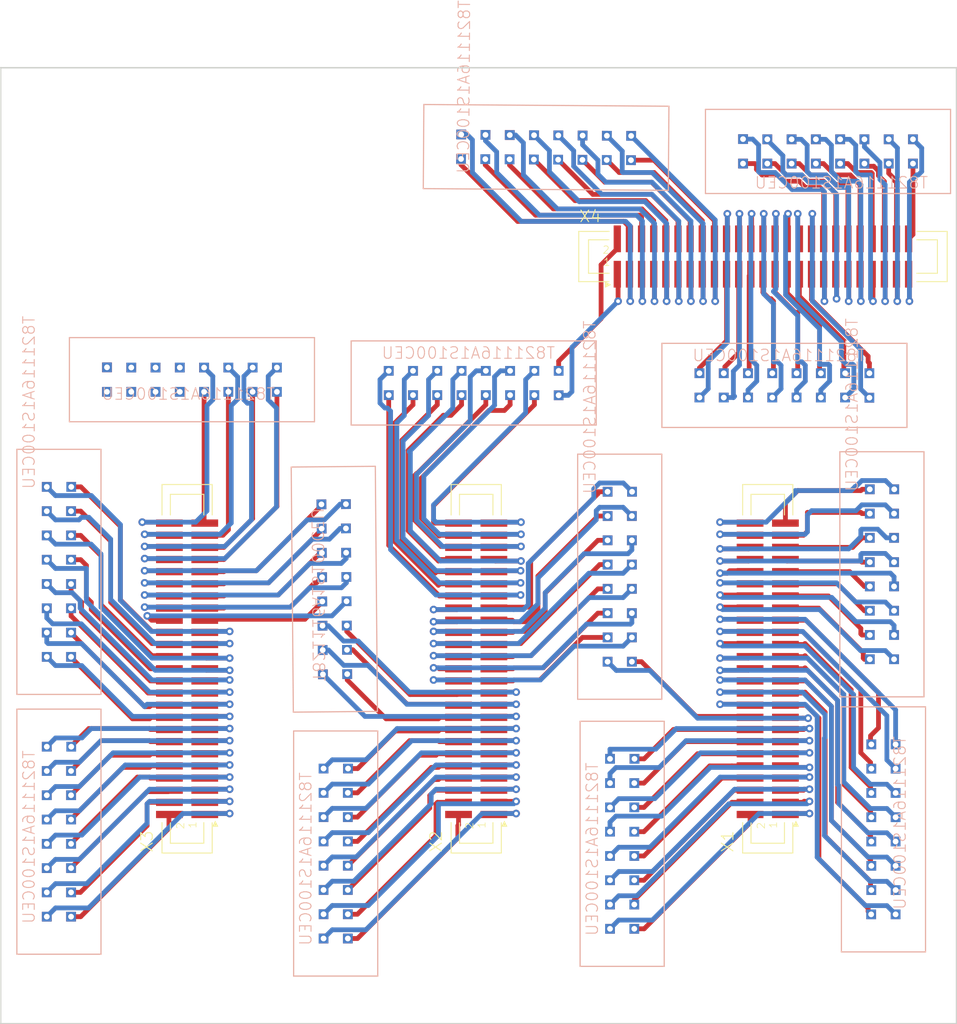
<source format=kicad_pcb>
(kicad_pcb (version 20171130) (host pcbnew "(5.1.2)-1")
  (layers (0 Top signal) (31 Bottom signal) (34 B.Paste user) (35 F.Paste user) (36 B.SilkS user) (37 F.SilkS user) (38 B.Mask user) (39 F.Mask user) (44 Edge.Cuts user))
  (net 0 "")
  (net 1 /C116)
  (net 2 /C114)
  (net 3 /C112)
  (net 4 /C110)
  (net 5 /C108)
  (net 6 /C106)
  (net 7 /C104)
  (net 8 /C102)
  (net 9 /C115)
  (net 10 /C113)
  (net 11 /C111)
  (net 12 /C109)
  (net 13 /C107)
  (net 14 /C105)
  (net 15 /C103)
  (net 16 /C101)
  (net 17 /C215)
  (net 18 /C213)
  (net 19 /C211)
  (net 20 /C209)
  (net 21 /C207)
  (net 22 /C205)
  (net 23 /C203)
  (net 24 /C201)
  (net 25 /C216)
  (net 26 /C214)
  (net 27 /C212)
  (net 28 /C210)
  (net 29 /C208)
  (net 30 /C206)
  (net 31 /C204)
  (net 32 /C202)
  (net 33 /C316)
  (net 34 /C314)
  (net 35 /C312)
  (net 36 /C310)
  (net 37 /C308)
  (net 38 /C306)
  (net 39 /C304)
  (net 40 /C302)
  (net 41 /C315)
  (net 42 /C313)
  (net 43 /C311)
  (net 44 /C309)
  (net 45 /C307)
  (net 46 /C305)
  (net 47 /C303)
  (net 48 /C301)
  (net 49 /C416)
  (net 50 /C414)
  (net 51 /C412)
  (net 52 /C410)
  (net 53 /C408)
  (net 54 /C406)
  (net 55 /C404)
  (net 56 /C402)
  (net 57 /C415)
  (net 58 /C413)
  (net 59 /C411)
  (net 60 /C409)
  (net 61 /C407)
  (net 62 /C405)
  (net 63 /C403)
  (net 64 /C401)
  (net 65 /C516)
  (net 66 /C514)
  (net 67 /C512)
  (net 68 /C510)
  (net 69 /C508)
  (net 70 /C506)
  (net 71 /C504)
  (net 72 /C502)
  (net 73 /C515)
  (net 74 /C513)
  (net 75 /C511)
  (net 76 /C509)
  (net 77 /C507)
  (net 78 /C505)
  (net 79 /C503)
  (net 80 /C501)
  (net 81 /C616)
  (net 82 /C614)
  (net 83 /C612)
  (net 84 /C610)
  (net 85 /C608)
  (net 86 /C606)
  (net 87 /C604)
  (net 88 /C602)
  (net 89 /C615)
  (net 90 /C613)
  (net 91 /C611)
  (net 92 /C609)
  (net 93 /C607)
  (net 94 /C605)
  (net 95 /C603)
  (net 96 /C601)
  (net 97 /C716)
  (net 98 /C714)
  (net 99 /C712)
  (net 100 /C710)
  (net 101 /C708)
  (net 102 /C706)
  (net 103 /C704)
  (net 104 /C702)
  (net 105 /C715)
  (net 106 /C713)
  (net 107 /C711)
  (net 108 /C709)
  (net 109 /C707)
  (net 110 /C705)
  (net 111 /C703)
  (net 112 /C701)
  (net 113 /C816)
  (net 114 /C814)
  (net 115 /C812)
  (net 116 /C810)
  (net 117 /C808)
  (net 118 /C806)
  (net 119 /C804)
  (net 120 /C802)
  (net 121 /C815)
  (net 122 /C813)
  (net 123 /C811)
  (net 124 /C809)
  (net 125 /C807)
  (net 126 /C805)
  (net 127 /C803)
  (net 128 /C801)
  (net 129 /C916)
  (net 130 /C914)
  (net 131 /C912)
  (net 132 /C910)
  (net 133 /C908)
  (net 134 /C906)
  (net 135 /C904)
  (net 136 /C902)
  (net 137 /C915)
  (net 138 /C913)
  (net 139 /C911)
  (net 140 /C909)
  (net 141 /C907)
  (net 142 /C905)
  (net 143 /C903)
  (net 144 /C901)
  (net 145 /C1016)
  (net 146 /C1014)
  (net 147 /C1012)
  (net 148 /C1010)
  (net 149 /C1008)
  (net 150 /C1006)
  (net 151 /C1004)
  (net 152 /C1002)
  (net 153 /C1015)
  (net 154 /C1013)
  (net 155 /C1011)
  (net 156 /C1009)
  (net 157 /C1007)
  (net 158 /C1005)
  (net 159 /C1003)
  (net 160 /C1001)
  (net 161 /C1116)
  (net 162 /C1114)
  (net 163 /C1112)
  (net 164 /C1110)
  (net 165 /C1108)
  (net 166 /C1106)
  (net 167 /C1104)
  (net 168 /C1102)
  (net 169 /C1115)
  (net 170 /C1113)
  (net 171 /C1111)
  (net 172 /C1109)
  (net 173 /C1107)
  (net 174 /C1105)
  (net 175 /C1103)
  (net 176 /C1101)
  (net 177 /C1216)
  (net 178 /C1214)
  (net 179 /C1212)
  (net 180 /C1210)
  (net 181 /C1208)
  (net 182 /C1206)
  (net 183 /C1204)
  (net 184 /C1202)
  (net 185 /C1215)
  (net 186 /C1213)
  (net 187 /C1211)
  (net 188 /C1209)
  (net 189 /C1207)
  (net 190 /C1205)
  (net 191 /C1203)
  (net 192 /C1201)
  (net 193 /C1316)
  (net 194 /C1314)
  (net 195 /C1312)
  (net 196 /C1310)
  (net 197 /C1308)
  (net 198 /C1306)
  (net 199 /C1304)
  (net 200 /C1302)
  (net 201 /C1315)
  (net 202 /C1313)
  (net 203 /C1311)
  (net 204 /C1309)
  (net 205 /C1307)
  (net 206 /C1305)
  (net 207 /C1303)
  (net 208 /C1301)
  (module breakout_board:PHB_1MM27_2X25_SNS (layer Top) (at 180.25 112.875 90)
    (fp_text reference X1 (at -19.2881 -3.4949 90) (layer F.SilkS) (effects (font (size 1.2065 1.2065) (thickness 0.108585)) (justify left bottom)))
    (fp_text value PHB_1MM27_2X25_SNS)
    (fp_text user 2 (at -16.8275 -0.2381 90) (layer F.SilkS) (effects (font (size 0.77216 0.77216) (thickness 0.073152)) (justify left bottom)))
    (fp_text user 1 (at -16.7481 1.0319 90) (layer F.SilkS) (effects (font (size 0.77216 0.77216) (thickness 0.073152)) (justify left bottom)))
    (pad 50 smd rect (at 15.24 -1.85 90) (size 0.76 2.8) (layers Top F.Paste F.Mask) (net 64 /C401))
    (pad 49 smd rect (at 15.24 1.85 90) (size 0.76 2.8) (layers Top F.Paste F.Mask) (net 56 /C402))
    (pad 48 smd rect (at 13.97 -1.85 90) (size 0.76 2.8) (layers Top F.Paste F.Mask) (net 63 /C403))
    (pad 47 smd rect (at 13.97 1.85 90) (size 0.76 2.8) (layers Top F.Paste F.Mask) (net 55 /C404))
    (pad 46 smd rect (at 12.7 -1.85 90) (size 0.76 2.8) (layers Top F.Paste F.Mask) (net 62 /C405))
    (pad 45 smd rect (at 12.7 1.85 90) (size 0.76 2.8) (layers Top F.Paste F.Mask) (net 54 /C406))
    (pad 44 smd rect (at 11.43 -1.85 90) (size 0.76 2.8) (layers Top F.Paste F.Mask) (net 61 /C407))
    (pad 43 smd rect (at 11.43 1.85 90) (size 0.76 2.8) (layers Top F.Paste F.Mask) (net 53 /C408))
    (pad 42 smd rect (at 10.16 -1.85 90) (size 0.76 2.8) (layers Top F.Paste F.Mask) (net 60 /C409))
    (pad 41 smd rect (at 10.16 1.85 90) (size 0.76 2.8) (layers Top F.Paste F.Mask) (net 52 /C410))
    (pad 40 smd rect (at 8.89 -1.85 90) (size 0.76 2.8) (layers Top F.Paste F.Mask) (net 59 /C411))
    (pad 39 smd rect (at 8.89 1.85 90) (size 0.76 2.8) (layers Top F.Paste F.Mask) (net 51 /C412))
    (pad 38 smd rect (at 7.62 -1.85 90) (size 0.76 2.8) (layers Top F.Paste F.Mask) (net 58 /C413))
    (pad 37 smd rect (at 7.62 1.85 90) (size 0.76 2.8) (layers Top F.Paste F.Mask) (net 50 /C414))
    (pad 36 smd rect (at 6.35 -1.85 90) (size 0.76 2.8) (layers Top F.Paste F.Mask) (net 57 /C415))
    (pad 35 smd rect (at 6.35 1.85 90) (size 0.76 2.8) (layers Top F.Paste F.Mask) (net 49 /C416))
    (pad 34 smd rect (at 5.08 -1.85 90) (size 0.76 2.8) (layers Top F.Paste F.Mask) (net 17 /C215))
    (pad 33 smd rect (at 5.08 1.85 90) (size 0.76 2.8) (layers Top F.Paste F.Mask) (net 25 /C216))
    (pad 32 smd rect (at 3.81 -1.85 90) (size 0.76 2.8) (layers Top F.Paste F.Mask) (net 18 /C213))
    (pad 31 smd rect (at 3.81 1.85 90) (size 0.76 2.8) (layers Top F.Paste F.Mask) (net 26 /C214))
    (pad 30 smd rect (at 2.54 -1.85 90) (size 0.76 2.8) (layers Top F.Paste F.Mask) (net 19 /C211))
    (pad 29 smd rect (at 2.54 1.85 90) (size 0.76 2.8) (layers Top F.Paste F.Mask) (net 27 /C212))
    (pad 28 smd rect (at 1.27 -1.85 90) (size 0.76 2.8) (layers Top F.Paste F.Mask) (net 20 /C209))
    (pad 27 smd rect (at 1.27 1.85 90) (size 0.76 2.8) (layers Top F.Paste F.Mask) (net 28 /C210))
    (pad 26 smd rect (at 0 -1.85 90) (size 0.76 2.8) (layers Top F.Paste F.Mask) (net 21 /C207))
    (pad 25 smd rect (at 0 1.85 90) (size 0.76 2.8) (layers Top F.Paste F.Mask) (net 29 /C208))
    (pad 24 smd rect (at -1.27 -1.85 90) (size 0.76 2.8) (layers Top F.Paste F.Mask) (net 22 /C205))
    (pad 23 smd rect (at -1.27 1.85 90) (size 0.76 2.8) (layers Top F.Paste F.Mask) (net 30 /C206))
    (pad 22 smd rect (at -2.54 -1.85 90) (size 0.76 2.8) (layers Top F.Paste F.Mask) (net 23 /C203))
    (pad 21 smd rect (at -2.54 1.85 90) (size 0.76 2.8) (layers Top F.Paste F.Mask) (net 31 /C204))
    (pad 20 smd rect (at -3.81 -1.85 90) (size 0.76 2.8) (layers Top F.Paste F.Mask) (net 24 /C201))
    (pad 19 smd rect (at -3.81 1.85 90) (size 0.76 2.8) (layers Top F.Paste F.Mask) (net 32 /C202))
    (pad 18 smd rect (at -5.08 -1.85 90) (size 0.76 2.8) (layers Top F.Paste F.Mask) (net 105 /C715))
    (pad 17 smd rect (at -5.08 1.85 90) (size 0.76 2.8) (layers Top F.Paste F.Mask) (net 97 /C716))
    (pad 16 smd rect (at -6.35 -1.85 90) (size 0.76 2.8) (layers Top F.Paste F.Mask) (net 176 /C1101))
    (pad 15 smd rect (at -6.35 1.85 90) (size 0.76 2.8) (layers Top F.Paste F.Mask) (net 168 /C1102))
    (pad 14 smd rect (at -7.62 -1.85 90) (size 0.76 2.8) (layers Top F.Paste F.Mask) (net 175 /C1103))
    (pad 13 smd rect (at -7.62 1.85 90) (size 0.76 2.8) (layers Top F.Paste F.Mask) (net 167 /C1104))
    (pad 12 smd rect (at -8.89 -1.85 90) (size 0.76 2.8) (layers Top F.Paste F.Mask) (net 174 /C1105))
    (pad 11 smd rect (at -8.89 1.85 90) (size 0.76 2.8) (layers Top F.Paste F.Mask) (net 166 /C1106))
    (pad 4 smd rect (at -13.97 -1.85 90) (size 0.76 2.8) (layers Top F.Paste F.Mask) (net 170 /C1113))
    (pad 3 smd rect (at -13.97 1.85 90) (size 0.76 2.8) (layers Top F.Paste F.Mask) (net 162 /C1114))
    (pad 1 smd rect (at -15.24 1.85 90) (size 0.76 2.8) (layers Top F.Paste F.Mask) (net 161 /C1116))
    (pad 2 smd rect (at -15.24 -1.85 90) (size 0.76 2.8) (layers Top F.Paste F.Mask) (net 169 /C1115))
    (pad 10 smd rect (at -10.16 -1.85 90) (size 0.76 2.8) (layers Top F.Paste F.Mask) (net 173 /C1107))
    (pad 9 smd rect (at -10.16 1.85 90) (size 0.76 2.8) (layers Top F.Paste F.Mask) (net 165 /C1108))
    (pad 7 smd rect (at -11.43 1.85 90) (size 0.76 2.8) (layers Top F.Paste F.Mask) (net 164 /C1110))
    (pad 8 smd rect (at -11.43 -1.85 90) (size 0.76 2.8) (layers Top F.Paste F.Mask) (net 172 /C1109))
    (pad 5 smd rect (at -12.7 1.85 90) (size 0.76 2.8) (layers Top F.Paste F.Mask) (net 163 /C1112))
    (pad 6 smd rect (at -12.7 -1.85 90) (size 0.76 2.8) (layers Top F.Paste F.Mask) (net 171 /C1111))
  )
  (module breakout_board:16_CONTACT_MOLEX_CONNECTOR (layer Bottom) (at 173.736 54.356)
    (fp_text reference C10 hide)
    (fp_text value MOLEX_16_CONTACTSCONNECTOR hide)
    (fp_text user T821116A1S100CEU (at 5.08 8.382) (layer B.SilkS) (effects (font (size 1.2065 1.2065) (thickness 0.1016)) (justify right bottom mirror)))
    (pad 16 thru_hole rect (at 21.71 5.67) (size 1.02 1.02) (drill 0.6) (layers *.Cu *.Mask) (net 145 /C1016))
    (pad 14 thru_hole rect (at 19.17 5.67) (size 1.02 1.02) (drill 0.6) (layers *.Cu *.Mask) (net 146 /C1014))
    (pad 12 thru_hole rect (at 16.63 5.67) (size 1.02 1.02) (drill 0.6) (layers *.Cu *.Mask) (net 147 /C1012))
    (pad 10 thru_hole rect (at 14.09 5.67) (size 1.02 1.02) (drill 0.6) (layers *.Cu *.Mask) (net 148 /C1010))
    (pad 8 thru_hole rect (at 11.55 5.67) (size 1.02 1.02) (drill 0.6) (layers *.Cu *.Mask) (net 149 /C1008))
    (pad 6 thru_hole rect (at 9.01 5.67) (size 1.02 1.02) (drill 0.6) (layers *.Cu *.Mask) (net 150 /C1006))
    (pad 4 thru_hole rect (at 6.47 5.67) (size 1.02 1.02) (drill 0.6) (layers *.Cu *.Mask) (net 151 /C1004))
    (pad 2 thru_hole rect (at 3.93 5.67) (size 1.02 1.02) (drill 0.6) (layers *.Cu *.Mask) (net 152 /C1002))
    (pad 15 thru_hole rect (at 21.71 3.13) (size 1.02 1.02) (drill 0.6) (layers *.Cu *.Mask) (net 153 /C1015))
    (pad 13 thru_hole rect (at 19.17 3.13) (size 1.02 1.02) (drill 0.6) (layers *.Cu *.Mask) (net 154 /C1013))
    (pad 11 thru_hole rect (at 16.63 3.13) (size 1.02 1.02) (drill 0.6) (layers *.Cu *.Mask) (net 155 /C1011))
    (pad 9 thru_hole rect (at 14.09 3.13) (size 1.02 1.02) (drill 0.6) (layers *.Cu *.Mask) (net 156 /C1009))
    (pad 7 thru_hole rect (at 11.55 3.13) (size 1.02 1.02) (drill 0.6) (layers *.Cu *.Mask) (net 157 /C1007))
    (pad 5 thru_hole rect (at 9.01 3.13) (size 1.02 1.02) (drill 0.6) (layers *.Cu *.Mask) (net 158 /C1005))
    (pad 3 thru_hole rect (at 6.47 3.13) (size 1.02 1.02) (drill 0.6) (layers *.Cu *.Mask) (net 159 /C1003))
    (pad 1 thru_hole rect (at 3.93 3.11) (size 1.02 1.02) (drill 0.6) (layers *.Cu *.Mask) (net 160 /C1001))
  )
  (module breakout_board:PHB_1MM27_2X25_SNS (layer Top) (at 179.75 69.75)
    (fp_text reference X4 (at -19.2881 -3.4949) (layer F.SilkS) (effects (font (size 1.2065 1.2065) (thickness 0.108585)) (justify left bottom)))
    (fp_text value PHB_1MM27_2X25_SNS)
    (fp_text user 2 (at -16.8275 -0.2381) (layer F.SilkS) (effects (font (size 0.77216 0.77216) (thickness 0.073152)) (justify left bottom)))
    (fp_text user 1 (at -16.7481 1.0319) (layer F.SilkS) (effects (font (size 0.77216 0.77216) (thickness 0.073152)) (justify left bottom)))
    (pad 50 smd rect (at 15.24 -1.85) (size 0.76 2.8) (layers Top F.Paste F.Mask) (net 145 /C1016))
    (pad 49 smd rect (at 15.24 1.85) (size 0.76 2.8) (layers Top F.Paste F.Mask) (net 153 /C1015))
    (pad 48 smd rect (at 13.97 -1.85) (size 0.76 2.8) (layers Top F.Paste F.Mask) (net 146 /C1014))
    (pad 47 smd rect (at 13.97 1.85) (size 0.76 2.8) (layers Top F.Paste F.Mask) (net 154 /C1013))
    (pad 46 smd rect (at 12.7 -1.85) (size 0.76 2.8) (layers Top F.Paste F.Mask) (net 147 /C1012))
    (pad 45 smd rect (at 12.7 1.85) (size 0.76 2.8) (layers Top F.Paste F.Mask) (net 155 /C1011))
    (pad 44 smd rect (at 11.43 -1.85) (size 0.76 2.8) (layers Top F.Paste F.Mask) (net 148 /C1010))
    (pad 43 smd rect (at 11.43 1.85) (size 0.76 2.8) (layers Top F.Paste F.Mask) (net 156 /C1009))
    (pad 42 smd rect (at 10.16 -1.85) (size 0.76 2.8) (layers Top F.Paste F.Mask) (net 149 /C1008))
    (pad 41 smd rect (at 10.16 1.85) (size 0.76 2.8) (layers Top F.Paste F.Mask) (net 157 /C1007))
    (pad 40 smd rect (at 8.89 -1.85) (size 0.76 2.8) (layers Top F.Paste F.Mask) (net 150 /C1006))
    (pad 39 smd rect (at 8.89 1.85) (size 0.76 2.8) (layers Top F.Paste F.Mask) (net 158 /C1005))
    (pad 38 smd rect (at 7.62 -1.85) (size 0.76 2.8) (layers Top F.Paste F.Mask) (net 151 /C1004))
    (pad 37 smd rect (at 7.62 1.85) (size 0.76 2.8) (layers Top F.Paste F.Mask) (net 159 /C1003))
    (pad 36 smd rect (at 6.35 -1.85) (size 0.76 2.8) (layers Top F.Paste F.Mask) (net 152 /C1002))
    (pad 35 smd rect (at 6.35 1.85) (size 0.76 2.8) (layers Top F.Paste F.Mask) (net 160 /C1001))
    (pad 34 smd rect (at 5.08 -1.85) (size 0.76 2.8) (layers Top F.Paste F.Mask) (net 144 /C901))
    (pad 33 smd rect (at 5.08 1.85) (size 0.76 2.8) (layers Top F.Paste F.Mask) (net 136 /C902))
    (pad 32 smd rect (at 3.81 -1.85) (size 0.76 2.8) (layers Top F.Paste F.Mask) (net 143 /C903))
    (pad 31 smd rect (at 3.81 1.85) (size 0.76 2.8) (layers Top F.Paste F.Mask) (net 135 /C904))
    (pad 30 smd rect (at 2.54 -1.85) (size 0.76 2.8) (layers Top F.Paste F.Mask) (net 142 /C905))
    (pad 29 smd rect (at 2.54 1.85) (size 0.76 2.8) (layers Top F.Paste F.Mask) (net 134 /C906))
    (pad 28 smd rect (at 1.27 -1.85) (size 0.76 2.8) (layers Top F.Paste F.Mask) (net 141 /C907))
    (pad 27 smd rect (at 1.27 1.85) (size 0.76 2.8) (layers Top F.Paste F.Mask) (net 133 /C908))
    (pad 26 smd rect (at 0 -1.85) (size 0.76 2.8) (layers Top F.Paste F.Mask) (net 140 /C909))
    (pad 25 smd rect (at 0 1.85) (size 0.76 2.8) (layers Top F.Paste F.Mask) (net 132 /C910))
    (pad 24 smd rect (at -1.27 -1.85) (size 0.76 2.8) (layers Top F.Paste F.Mask) (net 139 /C911))
    (pad 23 smd rect (at -1.27 1.85) (size 0.76 2.8) (layers Top F.Paste F.Mask) (net 131 /C912))
    (pad 22 smd rect (at -2.54 -1.85) (size 0.76 2.8) (layers Top F.Paste F.Mask) (net 138 /C913))
    (pad 21 smd rect (at -2.54 1.85) (size 0.76 2.8) (layers Top F.Paste F.Mask) (net 130 /C914))
    (pad 20 smd rect (at -3.81 -1.85) (size 0.76 2.8) (layers Top F.Paste F.Mask) (net 137 /C915))
    (pad 19 smd rect (at -3.81 1.85) (size 0.76 2.8) (layers Top F.Paste F.Mask) (net 129 /C916))
    (pad 18 smd rect (at -5.08 -1.85) (size 0.76 2.8) (layers Top F.Paste F.Mask) (net 177 /C1216))
    (pad 17 smd rect (at -5.08 1.85) (size 0.76 2.8) (layers Top F.Paste F.Mask) (net 185 /C1215))
    (pad 16 smd rect (at -6.35 -1.85) (size 0.76 2.8) (layers Top F.Paste F.Mask) (net 178 /C1214))
    (pad 15 smd rect (at -6.35 1.85) (size 0.76 2.8) (layers Top F.Paste F.Mask) (net 186 /C1213))
    (pad 14 smd rect (at -7.62 -1.85) (size 0.76 2.8) (layers Top F.Paste F.Mask) (net 179 /C1212))
    (pad 13 smd rect (at -7.62 1.85) (size 0.76 2.8) (layers Top F.Paste F.Mask) (net 187 /C1211))
    (pad 12 smd rect (at -8.89 -1.85) (size 0.76 2.8) (layers Top F.Paste F.Mask) (net 180 /C1210))
    (pad 11 smd rect (at -8.89 1.85) (size 0.76 2.8) (layers Top F.Paste F.Mask) (net 188 /C1209))
    (pad 4 smd rect (at -13.97 -1.85) (size 0.76 2.8) (layers Top F.Paste F.Mask) (net 184 /C1202))
    (pad 3 smd rect (at -13.97 1.85) (size 0.76 2.8) (layers Top F.Paste F.Mask) (net 192 /C1201))
    (pad 1 smd rect (at -15.24 1.85) (size 0.76 2.8) (layers Top F.Paste F.Mask) (net 16 /C101))
    (pad 2 smd rect (at -15.24 -1.85) (size 0.76 2.8) (layers Top F.Paste F.Mask) (net 8 /C102))
    (pad 10 smd rect (at -10.16 -1.85) (size 0.76 2.8) (layers Top F.Paste F.Mask) (net 181 /C1208))
    (pad 9 smd rect (at -10.16 1.85) (size 0.76 2.8) (layers Top F.Paste F.Mask) (net 189 /C1207))
    (pad 7 smd rect (at -11.43 1.85) (size 0.76 2.8) (layers Top F.Paste F.Mask) (net 190 /C1205))
    (pad 8 smd rect (at -11.43 -1.85) (size 0.76 2.8) (layers Top F.Paste F.Mask) (net 182 /C1206))
    (pad 5 smd rect (at -12.7 1.85) (size 0.76 2.8) (layers Top F.Paste F.Mask) (net 191 /C1203))
    (pad 6 smd rect (at -12.7 -1.85) (size 0.76 2.8) (layers Top F.Paste F.Mask) (net 183 /C1204))
  )
  (module breakout_board:16_CONTACT_MOLEX_CONNECTOR (layer Bottom) (at 162.306 87.376 180)
    (fp_text reference C1 hide)
    (fp_text value MOLEX_16_CONTACTSCONNECTOR hide)
    (fp_text user T821116A1S100CEU (at 4.23 6.83) (layer B.SilkS) (effects (font (size 1.2065 1.2065) (thickness 0.1016)) (justify left bottom mirror)))
    (pad 16 thru_hole rect (at 21.71 5.67 180) (size 1.02 1.02) (drill 0.6) (layers *.Cu *.Mask) (net 1 /C116))
    (pad 14 thru_hole rect (at 19.17 5.67 180) (size 1.02 1.02) (drill 0.6) (layers *.Cu *.Mask) (net 2 /C114))
    (pad 12 thru_hole rect (at 16.63 5.67 180) (size 1.02 1.02) (drill 0.6) (layers *.Cu *.Mask) (net 3 /C112))
    (pad 10 thru_hole rect (at 14.09 5.67 180) (size 1.02 1.02) (drill 0.6) (layers *.Cu *.Mask) (net 4 /C110))
    (pad 8 thru_hole rect (at 11.55 5.67 180) (size 1.02 1.02) (drill 0.6) (layers *.Cu *.Mask) (net 5 /C108))
    (pad 6 thru_hole rect (at 9.01 5.67 180) (size 1.02 1.02) (drill 0.6) (layers *.Cu *.Mask) (net 6 /C106))
    (pad 4 thru_hole rect (at 6.47 5.67 180) (size 1.02 1.02) (drill 0.6) (layers *.Cu *.Mask) (net 7 /C104))
    (pad 2 thru_hole rect (at 3.93 5.67 180) (size 1.02 1.02) (drill 0.6) (layers *.Cu *.Mask) (net 8 /C102))
    (pad 15 thru_hole rect (at 21.71 3.13 180) (size 1.02 1.02) (drill 0.6) (layers *.Cu *.Mask) (net 9 /C115))
    (pad 13 thru_hole rect (at 19.17 3.13 180) (size 1.02 1.02) (drill 0.6) (layers *.Cu *.Mask) (net 10 /C113))
    (pad 11 thru_hole rect (at 16.63 3.13 180) (size 1.02 1.02) (drill 0.6) (layers *.Cu *.Mask) (net 11 /C111))
    (pad 9 thru_hole rect (at 14.09 3.13 180) (size 1.02 1.02) (drill 0.6) (layers *.Cu *.Mask) (net 12 /C109))
    (pad 7 thru_hole rect (at 11.55 3.13 180) (size 1.02 1.02) (drill 0.6) (layers *.Cu *.Mask) (net 13 /C107))
    (pad 5 thru_hole rect (at 9.01 3.13 180) (size 1.02 1.02) (drill 0.6) (layers *.Cu *.Mask) (net 14 /C105))
    (pad 3 thru_hole rect (at 6.47 3.13 180) (size 1.02 1.02) (drill 0.6) (layers *.Cu *.Mask) (net 15 /C103))
    (pad 1 thru_hole rect (at 3.93 3.11 180) (size 1.02 1.02) (drill 0.6) (layers *.Cu *.Mask) (net 16 /C101))
  )
  (module breakout_board:16_CONTACT_MOLEX_CONNECTOR (layer Bottom) (at 169.418 118.364 270)
    (fp_text reference C11 hide)
    (fp_text value MOLEX_16_CONTACTSCONNECTOR hide)
    (fp_text user T821116A1S100CEU (at 4.23 6.83 90) (layer B.SilkS) (effects (font (size 1.2065 1.2065) (thickness 0.1016)) (justify left bottom mirror)))
    (pad 16 thru_hole rect (at 21.71 5.67 270) (size 1.02 1.02) (drill 0.6) (layers *.Cu *.Mask) (net 161 /C1116))
    (pad 14 thru_hole rect (at 19.17 5.67 270) (size 1.02 1.02) (drill 0.6) (layers *.Cu *.Mask) (net 162 /C1114))
    (pad 12 thru_hole rect (at 16.63 5.67 270) (size 1.02 1.02) (drill 0.6) (layers *.Cu *.Mask) (net 163 /C1112))
    (pad 10 thru_hole rect (at 14.09 5.67 270) (size 1.02 1.02) (drill 0.6) (layers *.Cu *.Mask) (net 164 /C1110))
    (pad 8 thru_hole rect (at 11.55 5.67 270) (size 1.02 1.02) (drill 0.6) (layers *.Cu *.Mask) (net 165 /C1108))
    (pad 6 thru_hole rect (at 9.01 5.67 270) (size 1.02 1.02) (drill 0.6) (layers *.Cu *.Mask) (net 166 /C1106))
    (pad 4 thru_hole rect (at 6.47 5.67 270) (size 1.02 1.02) (drill 0.6) (layers *.Cu *.Mask) (net 167 /C1104))
    (pad 2 thru_hole rect (at 3.93 5.67 270) (size 1.02 1.02) (drill 0.6) (layers *.Cu *.Mask) (net 168 /C1102))
    (pad 15 thru_hole rect (at 21.71 3.13 270) (size 1.02 1.02) (drill 0.6) (layers *.Cu *.Mask) (net 169 /C1115))
    (pad 13 thru_hole rect (at 19.17 3.13 270) (size 1.02 1.02) (drill 0.6) (layers *.Cu *.Mask) (net 170 /C1113))
    (pad 11 thru_hole rect (at 16.63 3.13 270) (size 1.02 1.02) (drill 0.6) (layers *.Cu *.Mask) (net 171 /C1111))
    (pad 9 thru_hole rect (at 14.09 3.13 270) (size 1.02 1.02) (drill 0.6) (layers *.Cu *.Mask) (net 172 /C1109))
    (pad 7 thru_hole rect (at 11.55 3.13 270) (size 1.02 1.02) (drill 0.6) (layers *.Cu *.Mask) (net 173 /C1107))
    (pad 5 thru_hole rect (at 9.01 3.13 270) (size 1.02 1.02) (drill 0.6) (layers *.Cu *.Mask) (net 174 /C1105))
    (pad 3 thru_hole rect (at 6.47 3.13 270) (size 1.02 1.02) (drill 0.6) (layers *.Cu *.Mask) (net 175 /C1103))
    (pad 1 thru_hole rect (at 3.93 3.11 270) (size 1.02 1.02) (drill 0.6) (layers *.Cu *.Mask) (net 176 /C1101))
  )
  (module breakout_board:16_CONTACT_MOLEX_CONNECTOR (layer Bottom) (at 144.272 53.848 359.6)
    (fp_text reference C12 hide)
    (fp_text value MOLEX_16_CONTACTSCONNECTOR hide)
    (fp_text user T821116A1S100CEU (at 4.875715 7.261738 269.6) (layer B.SilkS) (effects (font (size 1.2065 1.2065) (thickness 0.1016)) (justify right bottom mirror)))
    (pad 16 thru_hole rect (at 21.71 5.67 359.6) (size 1.02 1.02) (drill 0.6) (layers *.Cu *.Mask) (net 177 /C1216))
    (pad 14 thru_hole rect (at 19.17 5.67 359.6) (size 1.02 1.02) (drill 0.6) (layers *.Cu *.Mask) (net 178 /C1214))
    (pad 12 thru_hole rect (at 16.63 5.67 359.6) (size 1.02 1.02) (drill 0.6) (layers *.Cu *.Mask) (net 179 /C1212))
    (pad 10 thru_hole rect (at 14.09 5.67 359.6) (size 1.02 1.02) (drill 0.6) (layers *.Cu *.Mask) (net 180 /C1210))
    (pad 8 thru_hole rect (at 11.55 5.67 359.6) (size 1.02 1.02) (drill 0.6) (layers *.Cu *.Mask) (net 181 /C1208))
    (pad 6 thru_hole rect (at 9.01 5.67 359.6) (size 1.02 1.02) (drill 0.6) (layers *.Cu *.Mask) (net 182 /C1206))
    (pad 4 thru_hole rect (at 6.47 5.67 359.6) (size 1.02 1.02) (drill 0.6) (layers *.Cu *.Mask) (net 183 /C1204))
    (pad 2 thru_hole rect (at 3.93 5.67 359.6) (size 1.02 1.02) (drill 0.6) (layers *.Cu *.Mask) (net 184 /C1202))
    (pad 15 thru_hole rect (at 21.71 3.13 359.6) (size 1.02 1.02) (drill 0.6) (layers *.Cu *.Mask) (net 185 /C1215))
    (pad 13 thru_hole rect (at 19.17 3.13 359.6) (size 1.02 1.02) (drill 0.6) (layers *.Cu *.Mask) (net 186 /C1213))
    (pad 11 thru_hole rect (at 16.63 3.13 359.6) (size 1.02 1.02) (drill 0.6) (layers *.Cu *.Mask) (net 187 /C1211))
    (pad 9 thru_hole rect (at 14.09 3.13 359.6) (size 1.02 1.02) (drill 0.6) (layers *.Cu *.Mask) (net 188 /C1209))
    (pad 7 thru_hole rect (at 11.55 3.13 359.6) (size 1.02 1.02) (drill 0.6) (layers *.Cu *.Mask) (net 189 /C1207))
    (pad 5 thru_hole rect (at 9.01 3.13 359.6) (size 1.02 1.02) (drill 0.6) (layers *.Cu *.Mask) (net 190 /C1205))
    (pad 3 thru_hole rect (at 6.47 3.13 359.6) (size 1.02 1.02) (drill 0.6) (layers *.Cu *.Mask) (net 191 /C1203))
    (pad 1 thru_hole rect (at 3.93 3.11 359.6) (size 1.02 1.02) (drill 0.6) (layers *.Cu *.Mask) (net 192 /C1201))
  )
  (module breakout_board:16_CONTACT_MOLEX_CONNECTOR (layer Bottom) (at 139.192 91.694 270.5)
    (fp_text reference C13 hide)
    (fp_text value MOLEX_16_CONTACTSCONNECTOR hide)
    (fp_text user T821116A1S100CEU (at 4.23 6.83 270.5) (layer B.SilkS) (effects (font (size 1.2065 1.2065) (thickness 0.1016)) (justify right bottom mirror)))
    (pad 16 thru_hole rect (at 21.71 5.67 270.5) (size 1.02 1.02) (drill 0.6) (layers *.Cu *.Mask) (net 193 /C1316))
    (pad 14 thru_hole rect (at 19.17 5.67 270.5) (size 1.02 1.02) (drill 0.6) (layers *.Cu *.Mask) (net 194 /C1314))
    (pad 12 thru_hole rect (at 16.63 5.67 270.5) (size 1.02 1.02) (drill 0.6) (layers *.Cu *.Mask) (net 195 /C1312))
    (pad 10 thru_hole rect (at 14.09 5.67 270.5) (size 1.02 1.02) (drill 0.6) (layers *.Cu *.Mask) (net 196 /C1310))
    (pad 8 thru_hole rect (at 11.55 5.67 270.5) (size 1.02 1.02) (drill 0.6) (layers *.Cu *.Mask) (net 197 /C1308))
    (pad 6 thru_hole rect (at 9.01 5.67 270.5) (size 1.02 1.02) (drill 0.6) (layers *.Cu *.Mask) (net 198 /C1306))
    (pad 4 thru_hole rect (at 6.47 5.67 270.5) (size 1.02 1.02) (drill 0.6) (layers *.Cu *.Mask) (net 199 /C1304))
    (pad 2 thru_hole rect (at 3.93 5.67 270.5) (size 1.02 1.02) (drill 0.6) (layers *.Cu *.Mask) (net 200 /C1302))
    (pad 15 thru_hole rect (at 21.71 3.13 270.5) (size 1.02 1.02) (drill 0.6) (layers *.Cu *.Mask) (net 201 /C1315))
    (pad 13 thru_hole rect (at 19.17 3.13 270.5) (size 1.02 1.02) (drill 0.6) (layers *.Cu *.Mask) (net 202 /C1313))
    (pad 11 thru_hole rect (at 16.63 3.13 270.5) (size 1.02 1.02) (drill 0.6) (layers *.Cu *.Mask) (net 203 /C1311))
    (pad 9 thru_hole rect (at 14.09 3.13 270.5) (size 1.02 1.02) (drill 0.6) (layers *.Cu *.Mask) (net 204 /C1309))
    (pad 7 thru_hole rect (at 11.55 3.13 270.5) (size 1.02 1.02) (drill 0.6) (layers *.Cu *.Mask) (net 205 /C1307))
    (pad 5 thru_hole rect (at 9.01 3.13 270.5) (size 1.02 1.02) (drill 0.6) (layers *.Cu *.Mask) (net 206 /C1305))
    (pad 3 thru_hole rect (at 6.47 3.13 270.5) (size 1.02 1.02) (drill 0.6) (layers *.Cu *.Mask) (net 207 /C1303))
    (pad 1 thru_hole rect (at 3.93 3.11 270.5) (size 1.02 1.02) (drill 0.6) (layers *.Cu *.Mask) (net 208 /C1301))
  )
  (module breakout_board:16_CONTACT_MOLEX_CONNECTOR (layer Bottom) (at 187.96 142.494 90)
    (fp_text reference C2 hide)
    (fp_text value MOLEX_16_CONTACTSCONNECTOR hide)
    (fp_text user T821116A1S100CEU (at 4.3549 6.83 90) (layer B.SilkS) (effects (font (size 1.2065 1.2065) (thickness 0.1016)) (justify right bottom mirror)))
    (pad 16 thru_hole rect (at 21.71 5.67 90) (size 1.02 1.02) (drill 0.6) (layers *.Cu *.Mask) (net 17 /C215))
    (pad 14 thru_hole rect (at 19.17 5.67 90) (size 1.02 1.02) (drill 0.6) (layers *.Cu *.Mask) (net 18 /C213))
    (pad 12 thru_hole rect (at 16.63 5.67 90) (size 1.02 1.02) (drill 0.6) (layers *.Cu *.Mask) (net 19 /C211))
    (pad 10 thru_hole rect (at 14.09 5.67 90) (size 1.02 1.02) (drill 0.6) (layers *.Cu *.Mask) (net 20 /C209))
    (pad 8 thru_hole rect (at 11.55 5.67 90) (size 1.02 1.02) (drill 0.6) (layers *.Cu *.Mask) (net 21 /C207))
    (pad 6 thru_hole rect (at 9.01 5.67 90) (size 1.02 1.02) (drill 0.6) (layers *.Cu *.Mask) (net 22 /C205))
    (pad 4 thru_hole rect (at 6.47 5.67 90) (size 1.02 1.02) (drill 0.6) (layers *.Cu *.Mask) (net 23 /C203))
    (pad 2 thru_hole rect (at 3.93 5.67 90) (size 1.02 1.02) (drill 0.6) (layers *.Cu *.Mask) (net 24 /C201))
    (pad 15 thru_hole rect (at 21.71 3.13 90) (size 1.02 1.02) (drill 0.6) (layers *.Cu *.Mask) (net 25 /C216))
    (pad 13 thru_hole rect (at 19.17 3.13 90) (size 1.02 1.02) (drill 0.6) (layers *.Cu *.Mask) (net 26 /C214))
    (pad 11 thru_hole rect (at 16.63 3.13 90) (size 1.02 1.02) (drill 0.6) (layers *.Cu *.Mask) (net 27 /C212))
    (pad 9 thru_hole rect (at 14.09 3.13 90) (size 1.02 1.02) (drill 0.6) (layers *.Cu *.Mask) (net 28 /C210))
    (pad 7 thru_hole rect (at 11.55 3.13 90) (size 1.02 1.02) (drill 0.6) (layers *.Cu *.Mask) (net 29 /C208))
    (pad 5 thru_hole rect (at 9.01 3.13 90) (size 1.02 1.02) (drill 0.6) (layers *.Cu *.Mask) (net 30 /C206))
    (pad 3 thru_hole rect (at 6.47 3.13 90) (size 1.02 1.02) (drill 0.6) (layers *.Cu *.Mask) (net 31 /C204))
    (pad 1 thru_hole rect (at 3.93 3.11 90) (size 1.02 1.02) (drill 0.6) (layers *.Cu *.Mask) (net 32 /C202))
  )
  (module breakout_board:16_CONTACT_MOLEX_CONNECTOR (layer Bottom) (at 110.49 89.916 270)
    (fp_text reference C3 hide)
    (fp_text value MOLEX_16_CONTACTSCONNECTOR hide)
    (fp_text user T821116A1S100CEU (at 4.23 6.83 270) (layer B.SilkS) (effects (font (size 1.2065 1.2065) (thickness 0.1016)) (justify right bottom mirror)))
    (pad 16 thru_hole rect (at 21.71 5.67 270) (size 1.02 1.02) (drill 0.6) (layers *.Cu *.Mask) (net 33 /C316))
    (pad 14 thru_hole rect (at 19.17 5.67 270) (size 1.02 1.02) (drill 0.6) (layers *.Cu *.Mask) (net 34 /C314))
    (pad 12 thru_hole rect (at 16.63 5.67 270) (size 1.02 1.02) (drill 0.6) (layers *.Cu *.Mask) (net 35 /C312))
    (pad 10 thru_hole rect (at 14.09 5.67 270) (size 1.02 1.02) (drill 0.6) (layers *.Cu *.Mask) (net 36 /C310))
    (pad 8 thru_hole rect (at 11.55 5.67 270) (size 1.02 1.02) (drill 0.6) (layers *.Cu *.Mask) (net 37 /C308))
    (pad 6 thru_hole rect (at 9.01 5.67 270) (size 1.02 1.02) (drill 0.6) (layers *.Cu *.Mask) (net 38 /C306))
    (pad 4 thru_hole rect (at 6.47 5.67 270) (size 1.02 1.02) (drill 0.6) (layers *.Cu *.Mask) (net 39 /C304))
    (pad 2 thru_hole rect (at 3.93 5.67 270) (size 1.02 1.02) (drill 0.6) (layers *.Cu *.Mask) (net 40 /C302))
    (pad 15 thru_hole rect (at 21.71 3.13 270) (size 1.02 1.02) (drill 0.6) (layers *.Cu *.Mask) (net 41 /C315))
    (pad 13 thru_hole rect (at 19.17 3.13 270) (size 1.02 1.02) (drill 0.6) (layers *.Cu *.Mask) (net 42 /C313))
    (pad 11 thru_hole rect (at 16.63 3.13 270) (size 1.02 1.02) (drill 0.6) (layers *.Cu *.Mask) (net 43 /C311))
    (pad 9 thru_hole rect (at 14.09 3.13 270) (size 1.02 1.02) (drill 0.6) (layers *.Cu *.Mask) (net 44 /C309))
    (pad 7 thru_hole rect (at 11.55 3.13 270) (size 1.02 1.02) (drill 0.6) (layers *.Cu *.Mask) (net 45 /C307))
    (pad 5 thru_hole rect (at 9.01 3.13 270) (size 1.02 1.02) (drill 0.6) (layers *.Cu *.Mask) (net 46 /C305))
    (pad 3 thru_hole rect (at 6.47 3.13 270) (size 1.02 1.02) (drill 0.6) (layers *.Cu *.Mask) (net 47 /C303))
    (pad 1 thru_hole rect (at 3.93 3.11 270) (size 1.02 1.02) (drill 0.6) (layers *.Cu *.Mask) (net 48 /C301))
  )
  (module breakout_board:16_CONTACT_MOLEX_CONNECTOR (layer Bottom) (at 196.596 90.17 270)
    (fp_text reference C4 hide)
    (fp_text value MOLEX_16_CONTACTSCONNECTOR hide)
    (fp_text user T821116A1S100CEU (at 4.23 6.83 270) (layer B.SilkS) (effects (font (size 1.2065 1.2065) (thickness 0.1016)) (justify right bottom mirror)))
    (pad 16 thru_hole rect (at 21.71 5.67 270) (size 1.02 1.02) (drill 0.6) (layers *.Cu *.Mask) (net 49 /C416))
    (pad 14 thru_hole rect (at 19.17 5.67 270) (size 1.02 1.02) (drill 0.6) (layers *.Cu *.Mask) (net 50 /C414))
    (pad 12 thru_hole rect (at 16.63 5.67 270) (size 1.02 1.02) (drill 0.6) (layers *.Cu *.Mask) (net 51 /C412))
    (pad 10 thru_hole rect (at 14.09 5.67 270) (size 1.02 1.02) (drill 0.6) (layers *.Cu *.Mask) (net 52 /C410))
    (pad 8 thru_hole rect (at 11.55 5.67 270) (size 1.02 1.02) (drill 0.6) (layers *.Cu *.Mask) (net 53 /C408))
    (pad 6 thru_hole rect (at 9.01 5.67 270) (size 1.02 1.02) (drill 0.6) (layers *.Cu *.Mask) (net 54 /C406))
    (pad 4 thru_hole rect (at 6.47 5.67 270) (size 1.02 1.02) (drill 0.6) (layers *.Cu *.Mask) (net 55 /C404))
    (pad 2 thru_hole rect (at 3.93 5.67 270) (size 1.02 1.02) (drill 0.6) (layers *.Cu *.Mask) (net 56 /C402))
    (pad 15 thru_hole rect (at 21.71 3.13 270) (size 1.02 1.02) (drill 0.6) (layers *.Cu *.Mask) (net 57 /C415))
    (pad 13 thru_hole rect (at 19.17 3.13 270) (size 1.02 1.02) (drill 0.6) (layers *.Cu *.Mask) (net 58 /C413))
    (pad 11 thru_hole rect (at 16.63 3.13 270) (size 1.02 1.02) (drill 0.6) (layers *.Cu *.Mask) (net 59 /C411))
    (pad 9 thru_hole rect (at 14.09 3.13 270) (size 1.02 1.02) (drill 0.6) (layers *.Cu *.Mask) (net 60 /C409))
    (pad 7 thru_hole rect (at 11.55 3.13 270) (size 1.02 1.02) (drill 0.6) (layers *.Cu *.Mask) (net 61 /C407))
    (pad 5 thru_hole rect (at 9.01 3.13 270) (size 1.02 1.02) (drill 0.6) (layers *.Cu *.Mask) (net 62 /C405))
    (pad 3 thru_hole rect (at 6.47 3.13 270) (size 1.02 1.02) (drill 0.6) (layers *.Cu *.Mask) (net 63 /C403))
    (pad 1 thru_hole rect (at 3.93 3.11 270) (size 1.02 1.02) (drill 0.6) (layers *.Cu *.Mask) (net 64 /C401))
  )
  (module breakout_board:16_CONTACT_MOLEX_CONNECTOR (layer Bottom) (at 139.446 119.38 270)
    (fp_text reference C5 hide)
    (fp_text value MOLEX_16_CONTACTSCONNECTOR hide)
    (fp_text user T821116A1S100CEU (at 4.23 6.83 90) (layer B.SilkS) (effects (font (size 1.2065 1.2065) (thickness 0.1016)) (justify left bottom mirror)))
    (pad 16 thru_hole rect (at 21.71 5.67 270) (size 1.02 1.02) (drill 0.6) (layers *.Cu *.Mask) (net 65 /C516))
    (pad 14 thru_hole rect (at 19.17 5.67 270) (size 1.02 1.02) (drill 0.6) (layers *.Cu *.Mask) (net 66 /C514))
    (pad 12 thru_hole rect (at 16.63 5.67 270) (size 1.02 1.02) (drill 0.6) (layers *.Cu *.Mask) (net 67 /C512))
    (pad 10 thru_hole rect (at 14.09 5.67 270) (size 1.02 1.02) (drill 0.6) (layers *.Cu *.Mask) (net 68 /C510))
    (pad 8 thru_hole rect (at 11.55 5.67 270) (size 1.02 1.02) (drill 0.6) (layers *.Cu *.Mask) (net 69 /C508))
    (pad 6 thru_hole rect (at 9.01 5.67 270) (size 1.02 1.02) (drill 0.6) (layers *.Cu *.Mask) (net 70 /C506))
    (pad 4 thru_hole rect (at 6.47 5.67 270) (size 1.02 1.02) (drill 0.6) (layers *.Cu *.Mask) (net 71 /C504))
    (pad 2 thru_hole rect (at 3.93 5.67 270) (size 1.02 1.02) (drill 0.6) (layers *.Cu *.Mask) (net 72 /C502))
    (pad 15 thru_hole rect (at 21.71 3.13 270) (size 1.02 1.02) (drill 0.6) (layers *.Cu *.Mask) (net 73 /C515))
    (pad 13 thru_hole rect (at 19.17 3.13 270) (size 1.02 1.02) (drill 0.6) (layers *.Cu *.Mask) (net 74 /C513))
    (pad 11 thru_hole rect (at 16.63 3.13 270) (size 1.02 1.02) (drill 0.6) (layers *.Cu *.Mask) (net 75 /C511))
    (pad 9 thru_hole rect (at 14.09 3.13 270) (size 1.02 1.02) (drill 0.6) (layers *.Cu *.Mask) (net 76 /C509))
    (pad 7 thru_hole rect (at 11.55 3.13 270) (size 1.02 1.02) (drill 0.6) (layers *.Cu *.Mask) (net 77 /C507))
    (pad 5 thru_hole rect (at 9.01 3.13 270) (size 1.02 1.02) (drill 0.6) (layers *.Cu *.Mask) (net 78 /C505))
    (pad 3 thru_hole rect (at 6.47 3.13 270) (size 1.02 1.02) (drill 0.6) (layers *.Cu *.Mask) (net 79 /C503))
    (pad 1 thru_hole rect (at 3.93 3.11 270) (size 1.02 1.02) (drill 0.6) (layers *.Cu *.Mask) (net 80 /C501))
  )
  (module breakout_board:16_CONTACT_MOLEX_CONNECTOR (layer Bottom) (at 110.49 117.094 270)
    (fp_text reference C6 hide)
    (fp_text value MOLEX_16_CONTACTSCONNECTOR hide)
    (fp_text user T821116A1S100CEU (at 4.23 6.83 90) (layer B.SilkS) (effects (font (size 1.2065 1.2065) (thickness 0.1016)) (justify left bottom mirror)))
    (pad 16 thru_hole rect (at 21.71 5.67 270) (size 1.02 1.02) (drill 0.6) (layers *.Cu *.Mask) (net 81 /C616))
    (pad 14 thru_hole rect (at 19.17 5.67 270) (size 1.02 1.02) (drill 0.6) (layers *.Cu *.Mask) (net 82 /C614))
    (pad 12 thru_hole rect (at 16.63 5.67 270) (size 1.02 1.02) (drill 0.6) (layers *.Cu *.Mask) (net 83 /C612))
    (pad 10 thru_hole rect (at 14.09 5.67 270) (size 1.02 1.02) (drill 0.6) (layers *.Cu *.Mask) (net 84 /C610))
    (pad 8 thru_hole rect (at 11.55 5.67 270) (size 1.02 1.02) (drill 0.6) (layers *.Cu *.Mask) (net 85 /C608))
    (pad 6 thru_hole rect (at 9.01 5.67 270) (size 1.02 1.02) (drill 0.6) (layers *.Cu *.Mask) (net 86 /C606))
    (pad 4 thru_hole rect (at 6.47 5.67 270) (size 1.02 1.02) (drill 0.6) (layers *.Cu *.Mask) (net 87 /C604))
    (pad 2 thru_hole rect (at 3.93 5.67 270) (size 1.02 1.02) (drill 0.6) (layers *.Cu *.Mask) (net 88 /C602))
    (pad 15 thru_hole rect (at 21.71 3.13 270) (size 1.02 1.02) (drill 0.6) (layers *.Cu *.Mask) (net 89 /C615))
    (pad 13 thru_hole rect (at 19.17 3.13 270) (size 1.02 1.02) (drill 0.6) (layers *.Cu *.Mask) (net 90 /C613))
    (pad 11 thru_hole rect (at 16.63 3.13 270) (size 1.02 1.02) (drill 0.6) (layers *.Cu *.Mask) (net 91 /C611))
    (pad 9 thru_hole rect (at 14.09 3.13 270) (size 1.02 1.02) (drill 0.6) (layers *.Cu *.Mask) (net 92 /C609))
    (pad 7 thru_hole rect (at 11.55 3.13 270) (size 1.02 1.02) (drill 0.6) (layers *.Cu *.Mask) (net 93 /C607))
    (pad 5 thru_hole rect (at 9.01 3.13 270) (size 1.02 1.02) (drill 0.6) (layers *.Cu *.Mask) (net 94 /C605))
    (pad 3 thru_hole rect (at 6.47 3.13 270) (size 1.02 1.02) (drill 0.6) (layers *.Cu *.Mask) (net 95 /C603))
    (pad 1 thru_hole rect (at 3.93 3.11 270) (size 1.02 1.02) (drill 0.6) (layers *.Cu *.Mask) (net 96 /C601))
  )
  (module breakout_board:16_CONTACT_MOLEX_CONNECTOR (layer Bottom) (at 169.164 90.424 270)
    (fp_text reference C7 hide)
    (fp_text value MOLEX_16_CONTACTSCONNECTOR hide)
    (fp_text user T821116A1S100CEU (at 4.23 6.83 270) (layer B.SilkS) (effects (font (size 1.2065 1.2065) (thickness 0.1016)) (justify right bottom mirror)))
    (pad 16 thru_hole rect (at 21.71 5.67 270) (size 1.02 1.02) (drill 0.6) (layers *.Cu *.Mask) (net 97 /C716))
    (pad 14 thru_hole rect (at 19.17 5.67 270) (size 1.02 1.02) (drill 0.6) (layers *.Cu *.Mask) (net 98 /C714))
    (pad 12 thru_hole rect (at 16.63 5.67 270) (size 1.02 1.02) (drill 0.6) (layers *.Cu *.Mask) (net 99 /C712))
    (pad 10 thru_hole rect (at 14.09 5.67 270) (size 1.02 1.02) (drill 0.6) (layers *.Cu *.Mask) (net 100 /C710))
    (pad 8 thru_hole rect (at 11.55 5.67 270) (size 1.02 1.02) (drill 0.6) (layers *.Cu *.Mask) (net 101 /C708))
    (pad 6 thru_hole rect (at 9.01 5.67 270) (size 1.02 1.02) (drill 0.6) (layers *.Cu *.Mask) (net 102 /C706))
    (pad 4 thru_hole rect (at 6.47 5.67 270) (size 1.02 1.02) (drill 0.6) (layers *.Cu *.Mask) (net 103 /C704))
    (pad 2 thru_hole rect (at 3.93 5.67 270) (size 1.02 1.02) (drill 0.6) (layers *.Cu *.Mask) (net 104 /C702))
    (pad 15 thru_hole rect (at 21.71 3.13 270) (size 1.02 1.02) (drill 0.6) (layers *.Cu *.Mask) (net 105 /C715))
    (pad 13 thru_hole rect (at 19.17 3.13 270) (size 1.02 1.02) (drill 0.6) (layers *.Cu *.Mask) (net 106 /C713))
    (pad 11 thru_hole rect (at 16.63 3.13 270) (size 1.02 1.02) (drill 0.6) (layers *.Cu *.Mask) (net 107 /C711))
    (pad 9 thru_hole rect (at 14.09 3.13 270) (size 1.02 1.02) (drill 0.6) (layers *.Cu *.Mask) (net 108 /C709))
    (pad 7 thru_hole rect (at 11.55 3.13 270) (size 1.02 1.02) (drill 0.6) (layers *.Cu *.Mask) (net 109 /C707))
    (pad 5 thru_hole rect (at 9.01 3.13 270) (size 1.02 1.02) (drill 0.6) (layers *.Cu *.Mask) (net 110 /C705))
    (pad 3 thru_hole rect (at 6.47 3.13 270) (size 1.02 1.02) (drill 0.6) (layers *.Cu *.Mask) (net 111 /C703))
    (pad 1 thru_hole rect (at 3.93 3.11 270) (size 1.02 1.02) (drill 0.6) (layers *.Cu *.Mask) (net 112 /C701))
  )
  (module breakout_board:16_CONTACT_MOLEX_CONNECTOR (layer Bottom) (at 107.188 78.232)
    (fp_text reference C8 hide)
    (fp_text value MOLEX_16_CONTACTSCONNECTOR hide)
    (fp_text user T821116A1S100CEU (at 3.302 6.604) (layer B.SilkS) (effects (font (size 1.2065 1.2065) (thickness 0.1016)) (justify right bottom mirror)))
    (pad 16 thru_hole rect (at 21.71 5.67) (size 1.02 1.02) (drill 0.6) (layers *.Cu *.Mask) (net 113 /C816))
    (pad 14 thru_hole rect (at 19.17 5.67) (size 1.02 1.02) (drill 0.6) (layers *.Cu *.Mask) (net 114 /C814))
    (pad 12 thru_hole rect (at 16.63 5.67) (size 1.02 1.02) (drill 0.6) (layers *.Cu *.Mask) (net 115 /C812))
    (pad 10 thru_hole rect (at 14.09 5.67) (size 1.02 1.02) (drill 0.6) (layers *.Cu *.Mask) (net 116 /C810))
    (pad 8 thru_hole rect (at 11.55 5.67) (size 1.02 1.02) (drill 0.6) (layers *.Cu *.Mask) (net 117 /C808))
    (pad 6 thru_hole rect (at 9.01 5.67) (size 1.02 1.02) (drill 0.6) (layers *.Cu *.Mask) (net 118 /C806))
    (pad 4 thru_hole rect (at 6.47 5.67) (size 1.02 1.02) (drill 0.6) (layers *.Cu *.Mask) (net 119 /C804))
    (pad 2 thru_hole rect (at 3.93 5.67) (size 1.02 1.02) (drill 0.6) (layers *.Cu *.Mask) (net 120 /C802))
    (pad 15 thru_hole rect (at 21.71 3.13) (size 1.02 1.02) (drill 0.6) (layers *.Cu *.Mask) (net 121 /C815))
    (pad 13 thru_hole rect (at 19.17 3.13) (size 1.02 1.02) (drill 0.6) (layers *.Cu *.Mask) (net 122 /C813))
    (pad 11 thru_hole rect (at 16.63 3.13) (size 1.02 1.02) (drill 0.6) (layers *.Cu *.Mask) (net 123 /C811))
    (pad 9 thru_hole rect (at 14.09 3.13) (size 1.02 1.02) (drill 0.6) (layers *.Cu *.Mask) (net 124 /C809))
    (pad 7 thru_hole rect (at 11.55 3.13) (size 1.02 1.02) (drill 0.6) (layers *.Cu *.Mask) (net 125 /C807))
    (pad 5 thru_hole rect (at 9.01 3.13) (size 1.02 1.02) (drill 0.6) (layers *.Cu *.Mask) (net 126 /C805))
    (pad 3 thru_hole rect (at 6.47 3.13) (size 1.02 1.02) (drill 0.6) (layers *.Cu *.Mask) (net 127 /C803))
    (pad 1 thru_hole rect (at 3.93 3.11) (size 1.02 1.02) (drill 0.6) (layers *.Cu *.Mask) (net 128 /C801))
  )
  (module breakout_board:16_CONTACT_MOLEX_CONNECTOR (layer Bottom) (at 194.818 87.63 180)
    (fp_text reference C9 hide)
    (fp_text value MOLEX_16_CONTACTSCONNECTOR hide)
    (fp_text user T821116A1S100CEU (at 4.23 6.83) (layer B.SilkS) (effects (font (size 1.2065 1.2065) (thickness 0.1016)) (justify left bottom mirror)))
    (pad 1 thru_hole rect (at 3.93 3.11 180) (size 1.02 1.02) (drill 0.6) (layers *.Cu *.Mask) (net 144 /C901))
    (pad 3 thru_hole rect (at 6.47 3.13 180) (size 1.02 1.02) (drill 0.6) (layers *.Cu *.Mask) (net 143 /C903))
    (pad 5 thru_hole rect (at 9.01 3.13 180) (size 1.02 1.02) (drill 0.6) (layers *.Cu *.Mask) (net 142 /C905))
    (pad 7 thru_hole rect (at 11.55 3.13 180) (size 1.02 1.02) (drill 0.6) (layers *.Cu *.Mask) (net 141 /C907))
    (pad 9 thru_hole rect (at 14.09 3.13 180) (size 1.02 1.02) (drill 0.6) (layers *.Cu *.Mask) (net 140 /C909))
    (pad 11 thru_hole rect (at 16.63 3.13 180) (size 1.02 1.02) (drill 0.6) (layers *.Cu *.Mask) (net 139 /C911))
    (pad 13 thru_hole rect (at 19.17 3.13 180) (size 1.02 1.02) (drill 0.6) (layers *.Cu *.Mask) (net 138 /C913))
    (pad 15 thru_hole rect (at 21.71 3.13 180) (size 1.02 1.02) (drill 0.6) (layers *.Cu *.Mask) (net 137 /C915))
    (pad 2 thru_hole rect (at 3.93 5.67 180) (size 1.02 1.02) (drill 0.6) (layers *.Cu *.Mask) (net 136 /C902))
    (pad 4 thru_hole rect (at 6.47 5.67 180) (size 1.02 1.02) (drill 0.6) (layers *.Cu *.Mask) (net 135 /C904))
    (pad 6 thru_hole rect (at 9.01 5.67 180) (size 1.02 1.02) (drill 0.6) (layers *.Cu *.Mask) (net 134 /C906))
    (pad 8 thru_hole rect (at 11.55 5.67 180) (size 1.02 1.02) (drill 0.6) (layers *.Cu *.Mask) (net 133 /C908))
    (pad 10 thru_hole rect (at 14.09 5.67 180) (size 1.02 1.02) (drill 0.6) (layers *.Cu *.Mask) (net 132 /C910))
    (pad 12 thru_hole rect (at 16.63 5.67 180) (size 1.02 1.02) (drill 0.6) (layers *.Cu *.Mask) (net 131 /C912))
    (pad 14 thru_hole rect (at 19.17 5.67 180) (size 1.02 1.02) (drill 0.6) (layers *.Cu *.Mask) (net 130 /C914))
    (pad 16 thru_hole rect (at 21.71 5.67 180) (size 1.02 1.02) (drill 0.6) (layers *.Cu *.Mask) (net 129 /C916))
  )
  (module breakout_board:PHB_1MM27_2X25_SNS (layer Top) (at 149.75 112.875 90)
    (fp_text reference X2 (at -19.2881 -3.4949 90) (layer F.SilkS) (effects (font (size 1.2065 1.2065) (thickness 0.108585)) (justify left bottom)))
    (fp_text value PHB_1MM27_2X25_SNS)
    (fp_text user 2 (at -16.8275 -0.2381 90) (layer F.SilkS) (effects (font (size 0.77216 0.77216) (thickness 0.073152)) (justify left bottom)))
    (fp_text user 1 (at -16.7481 1.0319 90) (layer F.SilkS) (effects (font (size 0.77216 0.77216) (thickness 0.073152)) (justify left bottom)))
    (pad 50 smd rect (at 15.24 -1.85 90) (size 0.76 2.8) (layers Top F.Paste F.Mask) (net 15 /C103))
    (pad 49 smd rect (at 15.24 1.85 90) (size 0.76 2.8) (layers Top F.Paste F.Mask) (net 7 /C104))
    (pad 48 smd rect (at 13.97 -1.85 90) (size 0.76 2.8) (layers Top F.Paste F.Mask) (net 14 /C105))
    (pad 47 smd rect (at 13.97 1.85 90) (size 0.76 2.8) (layers Top F.Paste F.Mask) (net 6 /C106))
    (pad 46 smd rect (at 12.7 -1.85 90) (size 0.76 2.8) (layers Top F.Paste F.Mask) (net 13 /C107))
    (pad 45 smd rect (at 12.7 1.85 90) (size 0.76 2.8) (layers Top F.Paste F.Mask) (net 5 /C108))
    (pad 44 smd rect (at 11.43 -1.85 90) (size 0.76 2.8) (layers Top F.Paste F.Mask) (net 12 /C109))
    (pad 43 smd rect (at 11.43 1.85 90) (size 0.76 2.8) (layers Top F.Paste F.Mask) (net 4 /C110))
    (pad 42 smd rect (at 10.16 -1.85 90) (size 0.76 2.8) (layers Top F.Paste F.Mask) (net 11 /C111))
    (pad 41 smd rect (at 10.16 1.85 90) (size 0.76 2.8) (layers Top F.Paste F.Mask) (net 3 /C112))
    (pad 40 smd rect (at 8.89 -1.85 90) (size 0.76 2.8) (layers Top F.Paste F.Mask) (net 10 /C113))
    (pad 39 smd rect (at 8.89 1.85 90) (size 0.76 2.8) (layers Top F.Paste F.Mask) (net 2 /C114))
    (pad 38 smd rect (at 7.62 -1.85 90) (size 0.76 2.8) (layers Top F.Paste F.Mask) (net 9 /C115))
    (pad 37 smd rect (at 7.62 1.85 90) (size 0.76 2.8) (layers Top F.Paste F.Mask) (net 1 /C116))
    (pad 36 smd rect (at 6.35 -1.85 90) (size 0.76 2.8) (layers Top F.Paste F.Mask) (net 112 /C701))
    (pad 35 smd rect (at 6.35 1.85 90) (size 0.76 2.8) (layers Top F.Paste F.Mask) (net 104 /C702))
    (pad 34 smd rect (at 5.08 -1.85 90) (size 0.76 2.8) (layers Top F.Paste F.Mask) (net 111 /C703))
    (pad 33 smd rect (at 5.08 1.85 90) (size 0.76 2.8) (layers Top F.Paste F.Mask) (net 103 /C704))
    (pad 32 smd rect (at 3.81 -1.85 90) (size 0.76 2.8) (layers Top F.Paste F.Mask) (net 110 /C705))
    (pad 31 smd rect (at 3.81 1.85 90) (size 0.76 2.8) (layers Top F.Paste F.Mask) (net 102 /C706))
    (pad 30 smd rect (at 2.54 -1.85 90) (size 0.76 2.8) (layers Top F.Paste F.Mask) (net 109 /C707))
    (pad 29 smd rect (at 2.54 1.85 90) (size 0.76 2.8) (layers Top F.Paste F.Mask) (net 101 /C708))
    (pad 28 smd rect (at 1.27 -1.85 90) (size 0.76 2.8) (layers Top F.Paste F.Mask) (net 108 /C709))
    (pad 27 smd rect (at 1.27 1.85 90) (size 0.76 2.8) (layers Top F.Paste F.Mask) (net 100 /C710))
    (pad 26 smd rect (at 0 -1.85 90) (size 0.76 2.8) (layers Top F.Paste F.Mask) (net 107 /C711))
    (pad 25 smd rect (at 0 1.85 90) (size 0.76 2.8) (layers Top F.Paste F.Mask) (net 99 /C712))
    (pad 24 smd rect (at -1.27 -1.85 90) (size 0.76 2.8) (layers Top F.Paste F.Mask) (net 106 /C713))
    (pad 23 smd rect (at -1.27 1.85 90) (size 0.76 2.8) (layers Top F.Paste F.Mask) (net 98 /C714))
    (pad 22 smd rect (at -2.54 -1.85 90) (size 0.76 2.8) (layers Top F.Paste F.Mask) (net 203 /C1311))
    (pad 21 smd rect (at -2.54 1.85 90) (size 0.76 2.8) (layers Top F.Paste F.Mask) (net 195 /C1312))
    (pad 20 smd rect (at -3.81 -1.85 90) (size 0.76 2.8) (layers Top F.Paste F.Mask) (net 202 /C1313))
    (pad 19 smd rect (at -3.81 1.85 90) (size 0.76 2.8) (layers Top F.Paste F.Mask) (net 194 /C1314))
    (pad 18 smd rect (at -5.08 -1.85 90) (size 0.76 2.8) (layers Top F.Paste F.Mask) (net 201 /C1315))
    (pad 17 smd rect (at -5.08 1.85 90) (size 0.76 2.8) (layers Top F.Paste F.Mask) (net 193 /C1316))
    (pad 16 smd rect (at -6.35 -1.85 90) (size 0.76 2.8) (layers Top F.Paste F.Mask) (net 80 /C501))
    (pad 15 smd rect (at -6.35 1.85 90) (size 0.76 2.8) (layers Top F.Paste F.Mask) (net 72 /C502))
    (pad 14 smd rect (at -7.62 -1.85 90) (size 0.76 2.8) (layers Top F.Paste F.Mask) (net 79 /C503))
    (pad 13 smd rect (at -7.62 1.85 90) (size 0.76 2.8) (layers Top F.Paste F.Mask) (net 71 /C504))
    (pad 12 smd rect (at -8.89 -1.85 90) (size 0.76 2.8) (layers Top F.Paste F.Mask) (net 78 /C505))
    (pad 11 smd rect (at -8.89 1.85 90) (size 0.76 2.8) (layers Top F.Paste F.Mask) (net 70 /C506))
    (pad 4 smd rect (at -13.97 -1.85 90) (size 0.76 2.8) (layers Top F.Paste F.Mask) (net 74 /C513))
    (pad 3 smd rect (at -13.97 1.85 90) (size 0.76 2.8) (layers Top F.Paste F.Mask) (net 66 /C514))
    (pad 1 smd rect (at -15.24 1.85 90) (size 0.76 2.8) (layers Top F.Paste F.Mask) (net 65 /C516))
    (pad 2 smd rect (at -15.24 -1.85 90) (size 0.76 2.8) (layers Top F.Paste F.Mask) (net 73 /C515))
    (pad 10 smd rect (at -10.16 -1.85 90) (size 0.76 2.8) (layers Top F.Paste F.Mask) (net 77 /C507))
    (pad 9 smd rect (at -10.16 1.85 90) (size 0.76 2.8) (layers Top F.Paste F.Mask) (net 69 /C508))
    (pad 7 smd rect (at -11.43 1.85 90) (size 0.76 2.8) (layers Top F.Paste F.Mask) (net 68 /C510))
    (pad 8 smd rect (at -11.43 -1.85 90) (size 0.76 2.8) (layers Top F.Paste F.Mask) (net 76 /C509))
    (pad 5 smd rect (at -12.7 1.85 90) (size 0.76 2.8) (layers Top F.Paste F.Mask) (net 67 /C512))
    (pad 6 smd rect (at -12.7 -1.85 90) (size 0.76 2.8) (layers Top F.Paste F.Mask) (net 75 /C511))
  )
  (module breakout_board:PHB_1MM27_2X25_SNS (layer Top) (at 119.5 112.875 90)
    (fp_text reference X3 (at -19.2881 -3.4949 90) (layer F.SilkS) (effects (font (size 1.2065 1.2065) (thickness 0.108585)) (justify left bottom)))
    (fp_text value PHB_1MM27_2X25_SNS)
    (fp_text user 2 (at -16.8275 -0.2381 90) (layer F.SilkS) (effects (font (size 0.77216 0.77216) (thickness 0.073152)) (justify left bottom)))
    (fp_text user 1 (at -16.7481 1.0319 90) (layer F.SilkS) (effects (font (size 0.77216 0.77216) (thickness 0.073152)) (justify left bottom)))
    (pad 50 smd rect (at 15.24 -1.85 90) (size 0.76 2.8) (layers Top F.Paste F.Mask) (net 124 /C809))
    (pad 49 smd rect (at 15.24 1.85 90) (size 0.76 2.8) (layers Top F.Paste F.Mask) (net 116 /C810))
    (pad 48 smd rect (at 13.97 -1.85 90) (size 0.76 2.8) (layers Top F.Paste F.Mask) (net 123 /C811))
    (pad 47 smd rect (at 13.97 1.85 90) (size 0.76 2.8) (layers Top F.Paste F.Mask) (net 115 /C812))
    (pad 46 smd rect (at 12.7 -1.85 90) (size 0.76 2.8) (layers Top F.Paste F.Mask) (net 122 /C813))
    (pad 45 smd rect (at 12.7 1.85 90) (size 0.76 2.8) (layers Top F.Paste F.Mask) (net 114 /C814))
    (pad 44 smd rect (at 11.43 -1.85 90) (size 0.76 2.8) (layers Top F.Paste F.Mask) (net 121 /C815))
    (pad 43 smd rect (at 11.43 1.85 90) (size 0.76 2.8) (layers Top F.Paste F.Mask) (net 113 /C816))
    (pad 42 smd rect (at 10.16 -1.85 90) (size 0.76 2.8) (layers Top F.Paste F.Mask) (net 208 /C1301))
    (pad 41 smd rect (at 10.16 1.85 90) (size 0.76 2.8) (layers Top F.Paste F.Mask) (net 200 /C1302))
    (pad 40 smd rect (at 8.89 -1.85 90) (size 0.76 2.8) (layers Top F.Paste F.Mask) (net 207 /C1303))
    (pad 39 smd rect (at 8.89 1.85 90) (size 0.76 2.8) (layers Top F.Paste F.Mask) (net 199 /C1304))
    (pad 38 smd rect (at 7.62 -1.85 90) (size 0.76 2.8) (layers Top F.Paste F.Mask) (net 206 /C1305))
    (pad 37 smd rect (at 7.62 1.85 90) (size 0.76 2.8) (layers Top F.Paste F.Mask) (net 198 /C1306))
    (pad 36 smd rect (at 6.35 -1.85 90) (size 0.76 2.8) (layers Top F.Paste F.Mask) (net 205 /C1307))
    (pad 35 smd rect (at 6.35 1.85 90) (size 0.76 2.8) (layers Top F.Paste F.Mask) (net 197 /C1308))
    (pad 34 smd rect (at 5.08 -1.85 90) (size 0.76 2.8) (layers Top F.Paste F.Mask) (net 204 /C1309))
    (pad 33 smd rect (at 5.08 1.85 90) (size 0.76 2.8) (layers Top F.Paste F.Mask) (net 196 /C1310))
    (pad 32 smd rect (at 3.81 -1.85 90) (size 0.76 2.8) (layers Top F.Paste F.Mask) (net 48 /C301))
    (pad 31 smd rect (at 3.81 1.85 90) (size 0.76 2.8) (layers Top F.Paste F.Mask) (net 40 /C302))
    (pad 30 smd rect (at 2.54 -1.85 90) (size 0.76 2.8) (layers Top F.Paste F.Mask) (net 47 /C303))
    (pad 29 smd rect (at 2.54 1.85 90) (size 0.76 2.8) (layers Top F.Paste F.Mask) (net 39 /C304))
    (pad 28 smd rect (at 1.27 -1.85 90) (size 0.76 2.8) (layers Top F.Paste F.Mask) (net 46 /C305))
    (pad 27 smd rect (at 1.27 1.85 90) (size 0.76 2.8) (layers Top F.Paste F.Mask) (net 38 /C306))
    (pad 26 smd rect (at 0 -1.85 90) (size 0.76 2.8) (layers Top F.Paste F.Mask) (net 45 /C307))
    (pad 25 smd rect (at 0 1.85 90) (size 0.76 2.8) (layers Top F.Paste F.Mask) (net 37 /C308))
    (pad 24 smd rect (at -1.27 -1.85 90) (size 0.76 2.8) (layers Top F.Paste F.Mask) (net 44 /C309))
    (pad 23 smd rect (at -1.27 1.85 90) (size 0.76 2.8) (layers Top F.Paste F.Mask) (net 36 /C310))
    (pad 22 smd rect (at -2.54 -1.85 90) (size 0.76 2.8) (layers Top F.Paste F.Mask) (net 43 /C311))
    (pad 21 smd rect (at -2.54 1.85 90) (size 0.76 2.8) (layers Top F.Paste F.Mask) (net 35 /C312))
    (pad 20 smd rect (at -3.81 -1.85 90) (size 0.76 2.8) (layers Top F.Paste F.Mask) (net 42 /C313))
    (pad 19 smd rect (at -3.81 1.85 90) (size 0.76 2.8) (layers Top F.Paste F.Mask) (net 34 /C314))
    (pad 18 smd rect (at -5.08 -1.85 90) (size 0.76 2.8) (layers Top F.Paste F.Mask) (net 41 /C315))
    (pad 17 smd rect (at -5.08 1.85 90) (size 0.76 2.8) (layers Top F.Paste F.Mask) (net 33 /C316))
    (pad 16 smd rect (at -6.35 -1.85 90) (size 0.76 2.8) (layers Top F.Paste F.Mask) (net 96 /C601))
    (pad 15 smd rect (at -6.35 1.85 90) (size 0.76 2.8) (layers Top F.Paste F.Mask) (net 88 /C602))
    (pad 14 smd rect (at -7.62 -1.85 90) (size 0.76 2.8) (layers Top F.Paste F.Mask) (net 95 /C603))
    (pad 13 smd rect (at -7.62 1.85 90) (size 0.76 2.8) (layers Top F.Paste F.Mask) (net 87 /C604))
    (pad 12 smd rect (at -8.89 -1.85 90) (size 0.76 2.8) (layers Top F.Paste F.Mask) (net 94 /C605))
    (pad 11 smd rect (at -8.89 1.85 90) (size 0.76 2.8) (layers Top F.Paste F.Mask) (net 86 /C606))
    (pad 4 smd rect (at -13.97 -1.85 90) (size 0.76 2.8) (layers Top F.Paste F.Mask) (net 90 /C613))
    (pad 3 smd rect (at -13.97 1.85 90) (size 0.76 2.8) (layers Top F.Paste F.Mask) (net 82 /C614))
    (pad 1 smd rect (at -15.24 1.85 90) (size 0.76 2.8) (layers Top F.Paste F.Mask) (net 81 /C616))
    (pad 2 smd rect (at -15.24 -1.85 90) (size 0.76 2.8) (layers Top F.Paste F.Mask) (net 89 /C615))
    (pad 10 smd rect (at -10.16 -1.85 90) (size 0.76 2.8) (layers Top F.Paste F.Mask) (net 93 /C607))
    (pad 9 smd rect (at -10.16 1.85 90) (size 0.76 2.8) (layers Top F.Paste F.Mask) (net 85 /C608))
    (pad 7 smd rect (at -11.43 1.85 90) (size 0.76 2.8) (layers Top F.Paste F.Mask) (net 84 /C610))
    (pad 8 smd rect (at -11.43 -1.85 90) (size 0.76 2.8) (layers Top F.Paste F.Mask) (net 92 /C609))
    (pad 5 smd rect (at -12.7 1.85 90) (size 0.76 2.8) (layers Top F.Paste F.Mask) (net 83 /C612))
    (pad 6 smd rect (at -12.7 -1.85 90) (size 0.76 2.8) (layers Top F.Paste F.Mask) (net 91 /C611))
  )
  (gr_line (start 100 150) (end 200 150) (layer Edge.Cuts) (width 0.15))
  (gr_line (start 200 150) (end 200 50) (layer Edge.Cuts) (width 0.15))
  (gr_line (start 200 50) (end 100 50) (layer Edge.Cuts) (width 0.15))
  (gr_line (start 100 50) (end 100 150) (layer Edge.Cuts) (width 0.15))
  (segment (start 139.683599 85.077921) (end 140.203678 85.598) (width 0.5) (layer Bottom) (net 1))
  (segment (start 140.596 81.706) (end 139.683599 82.618401) (width 0.5) (layer Bottom) (net 1))
  (segment (start 139.683599 82.618401) (end 139.683599 85.077921) (width 0.5) (layer Bottom) (net 1))
  (segment (start 140.203678 85.598) (end 140.462 85.598) (width 0.5) (layer Bottom) (net 1))
  (segment (start 140.790771 85.926771) (end 140.790771 100.404771) (width 0.5) (layer Bottom) (net 1))
  (segment (start 140.462 85.598) (end 140.790771 85.926771) (width 0.5) (layer Bottom) (net 1))
  (via (at 154.3916 105.156) (size 0.8) (drill 0.4) (layers Top Bottom) (net 1))
  (segment (start 140.790771 100.404771) (end 145.542 105.156) (width 0.5) (layer Bottom) (net 1))
  (segment (start 145.542 105.156) (end 154.3916 105.156) (width 0.5) (layer Bottom) (net 1))
  (segment (start 151.699 105.156) (end 151.6 105.255) (width 0.5) (layer Top) (net 1))
  (segment (start 154.3916 105.156) (end 151.699 105.156) (width 0.5) (layer Top) (net 1))
  (segment (start 142.223599 82.618401) (end 142.223599 86.376401) (width 0.5) (layer Bottom) (net 2))
  (segment (start 143.136 81.706) (end 142.223599 82.618401) (width 0.5) (layer Bottom) (net 2))
  (segment (start 141.443181 99.439828) (end 145.889353 103.886) (width 0.5) (layer Bottom) (net 2))
  (segment (start 142.223599 86.376401) (end 141.443181 87.156819) (width 0.5) (layer Bottom) (net 2))
  (segment (start 141.443181 87.156819) (end 141.443181 99.439828) (width 0.5) (layer Bottom) (net 2))
  (via (at 154.3916 103.886) (size 0.8) (drill 0.4) (layers Top Bottom) (net 2))
  (segment (start 145.889353 103.886) (end 154.3916 103.886) (width 0.5) (layer Bottom) (net 2))
  (segment (start 151.699 103.886) (end 151.6 103.985) (width 0.5) (layer Top) (net 2))
  (segment (start 154.3916 103.886) (end 151.699 103.886) (width 0.5) (layer Top) (net 2))
  (segment (start 144.763599 82.618401) (end 144.763599 86.376401) (width 0.5) (layer Bottom) (net 3))
  (segment (start 145.676 81.706) (end 144.763599 82.618401) (width 0.5) (layer Bottom) (net 3))
  (segment (start 142.095591 89.044409) (end 142.095591 99.169591) (width 0.5) (layer Bottom) (net 3))
  (segment (start 144.763599 86.376401) (end 142.095591 89.044409) (width 0.5) (layer Bottom) (net 3))
  (via (at 154.3916 102.616) (size 0.8) (drill 0.4) (layers Top Bottom) (net 3))
  (segment (start 142.095591 99.169591) (end 145.542 102.616) (width 0.5) (layer Bottom) (net 3))
  (segment (start 145.542 102.616) (end 154.3916 102.616) (width 0.5) (layer Bottom) (net 3))
  (segment (start 151.699 102.616) (end 151.6 102.715) (width 0.5) (layer Top) (net 3))
  (segment (start 154.3916 102.616) (end 151.699 102.616) (width 0.5) (layer Top) (net 3))
  (segment (start 147.303599 82.618401) (end 147.303599 85.614401) (width 0.5) (layer Bottom) (net 4))
  (segment (start 148.216 81.706) (end 147.303599 82.618401) (width 0.5) (layer Bottom) (net 4))
  (segment (start 147.303599 85.614401) (end 142.748 90.17) (width 0.5) (layer Bottom) (net 4))
  (segment (start 142.85759 90.27959) (end 142.85759 98.44241) (width 0.5) (layer Bottom) (net 4))
  (segment (start 142.748 90.17) (end 142.85759 90.27959) (width 0.5) (layer Bottom) (net 4))
  (via (at 154.432 101.6) (size 0.8) (drill 0.4) (layers Top Bottom) (net 4))
  (segment (start 142.85759 98.44241) (end 146.01518 101.6) (width 0.5) (layer Bottom) (net 4))
  (segment (start 146.01518 101.6) (end 154.432 101.6) (width 0.5) (layer Bottom) (net 4))
  (segment (start 151.755 101.6) (end 151.6 101.445) (width 0.5) (layer Top) (net 4))
  (segment (start 154.432 101.6) (end 151.755 101.6) (width 0.5) (layer Top) (net 4))
  (segment (start 149.128401 86.930953) (end 143.51 92.549354) (width 0.5) (layer Bottom) (net 5))
  (segment (start 149.128401 82.323599) (end 149.128401 86.930953) (width 0.5) (layer Bottom) (net 5))
  (segment (start 150.756 81.706) (end 149.746 81.706) (width 0.5) (layer Bottom) (net 5))
  (segment (start 149.746 81.706) (end 149.128401 82.323599) (width 0.5) (layer Bottom) (net 5))
  (segment (start 143.51 97.349293) (end 146.236707 100.076) (width 0.5) (layer Bottom) (net 5))
  (segment (start 143.51 92.549354) (end 143.51 97.349293) (width 0.5) (layer Bottom) (net 5))
  (via (at 154.432 100.076) (size 0.8) (drill 0.4) (layers Top Bottom) (net 5))
  (segment (start 146.236707 100.076) (end 154.432 100.076) (width 0.5) (layer Bottom) (net 5))
  (segment (start 151.699 100.076) (end 151.6 100.175) (width 0.5) (layer Top) (net 5))
  (segment (start 154.432 100.076) (end 151.699 100.076) (width 0.5) (layer Top) (net 5))
  (segment (start 151.668401 82.323599) (end 151.668401 85.313599) (width 0.5) (layer Bottom) (net 6))
  (segment (start 153.296 81.706) (end 152.286 81.706) (width 0.5) (layer Bottom) (net 6))
  (segment (start 152.286 81.706) (end 151.668401 82.323599) (width 0.5) (layer Bottom) (net 6))
  (segment (start 151.668401 85.313599) (end 144.272 92.71) (width 0.5) (layer Bottom) (net 6))
  (segment (start 144.272 97.188647) (end 145.889353 98.806) (width 0.5) (layer Bottom) (net 6))
  (segment (start 144.272 92.71) (end 144.272 97.188647) (width 0.5) (layer Bottom) (net 6))
  (via (at 154.432 98.806) (size 0.8) (drill 0.4) (layers Top Bottom) (net 6))
  (segment (start 145.889353 98.806) (end 154.432 98.806) (width 0.5) (layer Bottom) (net 6))
  (segment (start 151.699 98.806) (end 151.6 98.905) (width 0.5) (layer Top) (net 6))
  (segment (start 154.432 98.806) (end 151.699 98.806) (width 0.5) (layer Top) (net 6))
  (segment (start 154.923599 82.618401) (end 154.923599 86.089599) (width 0.5) (layer Bottom) (net 7))
  (segment (start 155.836 81.706) (end 154.923599 82.618401) (width 0.5) (layer Bottom) (net 7))
  (segment (start 154.923599 86.089599) (end 145.288 95.725198) (width 0.5) (layer Bottom) (net 7))
  (segment (start 145.288 95.725198) (end 145.288 97.282) (width 0.5) (layer Bottom) (net 7))
  (via (at 154.432 97.536) (size 0.8) (drill 0.4) (layers Top Bottom) (net 7))
  (segment (start 145.288 97.282) (end 145.542 97.536) (width 0.5) (layer Bottom) (net 7))
  (segment (start 145.542 97.536) (end 154.432 97.536) (width 0.5) (layer Bottom) (net 7))
  (segment (start 151.699 97.536) (end 151.6 97.635) (width 0.5) (layer Top) (net 7))
  (segment (start 154.432 97.536) (end 151.699 97.536) (width 0.5) (layer Top) (net 7))
  (segment (start 158.376 80.696) (end 162.814 76.258) (width 0.5) (layer Top) (net 8))
  (segment (start 158.376 81.706) (end 158.376 80.696) (width 0.5) (layer Top) (net 8))
  (segment (start 164.51 68.92) (end 164.51 67.9) (width 0.5) (layer Top) (net 8))
  (segment (start 162.814 70.616) (end 164.51 68.92) (width 0.5) (layer Top) (net 8))
  (segment (start 162.814 76.258) (end 162.814 70.616) (width 0.5) (layer Top) (net 8))
  (segment (start 145.895 105.255) (end 147.9 105.255) (width 0.5) (layer Top) (net 9))
  (segment (start 140.596 84.246) (end 140.596 99.956) (width 0.5) (layer Top) (net 9))
  (segment (start 140.596 99.956) (end 145.895 105.255) (width 0.5) (layer Top) (net 9))
  (segment (start 143.136 85.256) (end 141.24841 87.14359) (width 0.5) (layer Top) (net 10))
  (segment (start 143.136 84.246) (end 143.136 85.256) (width 0.5) (layer Top) (net 10))
  (segment (start 141.24841 87.14359) (end 141.24841 99.59241) (width 0.5) (layer Top) (net 10))
  (segment (start 141.24841 99.59241) (end 145.796 104.14) (width 0.5) (layer Top) (net 10))
  (segment (start 145.951 103.985) (end 147.9 103.985) (width 0.5) (layer Top) (net 10))
  (segment (start 145.796 104.14) (end 145.951 103.985) (width 0.5) (layer Top) (net 10))
  (segment (start 141.986 88.946) (end 141.986 99.407354) (width 0.5) (layer Top) (net 11))
  (segment (start 145.676 84.246) (end 145.676 85.256) (width 0.5) (layer Top) (net 11))
  (segment (start 145.676 85.256) (end 141.986 88.946) (width 0.5) (layer Top) (net 11))
  (segment (start 141.986 99.407354) (end 145.448646 102.87) (width 0.5) (layer Top) (net 11))
  (segment (start 145.603646 102.715) (end 147.9 102.715) (width 0.5) (layer Top) (net 11))
  (segment (start 145.448646 102.87) (end 145.603646 102.715) (width 0.5) (layer Top) (net 11))
  (segment (start 145.951 101.445) (end 147.9 101.445) (width 0.5) (layer Top) (net 12))
  (segment (start 145.796 101.6) (end 145.951 101.445) (width 0.5) (layer Top) (net 12))
  (segment (start 148.216 85.256) (end 147.112 86.36) (width 0.5) (layer Top) (net 12))
  (segment (start 148.216 84.246) (end 148.216 85.256) (width 0.5) (layer Top) (net 12))
  (segment (start 147.112 86.36) (end 146.304 86.36) (width 0.5) (layer Top) (net 12))
  (segment (start 146.304 86.36) (end 142.63841 90.02559) (width 0.5) (layer Top) (net 12))
  (segment (start 142.63841 90.02559) (end 142.63841 98.44241) (width 0.5) (layer Top) (net 12))
  (segment (start 142.63841 98.44241) (end 145.796 101.6) (width 0.5) (layer Top) (net 12))
  (segment (start 150.756 85.256) (end 143.556 92.456) (width 0.5) (layer Top) (net 13))
  (segment (start 150.756 84.246) (end 150.756 85.256) (width 0.5) (layer Top) (net 13))
  (segment (start 143.51 92.456) (end 143.29082 92.67518) (width 0.5) (layer Top) (net 13))
  (segment (start 143.556 92.456) (end 143.51 92.456) (width 0.5) (layer Top) (net 13))
  (segment (start 143.29082 92.67518) (end 143.29082 97.31682) (width 0.5) (layer Top) (net 13))
  (segment (start 143.29082 97.31682) (end 146.05 100.076) (width 0.5) (layer Top) (net 13))
  (segment (start 147.801 100.076) (end 147.9 100.175) (width 0.5) (layer Top) (net 13))
  (segment (start 146.05 100.076) (end 147.801 100.076) (width 0.5) (layer Top) (net 13))
  (segment (start 153.296 85.256) (end 152.7 85.852) (width 0.5) (layer Top) (net 14))
  (segment (start 153.296 84.246) (end 153.296 85.256) (width 0.5) (layer Top) (net 14))
  (segment (start 144.018 92.916647) (end 144.018 97.121354) (width 0.5) (layer Top) (net 14))
  (segment (start 152.7 85.852) (end 151.082647 85.852) (width 0.5) (layer Top) (net 14))
  (segment (start 151.082647 85.852) (end 144.018 92.916647) (width 0.5) (layer Top) (net 14))
  (segment (start 144.018 97.121354) (end 145.876323 98.979677) (width 0.5) (layer Top) (net 14))
  (segment (start 145.951 98.905) (end 147.9 98.905) (width 0.5) (layer Top) (net 14))
  (segment (start 145.876323 98.979677) (end 145.951 98.905) (width 0.5) (layer Top) (net 14))
  (segment (start 145.288 95.804) (end 145.288 97.468708) (width 0.5) (layer Top) (net 15))
  (segment (start 155.836 84.246) (end 155.836 85.256) (width 0.5) (layer Top) (net 15))
  (segment (start 155.836 85.256) (end 145.288 95.804) (width 0.5) (layer Top) (net 15))
  (segment (start 145.288 97.468708) (end 145.355292 97.536) (width 0.5) (layer Top) (net 15))
  (segment (start 145.454292 97.635) (end 147.9 97.635) (width 0.5) (layer Top) (net 15))
  (segment (start 145.288 97.468708) (end 145.454292 97.635) (width 0.5) (layer Top) (net 15))
  (segment (start 159.386 84.266) (end 159.766 83.886) (width 0.5) (layer Bottom) (net 16))
  (segment (start 158.376 84.266) (end 159.386 84.266) (width 0.5) (layer Bottom) (net 16))
  (via (at 164.592 74.422) (size 0.8) (drill 0.4) (layers Top Bottom) (net 16))
  (segment (start 159.766 83.886) (end 159.766 79.248) (width 0.5) (layer Bottom) (net 16))
  (segment (start 159.766 79.248) (end 164.592 74.422) (width 0.5) (layer Bottom) (net 16))
  (segment (start 164.592 71.682) (end 164.51 71.6) (width 0.5) (layer Top) (net 16))
  (segment (start 164.592 74.422) (end 164.592 71.682) (width 0.5) (layer Top) (net 16))
  (segment (start 193.63 120.784) (end 193.63 117.176) (width 0.5) (layer Bottom) (net 17))
  (segment (start 193.63 117.176) (end 184.15 107.696) (width 0.5) (layer Bottom) (net 17))
  (via (at 175.26 107.696) (size 0.8) (drill 0.4) (layers Top Bottom) (net 17))
  (segment (start 184.15 107.696) (end 175.26 107.696) (width 0.5) (layer Bottom) (net 17))
  (segment (start 178.301 107.696) (end 178.4 107.795) (width 0.5) (layer Top) (net 17))
  (segment (start 175.26 107.696) (end 178.301 107.696) (width 0.5) (layer Top) (net 17))
  (segment (start 192.717599 122.411599) (end 192.717599 117.787599) (width 0.5) (layer Bottom) (net 18))
  (segment (start 193.63 123.324) (end 192.717599 122.411599) (width 0.5) (layer Bottom) (net 18))
  (segment (start 192.717599 117.787599) (end 183.896 108.966) (width 0.5) (layer Bottom) (net 18))
  (via (at 175.26 108.966) (size 0.8) (drill 0.4) (layers Top Bottom) (net 18))
  (segment (start 183.896 108.966) (end 175.26 108.966) (width 0.5) (layer Bottom) (net 18))
  (segment (start 178.301 108.966) (end 178.4 109.065) (width 0.5) (layer Top) (net 18))
  (segment (start 175.26 108.966) (end 178.301 108.966) (width 0.5) (layer Top) (net 18))
  (segment (start 192.717599 124.951599) (end 190.991599 124.951599) (width 0.5) (layer Bottom) (net 19))
  (segment (start 193.63 125.864) (end 192.717599 124.951599) (width 0.5) (layer Bottom) (net 19))
  (segment (start 189.23 123.19) (end 189.23 115.57) (width 0.5) (layer Bottom) (net 19))
  (segment (start 190.991599 124.951599) (end 189.23 123.19) (width 0.5) (layer Bottom) (net 19))
  (segment (start 189.23 115.57) (end 184.15 110.49) (width 0.5) (layer Bottom) (net 19))
  (via (at 175.26 110.236) (size 0.8) (drill 0.4) (layers Top Bottom) (net 19))
  (segment (start 184.15 110.49) (end 175.514 110.49) (width 0.5) (layer Bottom) (net 19))
  (segment (start 175.514 110.49) (end 175.26 110.236) (width 0.5) (layer Bottom) (net 19))
  (segment (start 178.301 110.236) (end 178.4 110.335) (width 0.5) (layer Top) (net 19))
  (segment (start 175.26 110.236) (end 178.301 110.236) (width 0.5) (layer Top) (net 19))
  (segment (start 192.717599 127.491599) (end 190.991599 127.491599) (width 0.5) (layer Bottom) (net 20))
  (segment (start 193.63 128.404) (end 192.717599 127.491599) (width 0.5) (layer Bottom) (net 20))
  (segment (start 190.991599 127.491599) (end 188.214 124.714) (width 0.5) (layer Bottom) (net 20))
  (segment (start 188.214 124.714) (end 188.214 115.57) (width 0.5) (layer Bottom) (net 20))
  (via (at 175.26 111.76) (size 0.8) (drill 0.4) (layers Top Bottom) (net 20))
  (segment (start 188.214 115.57) (end 184.404 111.76) (width 0.5) (layer Bottom) (net 20))
  (segment (start 184.404 111.76) (end 175.26 111.76) (width 0.5) (layer Bottom) (net 20))
  (segment (start 178.245 111.76) (end 178.4 111.605) (width 0.5) (layer Top) (net 20))
  (segment (start 175.26 111.76) (end 178.245 111.76) (width 0.5) (layer Top) (net 20))
  (segment (start 184.404 113.03) (end 175.26 113.03) (width 0.5) (layer Bottom) (net 21))
  (segment (start 187.706 125.128647) (end 187.56159 124.984237) (width 0.5) (layer Bottom) (net 21))
  (segment (start 193.63 130.944) (end 192.717599 130.031599) (width 0.5) (layer Bottom) (net 21))
  (segment (start 187.706 127) (end 187.706 125.128647) (width 0.5) (layer Bottom) (net 21))
  (segment (start 187.56159 116.18759) (end 184.404 113.03) (width 0.5) (layer Bottom) (net 21))
  (segment (start 187.56159 124.984237) (end 187.56159 116.18759) (width 0.5) (layer Bottom) (net 21))
  (segment (start 190.737599 130.031599) (end 187.706 127) (width 0.5) (layer Bottom) (net 21))
  (segment (start 178.245 113.03) (end 178.4 112.875) (width 0.5) (layer Top) (net 21))
  (segment (start 192.717599 130.031599) (end 190.737599 130.031599) (width 0.5) (layer Bottom) (net 21))
  (segment (start 175.26 113.03) (end 178.245 113.03) (width 0.5) (layer Top) (net 21))
  (via (at 175.26 113.03) (size 0.8) (drill 0.4) (layers Top Bottom) (net 21))
  (segment (start 192.717599 132.571599) (end 190.737599 132.571599) (width 0.5) (layer Bottom) (net 22))
  (segment (start 193.63 133.484) (end 192.717599 132.571599) (width 0.5) (layer Bottom) (net 22))
  (segment (start 186.90918 128.74318) (end 186.90918 125.254474) (width 0.5) (layer Bottom) (net 22))
  (segment (start 190.737599 132.571599) (end 186.90918 128.74318) (width 0.5) (layer Bottom) (net 22))
  (segment (start 186.90918 125.254474) (end 186.90918 116.80518) (width 0.5) (layer Bottom) (net 22))
  (via (at 175.26 114.046) (size 0.8) (drill 0.4) (layers Top Bottom) (net 22))
  (segment (start 186.90918 116.80518) (end 184.15 114.046) (width 0.5) (layer Bottom) (net 22))
  (segment (start 184.15 114.046) (end 175.26 114.046) (width 0.5) (layer Bottom) (net 22))
  (segment (start 178.301 114.046) (end 178.4 114.145) (width 0.5) (layer Top) (net 22))
  (segment (start 175.26 114.046) (end 178.301 114.046) (width 0.5) (layer Top) (net 22))
  (segment (start 190.973277 135.111599) (end 186.182 130.320322) (width 0.5) (layer Bottom) (net 23))
  (segment (start 193.63 136.024) (end 192.717599 135.111599) (width 0.5) (layer Bottom) (net 23))
  (segment (start 192.717599 135.111599) (end 190.973277 135.111599) (width 0.5) (layer Bottom) (net 23))
  (segment (start 186.182 120.142) (end 186.25677 120.06723) (width 0.5) (layer Bottom) (net 23))
  (segment (start 186.182 130.320322) (end 186.182 120.142) (width 0.5) (layer Bottom) (net 23))
  (segment (start 186.25677 120.06723) (end 186.25677 117.67677) (width 0.5) (layer Bottom) (net 23))
  (via (at 175.26 115.316) (size 0.8) (drill 0.4) (layers Top Bottom) (net 23))
  (segment (start 186.25677 117.67677) (end 183.896 115.316) (width 0.5) (layer Bottom) (net 23))
  (segment (start 183.896 115.316) (end 175.26 115.316) (width 0.5) (layer Bottom) (net 23))
  (segment (start 178.301 115.316) (end 178.4 115.415) (width 0.5) (layer Top) (net 23))
  (segment (start 175.26 115.316) (end 178.301 115.316) (width 0.5) (layer Top) (net 23))
  (segment (start 192.717599 137.651599) (end 190.483599 137.651599) (width 0.5) (layer Bottom) (net 24))
  (segment (start 193.63 138.564) (end 192.717599 137.651599) (width 0.5) (layer Bottom) (net 24))
  (segment (start 190.483599 137.651599) (end 185.42 132.588) (width 0.5) (layer Bottom) (net 24))
  (segment (start 185.42 132.588) (end 185.42 117.856) (width 0.5) (layer Bottom) (net 24))
  (via (at 175.26 116.586) (size 0.8) (drill 0.4) (layers Top Bottom) (net 24))
  (segment (start 185.42 117.856) (end 184.15 116.586) (width 0.5) (layer Bottom) (net 24))
  (segment (start 184.15 116.586) (end 175.26 116.586) (width 0.5) (layer Bottom) (net 24))
  (segment (start 178.301 116.586) (end 178.4 116.685) (width 0.5) (layer Top) (net 24))
  (segment (start 175.26 116.586) (end 178.301 116.586) (width 0.5) (layer Top) (net 24))
  (segment (start 191.838401 115.384401) (end 184.249 107.795) (width 0.5) (layer Top) (net 25))
  (segment (start 184.249 107.795) (end 182.1 107.795) (width 0.5) (layer Top) (net 25))
  (segment (start 191.008 119.888) (end 191.838401 119.057599) (width 0.5) (layer Top) (net 25))
  (segment (start 191.838401 119.057599) (end 191.838401 115.384401) (width 0.5) (layer Top) (net 25))
  (segment (start 191.008 120.702) (end 191.09 120.784) (width 0.5) (layer Top) (net 25))
  (segment (start 191.008 119.888) (end 191.008 120.702) (width 0.5) (layer Top) (net 25))
  (segment (start 189.992 121.666) (end 189.992 115.062) (width 0.5) (layer Top) (net 26))
  (segment (start 189.992 115.062) (end 183.902401 108.972401) (width 0.5) (layer Top) (net 26))
  (segment (start 191.008 122.682) (end 189.992 121.666) (width 0.5) (layer Top) (net 26))
  (segment (start 191.008 123.242) (end 191.09 123.324) (width 0.5) (layer Top) (net 26))
  (segment (start 191.008 122.682) (end 191.008 123.242) (width 0.5) (layer Top) (net 26))
  (segment (start 182.192599 108.972401) (end 182.1 109.065) (width 0.5) (layer Top) (net 26))
  (segment (start 183.902401 108.972401) (end 182.192599 108.972401) (width 0.5) (layer Top) (net 26))
  (segment (start 188.976 115.062) (end 184.15 110.236) (width 0.5) (layer Top) (net 27))
  (segment (start 188.976 123.19) (end 188.976 115.062) (width 0.5) (layer Top) (net 27))
  (segment (start 191.008 125.222) (end 188.976 123.19) (width 0.5) (layer Top) (net 27))
  (segment (start 191.008 125.782) (end 191.09 125.864) (width 0.5) (layer Top) (net 27))
  (segment (start 191.008 125.222) (end 191.008 125.782) (width 0.5) (layer Top) (net 27))
  (segment (start 184.051 110.335) (end 182.1 110.335) (width 0.5) (layer Top) (net 27))
  (segment (start 184.15 110.236) (end 184.051 110.335) (width 0.5) (layer Top) (net 27))
  (segment (start 191.008 128.322) (end 191.09 128.404) (width 0.5) (layer Top) (net 28))
  (segment (start 191.008 127.762) (end 191.008 128.322) (width 0.5) (layer Top) (net 28))
  (segment (start 188.214 124.968) (end 191.008 127.762) (width 0.5) (layer Top) (net 28))
  (segment (start 184.15 111.506) (end 188.214 115.57) (width 0.5) (layer Top) (net 28))
  (segment (start 188.214 115.57) (end 188.214 124.968) (width 0.5) (layer Top) (net 28))
  (segment (start 184.051 111.605) (end 182.1 111.605) (width 0.5) (layer Top) (net 28))
  (segment (start 184.15 111.506) (end 184.051 111.605) (width 0.5) (layer Top) (net 28))
  (segment (start 191.008 130.862) (end 191.09 130.944) (width 0.5) (layer Top) (net 29))
  (segment (start 191.008 130.302) (end 191.008 130.862) (width 0.5) (layer Top) (net 29))
  (segment (start 187.561591 126.855591) (end 191.008 130.302) (width 0.5) (layer Top) (net 29))
  (segment (start 184.15 112.776) (end 187.56159 116.18759) (width 0.5) (layer Top) (net 29))
  (segment (start 187.56159 116.18759) (end 187.561591 126.855591) (width 0.5) (layer Top) (net 29))
  (segment (start 184.051 112.875) (end 182.1 112.875) (width 0.5) (layer Top) (net 29))
  (segment (start 184.15 112.776) (end 184.051 112.875) (width 0.5) (layer Top) (net 29))
  (segment (start 191.008 133.402) (end 191.09 133.484) (width 0.5) (layer Top) (net 30))
  (segment (start 191.008 132.842) (end 191.008 133.402) (width 0.5) (layer Top) (net 30))
  (segment (start 186.90918 128.74318) (end 191.008 132.842) (width 0.5) (layer Top) (net 30))
  (segment (start 184.15 114.046) (end 186.90918 116.80518) (width 0.5) (layer Top) (net 30))
  (segment (start 186.90918 116.80518) (end 186.90918 128.74318) (width 0.5) (layer Top) (net 30))
  (segment (start 184.051 114.145) (end 182.1 114.145) (width 0.5) (layer Top) (net 30))
  (segment (start 184.15 114.046) (end 184.051 114.145) (width 0.5) (layer Top) (net 30))
  (segment (start 186.256771 117.422771) (end 184.15 115.316) (width 0.5) (layer Top) (net 31))
  (segment (start 191.008 135.128) (end 186.256771 130.376771) (width 0.5) (layer Top) (net 31))
  (segment (start 186.256771 130.376771) (end 186.256771 117.422771) (width 0.5) (layer Top) (net 31))
  (segment (start 191.008 135.942) (end 191.09 136.024) (width 0.5) (layer Top) (net 31))
  (segment (start 191.008 135.128) (end 191.008 135.942) (width 0.5) (layer Top) (net 31))
  (segment (start 184.051 115.415) (end 182.1 115.415) (width 0.5) (layer Top) (net 31))
  (segment (start 184.15 115.316) (end 184.051 115.415) (width 0.5) (layer Top) (net 31))
  (segment (start 185.604361 118.040361) (end 184.249 116.685) (width 0.5) (layer Top) (net 32))
  (segment (start 184.249 116.685) (end 182.1 116.685) (width 0.5) (layer Top) (net 32))
  (segment (start 190.754 137.922) (end 185.604361 132.772361) (width 0.5) (layer Top) (net 32))
  (segment (start 185.604361 132.772361) (end 185.604361 118.040361) (width 0.5) (layer Top) (net 32))
  (segment (start 190.754 138.248) (end 191.07 138.564) (width 0.5) (layer Top) (net 32))
  (segment (start 190.754 137.922) (end 190.754 138.248) (width 0.5) (layer Top) (net 32))
  (segment (start 105.732401 112.538401) (end 108.474401 112.538401) (width 0.5) (layer Bottom) (net 33))
  (segment (start 104.82 111.626) (end 105.732401 112.538401) (width 0.5) (layer Bottom) (net 33))
  (via (at 123.952 117.856) (size 0.8) (drill 0.4) (layers Top Bottom) (net 33))
  (segment (start 108.474401 112.538401) (end 113.792 117.856) (width 0.5) (layer Bottom) (net 33))
  (segment (start 113.792 117.856) (end 123.952 117.856) (width 0.5) (layer Bottom) (net 33))
  (segment (start 121.449 117.856) (end 121.35 117.955) (width 0.5) (layer Top) (net 33))
  (segment (start 123.952 117.856) (end 121.449 117.856) (width 0.5) (layer Top) (net 33))
  (segment (start 104.82 110.096) (end 104.96 110.236) (width 0.5) (layer Bottom) (net 34))
  (segment (start 104.82 109.086) (end 104.82 110.096) (width 0.5) (layer Bottom) (net 34))
  (segment (start 104.96 110.236) (end 108.458 110.236) (width 0.5) (layer Bottom) (net 34))
  (segment (start 108.458 110.236) (end 115.062 116.84) (width 0.5) (layer Bottom) (net 34))
  (via (at 123.952 116.586) (size 0.8) (drill 0.4) (layers Top Bottom) (net 34))
  (segment (start 115.062 116.84) (end 115.316 116.586) (width 0.5) (layer Bottom) (net 34))
  (segment (start 115.316 116.586) (end 123.952 116.586) (width 0.5) (layer Bottom) (net 34))
  (segment (start 121.449 116.586) (end 121.35 116.685) (width 0.5) (layer Top) (net 34))
  (segment (start 123.952 116.586) (end 121.449 116.586) (width 0.5) (layer Top) (net 34))
  (segment (start 105.437599 108.173599) (end 108.427599 108.173599) (width 0.5) (layer Bottom) (net 35))
  (segment (start 104.82 106.546) (end 104.82 107.556) (width 0.5) (layer Bottom) (net 35))
  (segment (start 104.82 107.556) (end 105.437599 108.173599) (width 0.5) (layer Bottom) (net 35))
  (via (at 123.952 115.316) (size 0.8) (drill 0.4) (layers Top Bottom) (net 35))
  (segment (start 108.427599 108.173599) (end 115.57 115.316) (width 0.5) (layer Bottom) (net 35))
  (segment (start 115.57 115.316) (end 123.952 115.316) (width 0.5) (layer Bottom) (net 35))
  (segment (start 121.449 115.316) (end 121.35 115.415) (width 0.5) (layer Top) (net 35))
  (segment (start 123.952 115.316) (end 121.449 115.316) (width 0.5) (layer Top) (net 35))
  (segment (start 108.31359 105.755268) (end 108.31359 106.53559) (width 0.5) (layer Bottom) (net 36))
  (segment (start 107.476723 104.918401) (end 108.31359 105.755268) (width 0.5) (layer Bottom) (net 36))
  (segment (start 104.82 104.006) (end 105.732401 104.918401) (width 0.5) (layer Bottom) (net 36))
  (segment (start 105.732401 104.918401) (end 107.476723 104.918401) (width 0.5) (layer Bottom) (net 36))
  (via (at 123.952 114.046) (size 0.8) (drill 0.4) (layers Top Bottom) (net 36))
  (segment (start 108.31359 106.53559) (end 115.824 114.046) (width 0.5) (layer Bottom) (net 36))
  (segment (start 115.824 114.046) (end 123.952 114.046) (width 0.5) (layer Bottom) (net 36))
  (segment (start 121.449 114.046) (end 121.35 114.145) (width 0.5) (layer Top) (net 36))
  (segment (start 123.952 114.046) (end 121.449 114.046) (width 0.5) (layer Top) (net 36))
  (segment (start 105.732401 102.378401) (end 108.949599 102.378401) (width 0.5) (layer Bottom) (net 37))
  (segment (start 104.82 101.466) (end 105.732401 102.378401) (width 0.5) (layer Bottom) (net 37))
  (segment (start 108.949599 102.378401) (end 108.966 102.394802) (width 0.5) (layer Bottom) (net 37))
  (via (at 123.952 113.03) (size 0.8) (drill 0.4) (layers Top Bottom) (net 37))
  (segment (start 116.171353 113.03) (end 123.952 113.03) (width 0.5) (layer Bottom) (net 37))
  (segment (start 108.966 102.394802) (end 108.966 105.824647) (width 0.5) (layer Bottom) (net 37))
  (segment (start 108.966 105.824647) (end 116.171353 113.03) (width 0.5) (layer Bottom) (net 37))
  (segment (start 121.505 113.03) (end 121.35 112.875) (width 0.5) (layer Top) (net 37))
  (segment (start 123.952 113.03) (end 121.505 113.03) (width 0.5) (layer Top) (net 37))
  (segment (start 105.732401 99.838401) (end 109.457599 99.838401) (width 0.5) (layer Bottom) (net 38))
  (segment (start 104.82 98.926) (end 105.732401 99.838401) (width 0.5) (layer Bottom) (net 38))
  (segment (start 109.457599 99.838401) (end 110.49 100.870802) (width 0.5) (layer Bottom) (net 38))
  (segment (start 110.49 100.870802) (end 110.49 106.426) (width 0.5) (layer Bottom) (net 38))
  (via (at 123.952 111.76) (size 0.8) (drill 0.4) (layers Top Bottom) (net 38))
  (segment (start 110.49 106.426) (end 115.824 111.76) (width 0.5) (layer Bottom) (net 38))
  (segment (start 115.824 111.76) (end 123.952 111.76) (width 0.5) (layer Bottom) (net 38))
  (segment (start 121.505 111.76) (end 121.35 111.605) (width 0.5) (layer Top) (net 38))
  (segment (start 123.952 111.76) (end 121.505 111.76) (width 0.5) (layer Top) (net 38))
  (segment (start 108.191921 97.298401) (end 108.458 97.032322) (width 0.5) (layer Bottom) (net 39))
  (segment (start 104.82 96.386) (end 105.732401 97.298401) (width 0.5) (layer Bottom) (net 39))
  (segment (start 105.732401 97.298401) (end 108.191921 97.298401) (width 0.5) (layer Bottom) (net 39))
  (segment (start 108.458 97.032322) (end 109.224322 97.032322) (width 0.5) (layer Bottom) (net 39))
  (segment (start 109.224322 97.032322) (end 111.506 99.314) (width 0.5) (layer Bottom) (net 39))
  (via (at 123.952 110.236) (size 0.8) (drill 0.4) (layers Top Bottom) (net 39))
  (segment (start 116.118565 110.236) (end 123.952 110.236) (width 0.5) (layer Bottom) (net 39))
  (segment (start 111.506 99.314) (end 111.506 105.623435) (width 0.5) (layer Bottom) (net 39))
  (segment (start 111.506 105.623435) (end 116.118565 110.236) (width 0.5) (layer Bottom) (net 39))
  (segment (start 121.449 110.236) (end 121.35 110.335) (width 0.5) (layer Top) (net 39))
  (segment (start 123.952 110.236) (end 121.449 110.236) (width 0.5) (layer Top) (net 39))
  (segment (start 105.732401 94.758401) (end 109.490401 94.758401) (width 0.5) (layer Bottom) (net 40))
  (segment (start 104.82 93.846) (end 105.732401 94.758401) (width 0.5) (layer Bottom) (net 40))
  (segment (start 109.490401 94.758401) (end 112.522 97.79) (width 0.5) (layer Bottom) (net 40))
  (via (at 123.952 108.966) (size 0.8) (drill 0.4) (layers Top Bottom) (net 40))
  (segment (start 115.771212 108.966) (end 123.952 108.966) (width 0.5) (layer Bottom) (net 40))
  (segment (start 112.522 97.79) (end 112.522 105.716788) (width 0.5) (layer Bottom) (net 40))
  (segment (start 112.522 105.716788) (end 115.771212 108.966) (width 0.5) (layer Bottom) (net 40))
  (segment (start 121.449 108.966) (end 121.35 109.065) (width 0.5) (layer Top) (net 40))
  (segment (start 123.952 108.966) (end 121.449 108.966) (width 0.5) (layer Top) (net 40))
  (segment (start 107.36 111.626) (end 107.36 111.678) (width 0.5) (layer Top) (net 41))
  (segment (start 107.36 111.678) (end 113.792 118.11) (width 0.5) (layer Top) (net 41))
  (segment (start 113.792 118.11) (end 115.57 118.11) (width 0.5) (layer Top) (net 41))
  (segment (start 115.725 117.955) (end 117.65 117.955) (width 0.5) (layer Top) (net 41))
  (segment (start 115.57 118.11) (end 115.725 117.955) (width 0.5) (layer Top) (net 41))
  (segment (start 107.36 109.086) (end 107.36 109.138) (width 0.5) (layer Top) (net 42))
  (segment (start 107.36 109.138) (end 115.062 116.84) (width 0.5) (layer Top) (net 42))
  (segment (start 115.062 116.84) (end 115.57 116.84) (width 0.5) (layer Top) (net 42))
  (segment (start 115.725 116.685) (end 117.65 116.685) (width 0.5) (layer Top) (net 42))
  (segment (start 115.57 116.84) (end 115.725 116.685) (width 0.5) (layer Top) (net 42))
  (segment (start 107.36 106.546) (end 107.36 106.598) (width 0.5) (layer Top) (net 43))
  (segment (start 107.36 106.546) (end 107.36 107.36) (width 0.5) (layer Top) (net 43))
  (segment (start 107.378322 107.36) (end 115.334322 115.316) (width 0.5) (layer Top) (net 43))
  (segment (start 107.36 107.36) (end 107.378322 107.36) (width 0.5) (layer Top) (net 43))
  (segment (start 115.334322 115.316) (end 115.57 115.316) (width 0.5) (layer Top) (net 43))
  (segment (start 115.433322 115.415) (end 117.65 115.415) (width 0.5) (layer Top) (net 43))
  (segment (start 115.334322 115.316) (end 115.433322 115.415) (width 0.5) (layer Top) (net 43))
  (segment (start 107.36 104.801678) (end 108.458 105.899678) (width 0.5) (layer Top) (net 44))
  (segment (start 107.36 104.006) (end 107.36 104.801678) (width 0.5) (layer Top) (net 44))
  (segment (start 108.458 105.899678) (end 108.458 106.934) (width 0.5) (layer Top) (net 44))
  (segment (start 115.669 114.145) (end 117.65 114.145) (width 0.5) (layer Top) (net 44))
  (segment (start 115.316 113.792) (end 115.669 114.145) (width 0.5) (layer Top) (net 44))
  (segment (start 115.316 113.792) (end 115.57 114.046) (width 0.5) (layer Top) (net 44))
  (segment (start 108.458 106.934) (end 115.316 113.792) (width 0.5) (layer Top) (net 44))
  (segment (start 115.669 112.875) (end 117.65 112.875) (width 0.5) (layer Top) (net 45))
  (segment (start 107.36 101.466) (end 108.37 101.466) (width 0.5) (layer Top) (net 45))
  (segment (start 108.966 102.062) (end 108.966 105.41) (width 0.5) (layer Top) (net 45))
  (segment (start 108.966 105.41) (end 109.474 105.918) (width 0.5) (layer Top) (net 45))
  (segment (start 109.474 105.918) (end 109.474 106.68) (width 0.5) (layer Top) (net 45))
  (segment (start 108.37 101.466) (end 108.966 102.062) (width 0.5) (layer Top) (net 45))
  (segment (start 109.474 106.68) (end 115.669 112.875) (width 0.5) (layer Top) (net 45))
  (segment (start 108.37 98.926) (end 110.49 101.046) (width 0.5) (layer Top) (net 46))
  (segment (start 107.36 98.926) (end 108.37 98.926) (width 0.5) (layer Top) (net 46))
  (segment (start 110.49 101.046) (end 110.49 106.172) (width 0.5) (layer Top) (net 46))
  (segment (start 110.49 106.172) (end 115.824 111.506) (width 0.5) (layer Top) (net 46))
  (segment (start 117.551 111.506) (end 117.65 111.605) (width 0.5) (layer Top) (net 46))
  (segment (start 115.824 111.506) (end 117.551 111.506) (width 0.5) (layer Top) (net 46))
  (segment (start 108.37 96.386) (end 111.506 99.522) (width 0.5) (layer Top) (net 47))
  (segment (start 107.36 96.386) (end 108.37 96.386) (width 0.5) (layer Top) (net 47))
  (segment (start 111.506 99.522) (end 111.506 105.918) (width 0.5) (layer Top) (net 47))
  (segment (start 111.506 105.918) (end 115.824 110.236) (width 0.5) (layer Top) (net 47))
  (segment (start 117.551 110.236) (end 117.65 110.335) (width 0.5) (layer Top) (net 47))
  (segment (start 115.824 110.236) (end 117.551 110.236) (width 0.5) (layer Top) (net 47))
  (segment (start 108.39 93.846) (end 112.522 97.978) (width 0.5) (layer Top) (net 48))
  (segment (start 107.38 93.846) (end 108.39 93.846) (width 0.5) (layer Top) (net 48))
  (segment (start 112.522 97.978) (end 112.522 105.664) (width 0.5) (layer Top) (net 48))
  (segment (start 112.522 105.664) (end 115.824 108.966) (width 0.5) (layer Top) (net 48))
  (segment (start 117.551 108.966) (end 117.65 109.065) (width 0.5) (layer Top) (net 48))
  (segment (start 115.824 108.966) (end 117.551 108.966) (width 0.5) (layer Top) (net 48))
  (segment (start 190.246 111.76) (end 190.246 111.194315) (width 0.5) (layer Top) (net 49))
  (segment (start 190.246 111.194315) (end 185.576685 106.525) (width 0.5) (layer Top) (net 49))
  (segment (start 185.576685 106.525) (end 184 106.525) (width 0.5) (layer Top) (net 49))
  (segment (start 184 106.525) (end 182.1 106.525) (width 0.5) (layer Top) (net 49))
  (segment (start 190.366 111.88) (end 190.246 111.76) (width 0.5) (layer Top) (net 49))
  (segment (start 190.926 111.88) (end 190.366 111.88) (width 0.5) (layer Top) (net 49))
  (segment (start 189.992 109.22) (end 189.992 108.654315) (width 0.5) (layer Top) (net 50))
  (segment (start 189.992 108.654315) (end 186.592685 105.255) (width 0.5) (layer Top) (net 50))
  (segment (start 186.592685 105.255) (end 184 105.255) (width 0.5) (layer Top) (net 50))
  (segment (start 184 105.255) (end 182.1 105.255) (width 0.5) (layer Top) (net 50))
  (segment (start 190.112 109.34) (end 189.992 109.22) (width 0.5) (layer Top) (net 50))
  (segment (start 190.926 109.34) (end 190.112 109.34) (width 0.5) (layer Top) (net 50))
  (segment (start 187.551 103.985) (end 182.1 103.985) (width 0.5) (layer Top) (net 51))
  (segment (start 190.926 106.8) (end 190.366 106.8) (width 0.5) (layer Top) (net 51))
  (segment (start 190.366 106.8) (end 187.551 103.985) (width 0.5) (layer Top) (net 51))
  (segment (start 188.821 102.715) (end 182.1 102.715) (width 0.5) (layer Top) (net 52))
  (segment (start 190.926 104.26) (end 190.366 104.26) (width 0.5) (layer Top) (net 52))
  (segment (start 190.366 104.26) (end 188.821 102.715) (width 0.5) (layer Top) (net 52))
  (segment (start 189.992 101.6) (end 182.255 101.6) (width 0.5) (layer Top) (net 53))
  (segment (start 182.255 101.6) (end 182.1 101.445) (width 0.5) (layer Top) (net 53))
  (segment (start 190.112 101.72) (end 189.992 101.6) (width 0.5) (layer Top) (net 53))
  (segment (start 190.926 101.72) (end 190.112 101.72) (width 0.5) (layer Top) (net 53))
  (segment (start 189.131 100.175) (end 182.1 100.175) (width 0.5) (layer Top) (net 54))
  (segment (start 190.926 99.18) (end 190.126 99.18) (width 0.5) (layer Top) (net 54))
  (segment (start 190.126 99.18) (end 189.131 100.175) (width 0.5) (layer Top) (net 54))
  (segment (start 184.404 96.52) (end 184.404 98.501) (width 0.5) (layer Top) (net 55))
  (segment (start 184.404 98.501) (end 184 98.905) (width 0.5) (layer Top) (net 55))
  (segment (start 184 98.905) (end 182.1 98.905) (width 0.5) (layer Top) (net 55))
  (segment (start 189.992 96.52) (end 184.404 96.52) (width 0.5) (layer Top) (net 55))
  (segment (start 190.112 96.64) (end 189.992 96.52) (width 0.5) (layer Top) (net 55))
  (segment (start 190.926 96.64) (end 190.112 96.64) (width 0.5) (layer Top) (net 55))
  (segment (start 183.388 94.234) (end 182.1 95.522) (width 0.5) (layer Top) (net 56))
  (segment (start 182.1 95.522) (end 182.1 97.635) (width 0.5) (layer Top) (net 56))
  (segment (start 189.992 94.234) (end 183.388 94.234) (width 0.5) (layer Top) (net 56))
  (segment (start 190.126 94.1) (end 189.992 94.234) (width 0.5) (layer Top) (net 56))
  (segment (start 190.926 94.1) (end 190.126 94.1) (width 0.5) (layer Top) (net 56))
  (segment (start 192.553599 110.967599) (end 189.961599 110.967599) (width 0.5) (layer Bottom) (net 57))
  (segment (start 193.466 111.88) (end 192.553599 110.967599) (width 0.5) (layer Bottom) (net 57))
  (segment (start 189.961599 110.967599) (end 185.674 106.68) (width 0.5) (layer Bottom) (net 57))
  (via (at 175.26 106.426) (size 0.8) (drill 0.4) (layers Top Bottom) (net 57))
  (segment (start 185.674 106.68) (end 175.514 106.68) (width 0.5) (layer Bottom) (net 57))
  (segment (start 175.514 106.68) (end 175.26 106.426) (width 0.5) (layer Bottom) (net 57))
  (segment (start 178.301 106.426) (end 178.4 106.525) (width 0.5) (layer Top) (net 57))
  (segment (start 175.26 106.426) (end 178.301 106.426) (width 0.5) (layer Top) (net 57))
  (segment (start 193.466 108.33) (end 193.086 107.95) (width 0.5) (layer Bottom) (net 58))
  (segment (start 193.466 109.34) (end 193.466 108.33) (width 0.5) (layer Bottom) (net 58))
  (segment (start 193.086 107.95) (end 189.484 107.95) (width 0.5) (layer Bottom) (net 58))
  (segment (start 189.484 107.95) (end 186.944 105.41) (width 0.5) (layer Bottom) (net 58))
  (via (at 175.26 105.156) (size 0.8) (drill 0.4) (layers Top Bottom) (net 58))
  (segment (start 186.944 105.41) (end 175.514 105.41) (width 0.5) (layer Bottom) (net 58))
  (segment (start 175.514 105.41) (end 175.26 105.156) (width 0.5) (layer Bottom) (net 58))
  (segment (start 178.301 105.156) (end 178.4 105.255) (width 0.5) (layer Top) (net 58))
  (segment (start 175.26 105.156) (end 178.301 105.156) (width 0.5) (layer Top) (net 58))
  (segment (start 192.553599 105.887599) (end 189.453599 105.887599) (width 0.5) (layer Bottom) (net 59))
  (segment (start 193.466 106.8) (end 192.553599 105.887599) (width 0.5) (layer Bottom) (net 59))
  (segment (start 189.453599 105.887599) (end 187.706 104.14) (width 0.5) (layer Bottom) (net 59))
  (via (at 175.26 103.886) (size 0.8) (drill 0.4) (layers Top Bottom) (net 59))
  (segment (start 187.706 104.14) (end 187.452 103.886) (width 0.5) (layer Bottom) (net 59))
  (segment (start 187.452 103.886) (end 175.26 103.886) (width 0.5) (layer Bottom) (net 59))
  (segment (start 178.301 103.886) (end 178.4 103.985) (width 0.5) (layer Top) (net 59))
  (segment (start 175.26 103.886) (end 178.301 103.886) (width 0.5) (layer Top) (net 59))
  (segment (start 176.276 102.616) (end 178.301 102.616) (width 0.5) (layer Top) (net 60))
  (segment (start 178.301 102.616) (end 178.4 102.715) (width 0.5) (layer Top) (net 60))
  (segment (start 193.466 103.25) (end 193.086 102.87) (width 0.5) (layer Bottom) (net 60))
  (segment (start 193.466 104.26) (end 193.466 103.25) (width 0.5) (layer Bottom) (net 60))
  (via (at 175.26 102.87) (size 0.8) (drill 0.4) (layers Top Bottom) (net 60))
  (segment (start 193.086 102.87) (end 175.26 102.87) (width 0.5) (layer Bottom) (net 60))
  (segment (start 176.022 102.87) (end 176.276 102.616) (width 0.5) (layer Top) (net 60))
  (segment (start 175.26 102.87) (end 176.022 102.87) (width 0.5) (layer Top) (net 60))
  (segment (start 190.094079 100.807599) (end 189.992 100.909678) (width 0.5) (layer Bottom) (net 61))
  (segment (start 193.466 101.72) (end 192.553599 100.807599) (width 0.5) (layer Bottom) (net 61))
  (segment (start 192.553599 100.807599) (end 190.094079 100.807599) (width 0.5) (layer Bottom) (net 61))
  (segment (start 189.992 100.909678) (end 189.992 101.6) (width 0.5) (layer Bottom) (net 61))
  (via (at 175.26 101.6) (size 0.8) (drill 0.4) (layers Top Bottom) (net 61))
  (segment (start 189.992 101.6) (end 175.26 101.6) (width 0.5) (layer Bottom) (net 61))
  (segment (start 178.245 101.6) (end 178.4 101.445) (width 0.5) (layer Top) (net 61))
  (segment (start 175.26 101.6) (end 178.245 101.6) (width 0.5) (layer Top) (net 61))
  (segment (start 190.094079 98.267599) (end 189.992 98.369678) (width 0.5) (layer Bottom) (net 62))
  (segment (start 191.757921 98.267599) (end 190.094079 98.267599) (width 0.5) (layer Bottom) (net 62))
  (segment (start 193.466 99.18) (end 192.670322 99.18) (width 0.5) (layer Bottom) (net 62))
  (segment (start 192.670322 99.18) (end 191.757921 98.267599) (width 0.5) (layer Bottom) (net 62))
  (segment (start 189.992 98.369678) (end 189.992 99.06) (width 0.5) (layer Bottom) (net 62))
  (via (at 175.26 100.33) (size 0.8) (drill 0.4) (layers Top Bottom) (net 62))
  (segment (start 189.992 99.06) (end 188.722 100.33) (width 0.5) (layer Bottom) (net 62))
  (segment (start 188.722 100.33) (end 175.26 100.33) (width 0.5) (layer Bottom) (net 62))
  (segment (start 178.245 100.33) (end 178.4 100.175) (width 0.5) (layer Top) (net 62))
  (segment (start 175.26 100.33) (end 178.245 100.33) (width 0.5) (layer Top) (net 62))
  (segment (start 190.094079 95.727599) (end 189.484 96.337678) (width 0.5) (layer Bottom) (net 63))
  (segment (start 193.466 96.64) (end 192.553599 95.727599) (width 0.5) (layer Bottom) (net 63))
  (segment (start 192.553599 95.727599) (end 190.094079 95.727599) (width 0.5) (layer Bottom) (net 63))
  (segment (start 189.484 96.337678) (end 184.840322 96.337678) (width 0.5) (layer Bottom) (net 63))
  (segment (start 184.840322 96.337678) (end 184.404 96.774) (width 0.5) (layer Bottom) (net 63))
  (segment (start 184.404 96.774) (end 184.404 98.552) (width 0.5) (layer Bottom) (net 63))
  (via (at 175.26 98.806) (size 0.8) (drill 0.4) (layers Top Bottom) (net 63))
  (segment (start 184.404 98.552) (end 184.15 98.806) (width 0.5) (layer Bottom) (net 63))
  (segment (start 184.15 98.806) (end 175.26 98.806) (width 0.5) (layer Bottom) (net 63))
  (segment (start 178.301 98.806) (end 178.4 98.905) (width 0.5) (layer Top) (net 63))
  (segment (start 175.26 98.806) (end 178.301 98.806) (width 0.5) (layer Top) (net 63))
  (segment (start 190.094079 93.187599) (end 189.484 93.797678) (width 0.5) (layer Bottom) (net 64))
  (segment (start 193.486 94.1) (end 192.573599 93.187599) (width 0.5) (layer Bottom) (net 64))
  (segment (start 192.573599 93.187599) (end 190.094079 93.187599) (width 0.5) (layer Bottom) (net 64))
  (segment (start 189.484 93.797678) (end 189.412322 93.797678) (width 0.5) (layer Bottom) (net 64))
  (segment (start 189.412322 93.797678) (end 188.976 94.234) (width 0.5) (layer Bottom) (net 64))
  (segment (start 188.976 94.234) (end 183.134 94.234) (width 0.5) (layer Bottom) (net 64))
  (segment (start 183.134 94.234) (end 183.134 94.488) (width 0.5) (layer Bottom) (net 64))
  (via (at 175.26 97.536) (size 0.8) (drill 0.4) (layers Top Bottom) (net 64))
  (segment (start 183.134 94.488) (end 180.086 97.536) (width 0.5) (layer Bottom) (net 64))
  (segment (start 180.086 97.536) (end 175.26 97.536) (width 0.5) (layer Bottom) (net 64))
  (segment (start 178.301 97.536) (end 178.4 97.635) (width 0.5) (layer Top) (net 64))
  (segment (start 175.26 97.536) (end 178.301 97.536) (width 0.5) (layer Top) (net 64))
  (segment (start 134.688401 140.177599) (end 138.206401 140.177599) (width 0.5) (layer Bottom) (net 65))
  (segment (start 133.776 141.09) (end 134.688401 140.177599) (width 0.5) (layer Bottom) (net 65))
  (via (at 153.924 128.016) (size 0.8) (drill 0.4) (layers Top Bottom) (net 65))
  (segment (start 138.206401 140.177599) (end 150.368 128.016) (width 0.5) (layer Bottom) (net 65))
  (segment (start 150.368 128.016) (end 153.924 128.016) (width 0.5) (layer Bottom) (net 65))
  (segment (start 151.699 128.016) (end 151.6 128.115) (width 0.5) (layer Top) (net 65))
  (segment (start 153.924 128.016) (end 151.699 128.016) (width 0.5) (layer Top) (net 65))
  (segment (start 134.688401 137.637599) (end 138.460401 137.637599) (width 0.5) (layer Bottom) (net 66))
  (segment (start 133.776 138.55) (end 134.688401 137.637599) (width 0.5) (layer Bottom) (net 66))
  (segment (start 138.460401 137.637599) (end 145.796 130.302) (width 0.5) (layer Bottom) (net 66))
  (segment (start 145.796 130.302) (end 145.796 127.254) (width 0.5) (layer Bottom) (net 66))
  (segment (start 145.796 127.254) (end 145.796 127) (width 0.5) (layer Bottom) (net 66))
  (via (at 153.924 126.746) (size 0.8) (drill 0.4) (layers Top Bottom) (net 66))
  (segment (start 145.796 127) (end 153.67 127) (width 0.5) (layer Bottom) (net 66))
  (segment (start 153.67 127) (end 153.924 126.746) (width 0.5) (layer Bottom) (net 66))
  (segment (start 151.699 126.746) (end 151.6 126.845) (width 0.5) (layer Top) (net 66))
  (segment (start 153.924 126.746) (end 151.699 126.746) (width 0.5) (layer Top) (net 66))
  (segment (start 134.688401 135.097599) (end 136.936401 135.097599) (width 0.5) (layer Bottom) (net 67))
  (segment (start 133.776 136.01) (end 134.688401 135.097599) (width 0.5) (layer Bottom) (net 67))
  (segment (start 136.936401 135.097599) (end 145.034 127) (width 0.5) (layer Bottom) (net 67))
  (segment (start 145.034 127) (end 145.034 126.238) (width 0.5) (layer Bottom) (net 67))
  (segment (start 145.034 126.238) (end 145.034 125.984) (width 0.5) (layer Bottom) (net 67))
  (via (at 153.924 125.476) (size 0.8) (drill 0.4) (layers Top Bottom) (net 67))
  (segment (start 145.034 125.984) (end 145.542 125.476) (width 0.5) (layer Bottom) (net 67))
  (segment (start 145.542 125.476) (end 153.924 125.476) (width 0.5) (layer Bottom) (net 67))
  (segment (start 151.699 125.476) (end 151.6 125.575) (width 0.5) (layer Top) (net 67))
  (segment (start 153.924 125.476) (end 151.699 125.476) (width 0.5) (layer Top) (net 67))
  (segment (start 134.688401 132.557599) (end 137.190401 132.557599) (width 0.5) (layer Bottom) (net 68))
  (segment (start 133.776 133.47) (end 134.688401 132.557599) (width 0.5) (layer Bottom) (net 68))
  (via (at 153.924 124.206) (size 0.8) (drill 0.4) (layers Top Bottom) (net 68))
  (segment (start 137.190401 132.557599) (end 145.542 124.206) (width 0.5) (layer Bottom) (net 68))
  (segment (start 145.542 124.206) (end 153.924 124.206) (width 0.5) (layer Bottom) (net 68))
  (segment (start 151.699 124.206) (end 151.6 124.305) (width 0.5) (layer Top) (net 68))
  (segment (start 153.924 124.206) (end 151.699 124.206) (width 0.5) (layer Top) (net 68))
  (segment (start 134.688401 130.017599) (end 138.460401 130.017599) (width 0.5) (layer Bottom) (net 69))
  (segment (start 133.776 130.93) (end 134.688401 130.017599) (width 0.5) (layer Bottom) (net 69))
  (via (at 153.924 122.936) (size 0.8) (drill 0.4) (layers Top Bottom) (net 69))
  (segment (start 138.460401 130.017599) (end 145.542 122.936) (width 0.5) (layer Bottom) (net 69))
  (segment (start 145.542 122.936) (end 153.924 122.936) (width 0.5) (layer Bottom) (net 69))
  (segment (start 151.699 122.936) (end 151.6 123.035) (width 0.5) (layer Top) (net 69))
  (segment (start 153.924 122.936) (end 151.699 122.936) (width 0.5) (layer Top) (net 69))
  (segment (start 134.688401 127.477599) (end 138.206401 127.477599) (width 0.5) (layer Bottom) (net 70))
  (segment (start 133.776 128.39) (end 134.688401 127.477599) (width 0.5) (layer Bottom) (net 70))
  (via (at 153.924 121.666) (size 0.8) (drill 0.4) (layers Top Bottom) (net 70))
  (segment (start 138.206401 127.477599) (end 144.018 121.666) (width 0.5) (layer Bottom) (net 70))
  (segment (start 144.018 121.666) (end 153.924 121.666) (width 0.5) (layer Bottom) (net 70))
  (segment (start 151.699 121.666) (end 151.6 121.765) (width 0.5) (layer Top) (net 70))
  (segment (start 153.924 121.666) (end 151.699 121.666) (width 0.5) (layer Top) (net 70))
  (segment (start 134.688401 124.937599) (end 138.460401 124.937599) (width 0.5) (layer Bottom) (net 71))
  (segment (start 133.776 125.85) (end 134.688401 124.937599) (width 0.5) (layer Bottom) (net 71))
  (via (at 153.924 120.396) (size 0.8) (drill 0.4) (layers Top Bottom) (net 71))
  (segment (start 138.460401 124.937599) (end 143.002 120.396) (width 0.5) (layer Bottom) (net 71))
  (segment (start 143.002 120.396) (end 153.924 120.396) (width 0.5) (layer Bottom) (net 71))
  (segment (start 151.699 120.396) (end 151.6 120.495) (width 0.5) (layer Top) (net 71))
  (segment (start 153.924 120.396) (end 151.699 120.396) (width 0.5) (layer Top) (net 71))
  (segment (start 134.688401 122.397599) (end 138.206401 122.397599) (width 0.5) (layer Bottom) (net 72))
  (segment (start 133.776 123.31) (end 134.688401 122.397599) (width 0.5) (layer Bottom) (net 72))
  (via (at 153.924 119.126) (size 0.8) (drill 0.4) (layers Top Bottom) (net 72))
  (segment (start 138.206401 122.397599) (end 141.478 119.126) (width 0.5) (layer Bottom) (net 72))
  (segment (start 141.478 119.126) (end 153.924 119.126) (width 0.5) (layer Bottom) (net 72))
  (segment (start 151.699 119.126) (end 151.6 119.225) (width 0.5) (layer Top) (net 72))
  (segment (start 153.924 119.126) (end 151.699 119.126) (width 0.5) (layer Top) (net 72))
  (segment (start 137.326 141.09) (end 147.828 130.588) (width 0.5) (layer Top) (net 73))
  (segment (start 136.316 141.09) (end 137.326 141.09) (width 0.5) (layer Top) (net 73))
  (segment (start 147.828 130.588) (end 147.828 129.286) (width 0.5) (layer Top) (net 73))
  (segment (start 147.9 129.214) (end 147.9 128.115) (width 0.5) (layer Top) (net 73))
  (segment (start 147.828 129.286) (end 147.9 129.214) (width 0.5) (layer Top) (net 73))
  (segment (start 137.326 138.55) (end 145.542 130.334) (width 0.5) (layer Top) (net 74))
  (segment (start 136.316 138.55) (end 137.326 138.55) (width 0.5) (layer Top) (net 74))
  (segment (start 145.542 130.334) (end 145.542 127) (width 0.5) (layer Top) (net 74))
  (segment (start 145.697 126.845) (end 147.9 126.845) (width 0.5) (layer Top) (net 74))
  (segment (start 145.542 127) (end 145.697 126.845) (width 0.5) (layer Top) (net 74))
  (segment (start 145.443 125.575) (end 147.9 125.575) (width 0.5) (layer Top) (net 75))
  (segment (start 144.88959 126.12841) (end 145.443 125.575) (width 0.5) (layer Top) (net 75))
  (segment (start 136.316 136.01) (end 144.88959 127.43641) (width 0.5) (layer Top) (net 75))
  (segment (start 144.88959 127.43641) (end 144.88959 126.12841) (width 0.5) (layer Top) (net 75))
  (segment (start 136.316 133.47) (end 145.326 124.46) (width 0.5) (layer Top) (net 76))
  (segment (start 145.326 124.46) (end 145.796 124.46) (width 0.5) (layer Top) (net 76))
  (segment (start 145.951 124.305) (end 147.9 124.305) (width 0.5) (layer Top) (net 76))
  (segment (start 145.796 124.46) (end 145.951 124.305) (width 0.5) (layer Top) (net 76))
  (segment (start 137.326 130.93) (end 145.066 123.19) (width 0.5) (layer Top) (net 77))
  (segment (start 136.316 130.93) (end 137.326 130.93) (width 0.5) (layer Top) (net 77))
  (segment (start 145.066 123.19) (end 145.796 123.19) (width 0.5) (layer Top) (net 77))
  (segment (start 145.951 123.035) (end 147.9 123.035) (width 0.5) (layer Top) (net 77))
  (segment (start 145.796 123.19) (end 145.951 123.035) (width 0.5) (layer Top) (net 77))
  (segment (start 137.326 128.39) (end 143.796 121.92) (width 0.5) (layer Top) (net 78))
  (segment (start 136.316 128.39) (end 137.326 128.39) (width 0.5) (layer Top) (net 78))
  (segment (start 143.796 121.92) (end 145.542 121.92) (width 0.5) (layer Top) (net 78))
  (segment (start 145.697 121.765) (end 147.9 121.765) (width 0.5) (layer Top) (net 78))
  (segment (start 145.542 121.92) (end 145.697 121.765) (width 0.5) (layer Top) (net 78))
  (segment (start 137.326 125.85) (end 142.78 120.396) (width 0.5) (layer Top) (net 79))
  (segment (start 136.316 125.85) (end 137.326 125.85) (width 0.5) (layer Top) (net 79))
  (segment (start 142.78 120.396) (end 145.796 120.396) (width 0.5) (layer Top) (net 79))
  (segment (start 145.895 120.495) (end 147.9 120.495) (width 0.5) (layer Top) (net 79))
  (segment (start 145.796 120.396) (end 145.895 120.495) (width 0.5) (layer Top) (net 79))
  (segment (start 137.346 123.31) (end 141.276 119.38) (width 0.5) (layer Top) (net 80))
  (segment (start 136.336 123.31) (end 137.346 123.31) (width 0.5) (layer Top) (net 80))
  (segment (start 141.276 119.38) (end 145.796 119.38) (width 0.5) (layer Top) (net 80))
  (segment (start 145.951 119.225) (end 147.9 119.225) (width 0.5) (layer Top) (net 80))
  (segment (start 145.796 119.38) (end 145.951 119.225) (width 0.5) (layer Top) (net 80))
  (segment (start 105.732401 137.891599) (end 109.189599 137.891599) (width 0.5) (layer Bottom) (net 81))
  (segment (start 104.82 138.804) (end 105.732401 137.891599) (width 0.5) (layer Bottom) (net 81))
  (via (at 123.952 128.016) (size 0.8) (drill 0.4) (layers Top Bottom) (net 81))
  (segment (start 109.189599 137.891599) (end 119.065198 128.016) (width 0.5) (layer Bottom) (net 81))
  (segment (start 119.065198 128.016) (end 123.952 128.016) (width 0.5) (layer Bottom) (net 81))
  (segment (start 121.449 128.016) (end 121.35 128.115) (width 0.5) (layer Top) (net 81))
  (segment (start 123.952 128.016) (end 121.449 128.016) (width 0.5) (layer Top) (net 81))
  (segment (start 105.732401 135.351599) (end 108.996401 135.351599) (width 0.5) (layer Bottom) (net 82))
  (segment (start 104.82 136.264) (end 105.732401 135.351599) (width 0.5) (layer Bottom) (net 82))
  (segment (start 108.996401 135.351599) (end 115.316 129.032) (width 0.5) (layer Bottom) (net 82))
  (segment (start 115.316 129.032) (end 115.316 127) (width 0.5) (layer Bottom) (net 82))
  (segment (start 115.316 127) (end 115.57 126.746) (width 0.5) (layer Bottom) (net 82))
  (via (at 123.952 126.746) (size 0.8) (drill 0.4) (layers Top Bottom) (net 82))
  (segment (start 115.57 126.746) (end 123.952 126.746) (width 0.5) (layer Bottom) (net 82))
  (segment (start 121.449 126.746) (end 121.35 126.845) (width 0.5) (layer Top) (net 82))
  (segment (start 123.952 126.746) (end 121.449 126.746) (width 0.5) (layer Top) (net 82))
  (segment (start 105.732401 132.811599) (end 108.234401 132.811599) (width 0.5) (layer Bottom) (net 83))
  (segment (start 104.82 133.724) (end 105.732401 132.811599) (width 0.5) (layer Bottom) (net 83))
  (via (at 123.952 125.476) (size 0.8) (drill 0.4) (layers Top Bottom) (net 83))
  (segment (start 108.234401 132.811599) (end 115.57 125.476) (width 0.5) (layer Bottom) (net 83))
  (segment (start 115.57 125.476) (end 123.952 125.476) (width 0.5) (layer Bottom) (net 83))
  (segment (start 121.449 125.476) (end 121.35 125.575) (width 0.5) (layer Top) (net 83))
  (segment (start 123.952 125.476) (end 121.449 125.476) (width 0.5) (layer Top) (net 83))
  (segment (start 105.732401 130.271599) (end 108.488401 130.271599) (width 0.5) (layer Bottom) (net 84))
  (segment (start 104.82 131.184) (end 105.732401 130.271599) (width 0.5) (layer Bottom) (net 84))
  (via (at 123.952 124.206) (size 0.8) (drill 0.4) (layers Top Bottom) (net 84))
  (segment (start 108.488401 130.271599) (end 114.554 124.206) (width 0.5) (layer Bottom) (net 84))
  (segment (start 114.554 124.206) (end 123.952 124.206) (width 0.5) (layer Bottom) (net 84))
  (segment (start 121.449 124.206) (end 121.35 124.305) (width 0.5) (layer Top) (net 84))
  (segment (start 123.952 124.206) (end 121.449 124.206) (width 0.5) (layer Top) (net 84))
  (segment (start 105.732401 127.731599) (end 108.234401 127.731599) (width 0.5) (layer Bottom) (net 85))
  (segment (start 104.82 128.644) (end 105.732401 127.731599) (width 0.5) (layer Bottom) (net 85))
  (via (at 123.952 122.936) (size 0.8) (drill 0.4) (layers Top Bottom) (net 85))
  (segment (start 108.234401 127.731599) (end 113.03 122.936) (width 0.5) (layer Bottom) (net 85))
  (segment (start 113.03 122.936) (end 123.952 122.936) (width 0.5) (layer Bottom) (net 85))
  (segment (start 121.449 122.936) (end 121.35 123.035) (width 0.5) (layer Top) (net 85))
  (segment (start 123.952 122.936) (end 121.449 122.936) (width 0.5) (layer Top) (net 85))
  (segment (start 105.732401 125.191599) (end 108.234401 125.191599) (width 0.5) (layer Bottom) (net 86))
  (segment (start 104.82 126.104) (end 105.732401 125.191599) (width 0.5) (layer Bottom) (net 86))
  (via (at 123.952 121.666) (size 0.8) (drill 0.4) (layers Top Bottom) (net 86))
  (segment (start 108.234401 125.191599) (end 111.76 121.666) (width 0.5) (layer Bottom) (net 86))
  (segment (start 111.76 121.666) (end 123.952 121.666) (width 0.5) (layer Bottom) (net 86))
  (segment (start 121.449 121.666) (end 121.35 121.765) (width 0.5) (layer Top) (net 86))
  (segment (start 123.952 121.666) (end 121.449 121.666) (width 0.5) (layer Top) (net 86))
  (segment (start 105.732401 122.651599) (end 108.234401 122.651599) (width 0.5) (layer Bottom) (net 87))
  (segment (start 104.82 123.564) (end 105.732401 122.651599) (width 0.5) (layer Bottom) (net 87))
  (via (at 123.952 120.396) (size 0.8) (drill 0.4) (layers Top Bottom) (net 87))
  (segment (start 108.234401 122.651599) (end 110.49 120.396) (width 0.5) (layer Bottom) (net 87))
  (segment (start 110.49 120.396) (end 123.952 120.396) (width 0.5) (layer Bottom) (net 87))
  (segment (start 121.449 120.396) (end 121.35 120.495) (width 0.5) (layer Top) (net 87))
  (segment (start 123.952 120.396) (end 121.449 120.396) (width 0.5) (layer Top) (net 87))
  (segment (start 105.732401 120.111599) (end 108.488401 120.111599) (width 0.5) (layer Bottom) (net 88))
  (segment (start 104.82 121.024) (end 105.732401 120.111599) (width 0.5) (layer Bottom) (net 88))
  (via (at 123.952 119.126) (size 0.8) (drill 0.4) (layers Top Bottom) (net 88))
  (segment (start 108.488401 120.111599) (end 109.474 119.126) (width 0.5) (layer Bottom) (net 88))
  (segment (start 109.474 119.126) (end 123.952 119.126) (width 0.5) (layer Bottom) (net 88))
  (segment (start 121.449 119.126) (end 121.35 119.225) (width 0.5) (layer Top) (net 88))
  (segment (start 123.952 119.126) (end 121.449 119.126) (width 0.5) (layer Top) (net 88))
  (segment (start 117.602 128.163) (end 117.65 128.115) (width 0.5) (layer Top) (net 89))
  (segment (start 117.602 129.572) (end 117.602 128.163) (width 0.5) (layer Top) (net 89))
  (segment (start 107.36 138.804) (end 108.37 138.804) (width 0.5) (layer Top) (net 89))
  (segment (start 108.37 138.804) (end 117.602 129.572) (width 0.5) (layer Top) (net 89))
  (segment (start 108.338 136.264) (end 115.316 129.286) (width 0.5) (layer Top) (net 90))
  (segment (start 107.36 136.264) (end 108.338 136.264) (width 0.5) (layer Top) (net 90))
  (segment (start 115.316 129.286) (end 115.316 127) (width 0.5) (layer Top) (net 90))
  (segment (start 115.471 126.845) (end 117.65 126.845) (width 0.5) (layer Top) (net 90))
  (segment (start 115.316 127) (end 115.471 126.845) (width 0.5) (layer Top) (net 90))
  (segment (start 117.495 125.73) (end 117.65 125.575) (width 0.5) (layer Top) (net 91))
  (segment (start 115.316 125.73) (end 117.495 125.73) (width 0.5) (layer Top) (net 91))
  (segment (start 107.36 133.724) (end 107.36 133.686) (width 0.5) (layer Top) (net 91))
  (segment (start 107.36 133.686) (end 115.316 125.73) (width 0.5) (layer Top) (net 91))
  (segment (start 107.36 131.184) (end 107.36 131.146) (width 0.5) (layer Top) (net 92))
  (segment (start 107.36 131.146) (end 114.3 124.206) (width 0.5) (layer Top) (net 92))
  (segment (start 114.3 124.206) (end 115.57 124.206) (width 0.5) (layer Top) (net 92))
  (segment (start 115.669 124.305) (end 117.65 124.305) (width 0.5) (layer Top) (net 92))
  (segment (start 115.57 124.206) (end 115.669 124.305) (width 0.5) (layer Top) (net 92))
  (segment (start 107.36 128.644) (end 107.36 128.606) (width 0.5) (layer Top) (net 93))
  (segment (start 107.36 128.606) (end 112.776 123.19) (width 0.5) (layer Top) (net 93))
  (segment (start 112.776 123.19) (end 115.57 123.19) (width 0.5) (layer Top) (net 93))
  (segment (start 115.725 123.035) (end 117.65 123.035) (width 0.5) (layer Top) (net 93))
  (segment (start 115.57 123.19) (end 115.725 123.035) (width 0.5) (layer Top) (net 93))
  (segment (start 107.36 126.104) (end 107.36 126.066) (width 0.5) (layer Top) (net 94))
  (segment (start 107.36 126.066) (end 111.506 121.92) (width 0.5) (layer Top) (net 94))
  (segment (start 111.506 121.92) (end 115.57 121.92) (width 0.5) (layer Top) (net 94))
  (segment (start 115.725 121.765) (end 117.65 121.765) (width 0.5) (layer Top) (net 94))
  (segment (start 115.57 121.92) (end 115.725 121.765) (width 0.5) (layer Top) (net 94))
  (segment (start 107.36 123.564) (end 107.36 123.526) (width 0.5) (layer Top) (net 95))
  (segment (start 107.36 123.526) (end 110.49 120.396) (width 0.5) (layer Top) (net 95))
  (segment (start 110.49 120.396) (end 115.57 120.396) (width 0.5) (layer Top) (net 95))
  (segment (start 115.669 120.495) (end 117.65 120.495) (width 0.5) (layer Top) (net 95))
  (segment (start 115.57 120.396) (end 115.669 120.495) (width 0.5) (layer Top) (net 95))
  (segment (start 107.38 121.024) (end 107.38 120.966) (width 0.5) (layer Top) (net 96))
  (segment (start 107.38 120.966) (end 109.22 119.126) (width 0.5) (layer Top) (net 96))
  (segment (start 109.22 119.126) (end 115.57 119.126) (width 0.5) (layer Top) (net 96))
  (segment (start 115.669 119.225) (end 117.65 119.225) (width 0.5) (layer Top) (net 96))
  (segment (start 115.57 119.126) (end 115.669 119.225) (width 0.5) (layer Top) (net 96))
  (segment (start 164.406401 113.046401) (end 167.910401 113.046401) (width 0.5) (layer Bottom) (net 97))
  (segment (start 163.494 112.134) (end 164.406401 113.046401) (width 0.5) (layer Bottom) (net 97))
  (via (at 184.471617 118.042383) (size 0.8) (drill 0.4) (layers Top Bottom) (net 97))
  (segment (start 167.910401 113.046401) (end 172.906383 118.042383) (width 0.5) (layer Bottom) (net 97))
  (segment (start 172.906383 118.042383) (end 184.471617 118.042383) (width 0.5) (layer Bottom) (net 97))
  (segment (start 184.471617 118.042383) (end 183.905932 118.042383) (width 0.5) (layer Top) (net 97))
  (segment (start 183.902401 118.045914) (end 183.905932 118.042383) (width 0.5) (layer Top) (net 97))
  (segment (start 182.190914 118.045914) (end 182.1 117.955) (width 0.5) (layer Top) (net 97))
  (segment (start 183.902401 118.045914) (end 182.190914 118.045914) (width 0.5) (layer Top) (net 97))
  (segment (start 160.866646 109.594) (end 156.414646 114.046) (width 0.5) (layer Top) (net 98))
  (segment (start 163.494 109.594) (end 160.866646 109.594) (width 0.5) (layer Top) (net 98))
  (segment (start 156.414646 114.046) (end 153.67 114.046) (width 0.5) (layer Top) (net 98))
  (segment (start 153.571 114.145) (end 151.6 114.145) (width 0.5) (layer Top) (net 98))
  (segment (start 153.67 114.046) (end 153.571 114.145) (width 0.5) (layer Top) (net 98))
  (segment (start 162.484 107.054) (end 156.762 112.776) (width 0.5) (layer Top) (net 99))
  (segment (start 163.494 107.054) (end 162.484 107.054) (width 0.5) (layer Top) (net 99))
  (segment (start 156.762 112.776) (end 153.67 112.776) (width 0.5) (layer Top) (net 99))
  (segment (start 153.571 112.875) (end 151.6 112.875) (width 0.5) (layer Top) (net 99))
  (segment (start 153.67 112.776) (end 153.571 112.875) (width 0.5) (layer Top) (net 99))
  (segment (start 162.484 104.514) (end 155.492 111.506) (width 0.5) (layer Top) (net 100))
  (segment (start 163.494 104.514) (end 162.484 104.514) (width 0.5) (layer Top) (net 100))
  (segment (start 155.492 111.506) (end 153.67 111.506) (width 0.5) (layer Top) (net 100))
  (segment (start 153.571 111.605) (end 151.6 111.605) (width 0.5) (layer Top) (net 100))
  (segment (start 153.67 111.506) (end 153.571 111.605) (width 0.5) (layer Top) (net 100))
  (segment (start 151.699 110.236) (end 151.6 110.335) (width 0.5) (layer Top) (net 101))
  (segment (start 154.405939 110.236) (end 151.699 110.236) (width 0.5) (layer Top) (net 101))
  (segment (start 163.494 101.974) (end 162.667939 101.974) (width 0.5) (layer Top) (net 101))
  (segment (start 162.667939 101.974) (end 154.405939 110.236) (width 0.5) (layer Top) (net 101))
  (segment (start 162.484 99.434) (end 156.972 104.946) (width 0.5) (layer Top) (net 102))
  (segment (start 163.494 99.434) (end 162.484 99.434) (width 0.5) (layer Top) (net 102))
  (segment (start 156.972 106.747293) (end 154.753293 108.966) (width 0.5) (layer Top) (net 102))
  (segment (start 156.972 104.946) (end 156.972 106.747293) (width 0.5) (layer Top) (net 102))
  (segment (start 154.753293 108.966) (end 153.67 108.966) (width 0.5) (layer Top) (net 102))
  (segment (start 153.571 109.065) (end 151.6 109.065) (width 0.5) (layer Top) (net 102))
  (segment (start 153.67 108.966) (end 153.571 109.065) (width 0.5) (layer Top) (net 102))
  (segment (start 162.484 96.894) (end 156.21 103.168) (width 0.5) (layer Top) (net 103))
  (segment (start 163.494 96.894) (end 162.484 96.894) (width 0.5) (layer Top) (net 103))
  (segment (start 156.21 106.586647) (end 154.846647 107.95) (width 0.5) (layer Top) (net 103))
  (segment (start 156.21 103.168) (end 156.21 106.586647) (width 0.5) (layer Top) (net 103))
  (segment (start 154.846647 107.95) (end 153.67 107.95) (width 0.5) (layer Top) (net 103))
  (segment (start 153.515 107.795) (end 151.6 107.795) (width 0.5) (layer Top) (net 103))
  (segment (start 153.67 107.95) (end 153.515 107.795) (width 0.5) (layer Top) (net 103))
  (segment (start 151.699 106.426) (end 151.6 106.525) (width 0.5) (layer Top) (net 104))
  (segment (start 155.448 106.426) (end 151.699 106.426) (width 0.5) (layer Top) (net 104))
  (segment (start 155.448 101.6) (end 155.448 106.426) (width 0.5) (layer Top) (net 104))
  (segment (start 162.484 94.564) (end 155.448 101.6) (width 0.5) (layer Top) (net 104))
  (segment (start 163.494 94.354) (end 162.484 94.354) (width 0.5) (layer Top) (net 104))
  (segment (start 162.484 94.354) (end 162.484 94.564) (width 0.5) (layer Top) (net 104))
  (segment (start 178.301 117.856) (end 178.4 117.955) (width 0.5) (layer Top) (net 105))
  (segment (start 172.766 117.856) (end 178.301 117.856) (width 0.5) (layer Top) (net 105))
  (segment (start 166.034 112.134) (end 167.044 112.134) (width 0.5) (layer Top) (net 105))
  (segment (start 167.044 112.134) (end 172.766 117.856) (width 0.5) (layer Top) (net 105))
  (segment (start 165.121599 110.506401) (end 160.003599 110.506401) (width 0.5) (layer Bottom) (net 106))
  (segment (start 166.034 109.594) (end 165.121599 110.506401) (width 0.5) (layer Bottom) (net 106))
  (via (at 145.288 114.046) (size 0.8) (drill 0.4) (layers Top Bottom) (net 106))
  (segment (start 160.003599 110.506401) (end 156.464 114.046) (width 0.5) (layer Bottom) (net 106))
  (segment (start 156.464 114.046) (end 145.288 114.046) (width 0.5) (layer Bottom) (net 106))
  (segment (start 147.801 114.046) (end 147.9 114.145) (width 0.5) (layer Top) (net 106))
  (segment (start 145.288 114.046) (end 147.801 114.046) (width 0.5) (layer Top) (net 106))
  (segment (start 166.034 108.064) (end 165.894 108.204) (width 0.5) (layer Bottom) (net 107))
  (segment (start 166.034 107.054) (end 166.034 108.064) (width 0.5) (layer Bottom) (net 107))
  (segment (start 165.894 108.204) (end 161.29 108.204) (width 0.5) (layer Bottom) (net 107))
  (via (at 145.288 112.776) (size 0.8) (drill 0.4) (layers Top Bottom) (net 107))
  (segment (start 161.29 108.204) (end 156.718 112.776) (width 0.5) (layer Bottom) (net 107))
  (segment (start 156.718 112.776) (end 145.288 112.776) (width 0.5) (layer Bottom) (net 107))
  (segment (start 145.288 112.776) (end 145.796 112.776) (width 0.5) (layer Top) (net 107))
  (segment (start 145.895 112.875) (end 147.9 112.875) (width 0.5) (layer Top) (net 107))
  (segment (start 145.796 112.776) (end 145.895 112.875) (width 0.5) (layer Top) (net 107))
  (segment (start 165.121599 105.426401) (end 161.560401 105.426401) (width 0.5) (layer Bottom) (net 108))
  (segment (start 166.034 104.514) (end 165.121599 105.426401) (width 0.5) (layer Bottom) (net 108))
  (via (at 145.288 111.506) (size 0.8) (drill 0.4) (layers Top Bottom) (net 108))
  (segment (start 161.560401 105.426401) (end 155.480802 111.506) (width 0.5) (layer Bottom) (net 108))
  (segment (start 155.480802 111.506) (end 145.288 111.506) (width 0.5) (layer Bottom) (net 108))
  (segment (start 147.801 111.506) (end 147.9 111.605) (width 0.5) (layer Top) (net 108))
  (segment (start 145.288 111.506) (end 147.801 111.506) (width 0.5) (layer Top) (net 108))
  (segment (start 165.121599 102.886401) (end 161.527599 102.886401) (width 0.5) (layer Bottom) (net 109))
  (segment (start 166.034 101.974) (end 165.121599 102.886401) (width 0.5) (layer Bottom) (net 109))
  (via (at 145.288 110.236) (size 0.8) (drill 0.4) (layers Top Bottom) (net 109))
  (segment (start 161.527599 102.886401) (end 154.178 110.236) (width 0.5) (layer Bottom) (net 109))
  (segment (start 154.178 110.236) (end 145.288 110.236) (width 0.5) (layer Bottom) (net 109))
  (segment (start 147.801 110.236) (end 147.9 110.335) (width 0.5) (layer Top) (net 109))
  (segment (start 145.288 110.236) (end 147.801 110.236) (width 0.5) (layer Top) (net 109))
  (segment (start 166.034 100.444) (end 165.64 100.838) (width 0.5) (layer Bottom) (net 110))
  (segment (start 166.034 99.434) (end 166.034 100.444) (width 0.5) (layer Bottom) (net 110))
  (via (at 145.288 108.966) (size 0.8) (drill 0.4) (layers Top Bottom) (net 110))
  (segment (start 154.119467 108.966) (end 145.288 108.966) (width 0.5) (layer Bottom) (net 110))
  (segment (start 165.64 100.838) (end 161.036 100.838) (width 0.5) (layer Bottom) (net 110))
  (segment (start 156.972 104.902) (end 156.972 106.519354) (width 0.5) (layer Bottom) (net 110))
  (segment (start 161.036 100.838) (end 156.972 104.902) (width 0.5) (layer Bottom) (net 110))
  (segment (start 154.525354 108.966) (end 154.119467 108.966) (width 0.5) (layer Bottom) (net 110))
  (segment (start 156.972 106.519354) (end 154.525354 108.966) (width 0.5) (layer Bottom) (net 110))
  (segment (start 147.801 108.966) (end 147.9 109.065) (width 0.5) (layer Top) (net 110))
  (segment (start 145.288 108.966) (end 147.801 108.966) (width 0.5) (layer Top) (net 110))
  (segment (start 162.662079 95.981599) (end 162.306 96.337678) (width 0.5) (layer Bottom) (net 111))
  (segment (start 166.034 96.894) (end 165.121599 95.981599) (width 0.5) (layer Bottom) (net 111))
  (segment (start 165.121599 95.981599) (end 162.662079 95.981599) (width 0.5) (layer Bottom) (net 111))
  (segment (start 162.306 96.337678) (end 162.306 97.282) (width 0.5) (layer Bottom) (net 111))
  (via (at 145.288 107.95) (size 0.8) (drill 0.4) (layers Top Bottom) (net 111))
  (segment (start 154.21282 107.95) (end 145.288 107.95) (width 0.5) (layer Bottom) (net 111))
  (segment (start 162.306 97.282) (end 156.21 103.378) (width 0.5) (layer Bottom) (net 111))
  (segment (start 154.338647 107.95) (end 154.21282 107.95) (width 0.5) (layer Bottom) (net 111))
  (segment (start 156.21 106.078647) (end 154.338647 107.95) (width 0.5) (layer Bottom) (net 111))
  (segment (start 156.21 103.378) (end 156.21 106.078647) (width 0.5) (layer Bottom) (net 111))
  (segment (start 147.745 107.95) (end 147.9 107.795) (width 0.5) (layer Top) (net 111))
  (segment (start 145.288 107.95) (end 147.745 107.95) (width 0.5) (layer Top) (net 111))
  (segment (start 162.662079 93.441599) (end 162.052 94.051678) (width 0.5) (layer Bottom) (net 112))
  (segment (start 166.054 94.354) (end 165.141599 93.441599) (width 0.5) (layer Bottom) (net 112))
  (segment (start 165.141599 93.441599) (end 162.662079 93.441599) (width 0.5) (layer Bottom) (net 112))
  (segment (start 162.052 94.051678) (end 162.052 94.996) (width 0.5) (layer Bottom) (net 112))
  (via (at 145.288 106.68) (size 0.8) (drill 0.4) (layers Top Bottom) (net 112))
  (segment (start 153.67 106.68) (end 145.288 106.68) (width 0.5) (layer Bottom) (net 112))
  (segment (start 155.194 101.854) (end 155.194 106.172) (width 0.5) (layer Bottom) (net 112))
  (segment (start 162.052 94.996) (end 155.194 101.854) (width 0.5) (layer Bottom) (net 112))
  (segment (start 154.686 106.68) (end 153.67 106.68) (width 0.5) (layer Bottom) (net 112))
  (segment (start 155.194 106.172) (end 154.686 106.68) (width 0.5) (layer Bottom) (net 112))
  (segment (start 147.745 106.68) (end 147.9 106.525) (width 0.5) (layer Top) (net 112))
  (segment (start 145.288 106.68) (end 147.745 106.68) (width 0.5) (layer Top) (net 112))
  (segment (start 123.345 101.445) (end 121.35 101.445) (width 0.5) (layer Top) (net 113))
  (segment (start 128.898 83.902) (end 128.898 95.892) (width 0.5) (layer Top) (net 113))
  (segment (start 128.898 95.892) (end 123.345 101.445) (width 0.5) (layer Top) (net 113))
  (segment (start 123.345 100.175) (end 121.35 100.175) (width 0.5) (layer Top) (net 114))
  (segment (start 126.358 83.902) (end 126.358 97.162) (width 0.5) (layer Top) (net 114))
  (segment (start 126.358 97.162) (end 123.345 100.175) (width 0.5) (layer Top) (net 114))
  (segment (start 123.25 98.905) (end 121.35 98.905) (width 0.5) (layer Top) (net 115))
  (segment (start 123.818 98.337) (end 123.25 98.905) (width 0.5) (layer Top) (net 115))
  (segment (start 123.818 83.902) (end 123.818 98.337) (width 0.5) (layer Top) (net 115))
  (segment (start 121.278 97.563) (end 121.35 97.635) (width 0.5) (layer Top) (net 116))
  (segment (start 121.278 83.902) (end 121.278 97.563) (width 0.5) (layer Top) (net 116))
  (segment (start 127.985599 84.733921) (end 128.849678 85.598) (width 0.5) (layer Bottom) (net 121))
  (segment (start 128.898 81.362) (end 127.985599 82.274401) (width 0.5) (layer Bottom) (net 121))
  (segment (start 127.985599 82.274401) (end 127.985599 84.733921) (width 0.5) (layer Bottom) (net 121))
  (segment (start 128.849678 85.598) (end 128.849678 95.940322) (width 0.5) (layer Bottom) (net 121))
  (via (at 115.062 101.346) (size 0.8) (drill 0.4) (layers Top Bottom) (net 121))
  (segment (start 128.849678 95.940322) (end 123.444 101.346) (width 0.5) (layer Bottom) (net 121))
  (segment (start 123.444 101.346) (end 115.062 101.346) (width 0.5) (layer Bottom) (net 121))
  (segment (start 117.551 101.346) (end 117.65 101.445) (width 0.5) (layer Top) (net 121))
  (segment (start 115.062 101.346) (end 117.551 101.346) (width 0.5) (layer Top) (net 121))
  (segment (start 125.445599 84.733921) (end 125.801678 85.09) (width 0.5) (layer Bottom) (net 122))
  (segment (start 126.358 81.362) (end 125.445599 82.274401) (width 0.5) (layer Bottom) (net 122))
  (segment (start 125.445599 82.274401) (end 125.445599 84.733921) (width 0.5) (layer Bottom) (net 122))
  (segment (start 125.801678 85.09) (end 126.238 85.09) (width 0.5) (layer Bottom) (net 122))
  (segment (start 126.238 85.09) (end 126.238 97.282) (width 0.5) (layer Bottom) (net 122))
  (via (at 115.062 100.076) (size 0.8) (drill 0.4) (layers Top Bottom) (net 122))
  (segment (start 126.238 97.282) (end 123.444 100.076) (width 0.5) (layer Bottom) (net 122))
  (segment (start 123.444 100.076) (end 115.062 100.076) (width 0.5) (layer Bottom) (net 122))
  (segment (start 117.551 100.076) (end 117.65 100.175) (width 0.5) (layer Top) (net 122))
  (segment (start 115.062 100.076) (end 117.551 100.076) (width 0.5) (layer Top) (net 122))
  (segment (start 124.793189 84.671133) (end 124.120322 85.344) (width 0.5) (layer Bottom) (net 123))
  (segment (start 123.818 81.362) (end 124.793189 82.337189) (width 0.5) (layer Bottom) (net 123))
  (segment (start 124.793189 82.337189) (end 124.793189 84.671133) (width 0.5) (layer Bottom) (net 123))
  (segment (start 124.120322 85.344) (end 124.120322 97.621678) (width 0.5) (layer Bottom) (net 123))
  (via (at 115.062 98.806) (size 0.8) (drill 0.4) (layers Top Bottom) (net 123))
  (segment (start 124.120322 97.621678) (end 122.936 98.806) (width 0.5) (layer Bottom) (net 123))
  (segment (start 122.936 98.806) (end 115.062 98.806) (width 0.5) (layer Bottom) (net 123))
  (segment (start 117.551 98.806) (end 117.65 98.905) (width 0.5) (layer Top) (net 123))
  (segment (start 115.062 98.806) (end 117.551 98.806) (width 0.5) (layer Top) (net 123))
  (segment (start 122.190401 84.733921) (end 121.580322 85.344) (width 0.5) (layer Bottom) (net 124))
  (segment (start 121.278 81.362) (end 122.190401 82.274401) (width 0.5) (layer Bottom) (net 124))
  (segment (start 122.190401 82.274401) (end 122.190401 84.733921) (width 0.5) (layer Bottom) (net 124))
  (segment (start 121.580322 85.344) (end 121.580322 96.351678) (width 0.5) (layer Bottom) (net 124))
  (via (at 114.808 97.536) (size 0.8) (drill 0.4) (layers Top Bottom) (net 124))
  (segment (start 121.580322 96.351678) (end 120.396 97.536) (width 0.5) (layer Bottom) (net 124))
  (segment (start 120.396 97.536) (end 114.808 97.536) (width 0.5) (layer Bottom) (net 124))
  (segment (start 117.551 97.536) (end 117.65 97.635) (width 0.5) (layer Top) (net 124))
  (segment (start 114.808 97.536) (end 117.551 97.536) (width 0.5) (layer Top) (net 124))
  (segment (start 175.94 78.568) (end 175.94 71.6) (width 0.5) (layer Top) (net 129))
  (segment (start 173.108 81.96) (end 173.108 81.4) (width 0.5) (layer Top) (net 129))
  (segment (start 173.108 81.4) (end 175.94 78.568) (width 0.5) (layer Top) (net 129))
  (segment (start 175.768 81.28) (end 177.21 79.838) (width 0.5) (layer Top) (net 130))
  (segment (start 177.21 79.838) (end 177.21 71.6) (width 0.5) (layer Top) (net 130))
  (segment (start 175.768 81.84) (end 175.648 81.96) (width 0.5) (layer Top) (net 130))
  (segment (start 175.768 81.28) (end 175.768 81.84) (width 0.5) (layer Top) (net 130))
  (segment (start 178.308 81.84) (end 178.188 81.96) (width 0.5) (layer Top) (net 131))
  (segment (start 178.48 71.6) (end 178.308 71.772) (width 0.5) (layer Top) (net 131))
  (segment (start 178.308 71.772) (end 178.308 81.84) (width 0.5) (layer Top) (net 131))
  (segment (start 180.848 81.84) (end 180.728 81.96) (width 0.5) (layer Top) (net 132))
  (segment (start 180.848 74.422) (end 180.848 81.84) (width 0.5) (layer Top) (net 132))
  (segment (start 180.594 74.168) (end 180.848 74.422) (width 0.5) (layer Top) (net 132))
  (segment (start 180.418 74.168) (end 180.594 74.168) (width 0.5) (layer Top) (net 132))
  (segment (start 179.75 71.6) (end 179.75 73.5) (width 0.5) (layer Top) (net 132))
  (segment (start 179.75 73.5) (end 180.418 74.168) (width 0.5) (layer Top) (net 132))
  (segment (start 183.388 81.84) (end 183.268 81.96) (width 0.5) (layer Top) (net 133))
  (segment (start 183.388 75.598647) (end 183.388 81.84) (width 0.5) (layer Top) (net 133))
  (segment (start 183.118647 75.598647) (end 183.388 75.598647) (width 0.5) (layer Top) (net 133))
  (segment (start 181.02 71.6) (end 181.02 73.5) (width 0.5) (layer Top) (net 133))
  (segment (start 181.02 73.5) (end 183.118647 75.598647) (width 0.5) (layer Top) (net 133))
  (segment (start 185.674 76.962) (end 182.29 73.578) (width 0.5) (layer Top) (net 134))
  (segment (start 182.29 73.578) (end 182.29 71.6) (width 0.5) (layer Top) (net 134))
  (segment (start 185.674 81.826) (end 185.808 81.96) (width 0.5) (layer Top) (net 134))
  (segment (start 185.674 81.026) (end 185.674 81.826) (width 0.5) (layer Top) (net 134))
  (segment (start 185.674 81.026) (end 185.674 76.962) (width 0.5) (layer Top) (net 134))
  (segment (start 185.674 81.28) (end 185.674 81.026) (width 0.5) (layer Top) (net 134))
  (segment (start 188.214 81.826) (end 188.348 81.96) (width 0.5) (layer Top) (net 135))
  (segment (start 188.214 78.5642) (end 188.214 81.826) (width 0.5) (layer Top) (net 135))
  (segment (start 183.56 71.6) (end 183.56 73.9102) (width 0.5) (layer Top) (net 135))
  (segment (start 183.56 73.9102) (end 188.214 78.5642) (width 0.5) (layer Top) (net 135))
  (segment (start 190.888 80.906) (end 190.888 81.96) (width 0.5) (layer Top) (net 136))
  (segment (start 190.754 80.772) (end 190.888 80.906) (width 0.5) (layer Top) (net 136))
  (segment (start 190.754 80.181554) (end 190.754 80.772) (width 0.5) (layer Top) (net 136))
  (segment (start 184.83 71.6) (end 184.83 74.257554) (width 0.5) (layer Top) (net 136))
  (segment (start 184.83 74.257554) (end 190.754 80.181554) (width 0.5) (layer Top) (net 136))
  (segment (start 174.020401 83.587599) (end 174.020401 80.741599) (width 0.5) (layer Bottom) (net 137))
  (segment (start 173.108 84.5) (end 174.020401 83.587599) (width 0.5) (layer Bottom) (net 137))
  (via (at 176.022 65.278) (size 0.8) (drill 0.4) (layers Top Bottom) (net 137))
  (segment (start 174.020401 80.741599) (end 176.022 78.74) (width 0.5) (layer Bottom) (net 137))
  (segment (start 176.022 78.74) (end 176.022 65.278) (width 0.5) (layer Bottom) (net 137))
  (segment (start 176.022 67.818) (end 175.94 67.9) (width 0.5) (layer Top) (net 137))
  (segment (start 176.022 65.278) (end 176.022 67.818) (width 0.5) (layer Top) (net 137))
  (segment (start 176.658 84.5) (end 176.784 84.374) (width 0.5) (layer Bottom) (net 138))
  (segment (start 175.648 84.5) (end 176.658 84.5) (width 0.5) (layer Bottom) (net 138))
  (segment (start 176.658 84.5) (end 176.658 84.454) (width 0.5) (layer Bottom) (net 138))
  (via (at 177.292 65.278) (size 0.8) (drill 0.4) (layers Top Bottom) (net 138))
  (segment (start 177.292 81.111678) (end 177.292 65.278) (width 0.5) (layer Bottom) (net 138))
  (segment (start 176.658 84.454) (end 176.658 81.745678) (width 0.5) (layer Bottom) (net 138))
  (segment (start 176.658 81.745678) (end 177.292 81.111678) (width 0.5) (layer Bottom) (net 138))
  (segment (start 177.292 67.818) (end 177.21 67.9) (width 0.5) (layer Top) (net 138))
  (segment (start 177.292 65.278) (end 177.292 67.818) (width 0.5) (layer Top) (net 138))
  (segment (start 179.100401 81.128079) (end 178.490322 80.518) (width 0.5) (layer Bottom) (net 139))
  (segment (start 179.100401 82.791921) (end 179.100401 81.128079) (width 0.5) (layer Bottom) (net 139))
  (segment (start 178.188 84.5) (end 178.188 83.704322) (width 0.5) (layer Bottom) (net 139))
  (segment (start 178.188 83.704322) (end 179.100401 82.791921) (width 0.5) (layer Bottom) (net 139))
  (via (at 178.562 65.278) (size 0.8) (drill 0.4) (layers Top Bottom) (net 139))
  (segment (start 178.490322 80.518) (end 178.490322 65.349678) (width 0.5) (layer Bottom) (net 139))
  (segment (start 178.490322 65.349678) (end 178.562 65.278) (width 0.5) (layer Bottom) (net 139))
  (segment (start 178.562 67.818) (end 178.48 67.9) (width 0.5) (layer Top) (net 139))
  (segment (start 178.562 65.278) (end 178.562 67.818) (width 0.5) (layer Top) (net 139))
  (segment (start 181.640401 81.128079) (end 181.284322 80.772) (width 0.5) (layer Bottom) (net 140))
  (segment (start 180.728 84.5) (end 181.640401 83.587599) (width 0.5) (layer Bottom) (net 140))
  (segment (start 181.640401 83.587599) (end 181.640401 81.128079) (width 0.5) (layer Bottom) (net 140))
  (segment (start 181.284322 80.772) (end 180.848 80.772) (width 0.5) (layer Bottom) (net 140))
  (segment (start 180.848 80.772) (end 180.848 74.676) (width 0.5) (layer Bottom) (net 140))
  (segment (start 180.848 74.676) (end 179.832 73.66) (width 0.5) (layer Bottom) (net 140))
  (via (at 179.832 65.278) (size 0.8) (drill 0.4) (layers Top Bottom) (net 140))
  (segment (start 179.832 73.66) (end 179.832 65.360446) (width 0.5) (layer Bottom) (net 140))
  (segment (start 179.832 65.360446) (end 179.832 65.278) (width 0.5) (layer Bottom) (net 140))
  (segment (start 179.832 67.818) (end 179.75 67.9) (width 0.5) (layer Top) (net 140))
  (segment (start 179.832 65.278) (end 179.832 67.818) (width 0.5) (layer Top) (net 140))
  (segment (start 184.180401 81.128079) (end 183.824322 80.772) (width 0.5) (layer Bottom) (net 141))
  (segment (start 184.180401 82.791921) (end 184.180401 81.128079) (width 0.5) (layer Bottom) (net 141))
  (segment (start 183.268 84.5) (end 183.268 83.704322) (width 0.5) (layer Bottom) (net 141))
  (segment (start 183.268 83.704322) (end 184.180401 82.791921) (width 0.5) (layer Bottom) (net 141))
  (segment (start 183.824322 80.772) (end 183.388 80.772) (width 0.5) (layer Bottom) (net 141))
  (segment (start 183.388 80.772) (end 183.388 75.946) (width 0.5) (layer Bottom) (net 141))
  (segment (start 183.388 75.946) (end 180.848 73.406) (width 0.5) (layer Bottom) (net 141))
  (via (at 181.102 65.278) (size 0.8) (drill 0.4) (layers Top Bottom) (net 141))
  (segment (start 180.848 73.406) (end 181.102 73.152) (width 0.5) (layer Bottom) (net 141))
  (segment (start 181.102 73.152) (end 181.102 65.278) (width 0.5) (layer Bottom) (net 141))
  (segment (start 181.102 67.818) (end 181.02 67.9) (width 0.5) (layer Top) (net 141))
  (segment (start 181.102 65.278) (end 181.102 67.818) (width 0.5) (layer Top) (net 141))
  (segment (start 186.720401 81.128079) (end 186.618322 81.026) (width 0.5) (layer Bottom) (net 142))
  (segment (start 186.720401 82.791921) (end 186.720401 81.128079) (width 0.5) (layer Bottom) (net 142))
  (segment (start 185.808 84.5) (end 185.808 83.704322) (width 0.5) (layer Bottom) (net 142))
  (segment (start 185.808 83.704322) (end 186.720401 82.791921) (width 0.5) (layer Bottom) (net 142))
  (segment (start 186.618322 81.026) (end 185.674 81.026) (width 0.5) (layer Bottom) (net 142))
  (segment (start 185.674 77.309353) (end 182.118 73.753353) (width 0.5) (layer Bottom) (net 142))
  (segment (start 185.674 81.026) (end 185.674 77.309353) (width 0.5) (layer Bottom) (net 142))
  (via (at 182.372 65.278) (size 0.8) (drill 0.4) (layers Top Bottom) (net 142))
  (segment (start 182.118 73.753353) (end 182.118 65.532) (width 0.5) (layer Bottom) (net 142))
  (segment (start 182.118 65.532) (end 182.372 65.278) (width 0.5) (layer Bottom) (net 142))
  (segment (start 182.372 67.818) (end 182.29 67.9) (width 0.5) (layer Top) (net 142))
  (segment (start 182.372 65.278) (end 182.372 67.818) (width 0.5) (layer Top) (net 142))
  (segment (start 189.260401 81.128079) (end 189.158322 81.026) (width 0.5) (layer Bottom) (net 143))
  (segment (start 188.348 84.5) (end 189.260401 83.587599) (width 0.5) (layer Bottom) (net 143))
  (segment (start 189.260401 83.587599) (end 189.260401 81.128079) (width 0.5) (layer Bottom) (net 143))
  (segment (start 189.158322 81.026) (end 188.468 81.026) (width 0.5) (layer Bottom) (net 143))
  (segment (start 188.468 81.026) (end 187.96 80.518) (width 0.5) (layer Bottom) (net 143))
  (via (at 183.388 65.278) (size 0.8) (drill 0.4) (layers Top Bottom) (net 143))
  (segment (start 183.388 74.100706) (end 183.388 65.278) (width 0.5) (layer Bottom) (net 143))
  (segment (start 187.96 80.518) (end 187.96 78.672706) (width 0.5) (layer Bottom) (net 143))
  (segment (start 187.96 78.672706) (end 183.388 74.100706) (width 0.5) (layer Bottom) (net 143))
  (segment (start 183.388 67.728) (end 183.56 67.9) (width 0.5) (layer Top) (net 143))
  (segment (start 183.388 65.278) (end 183.388 67.728) (width 0.5) (layer Top) (net 143))
  (segment (start 189.975599 83.607599) (end 189.975599 80.534401) (width 0.5) (layer Bottom) (net 144))
  (segment (start 190.888 84.52) (end 189.975599 83.607599) (width 0.5) (layer Bottom) (net 144))
  (segment (start 189.975599 80.534401) (end 189.992 80.518) (width 0.5) (layer Bottom) (net 144))
  (segment (start 189.992 80.518) (end 189.992 79.502) (width 0.5) (layer Bottom) (net 144))
  (via (at 184.912 65.278) (size 0.8) (drill 0.4) (layers Top Bottom) (net 144))
  (segment (start 189.992 79.502) (end 184.912 74.422) (width 0.5) (layer Bottom) (net 144))
  (segment (start 184.912 74.422) (end 184.912 65.278) (width 0.5) (layer Bottom) (net 144))
  (segment (start 184.912 67.818) (end 184.83 67.9) (width 0.5) (layer Top) (net 144))
  (segment (start 184.912 65.278) (end 184.912 67.818) (width 0.5) (layer Top) (net 144))
  (segment (start 195.446 61.324001) (end 195.446 60.026) (width 0.5) (layer Top) (net 145))
  (segment (start 195.446 67.444) (end 195.446 61.324001) (width 0.5) (layer Top) (net 145))
  (segment (start 195.446 67.444) (end 194.99 67.9) (width 0.5) (layer Top) (net 145))
  (segment (start 193.72 61.85) (end 192.906 61.036) (width 0.5) (layer Top) (net 146))
  (segment (start 192.906 61.036) (end 192.906 60.026) (width 0.5) (layer Top) (net 146))
  (segment (start 193.72 61.85) (end 193.540766 61.85) (width 0.5) (layer Top) (net 146))
  (segment (start 193.72 61.85) (end 193.72 66) (width 0.5) (layer Top) (net 146))
  (segment (start 193.72 66) (end 193.72 67.9) (width 0.5) (layer Top) (net 146))
  (segment (start 191.83241 60.79282) (end 191.34718 60.30759) (width 0.5) (layer Top) (net 147))
  (segment (start 191.34718 60.30759) (end 190.64759 60.30759) (width 0.5) (layer Top) (net 147))
  (segment (start 190.64759 60.30759) (end 190.366 60.026) (width 0.5) (layer Top) (net 147))
  (segment (start 191.83241 61.27641) (end 191.83241 60.79282) (width 0.5) (layer Top) (net 147))
  (segment (start 192.45 61.894) (end 191.83241 61.27641) (width 0.5) (layer Top) (net 147))
  (segment (start 192.45 61.894) (end 192.45 67.9) (width 0.5) (layer Top) (net 147))
  (segment (start 189.555678 60.96) (end 188.621678 60.026) (width 0.5) (layer Top) (net 148))
  (segment (start 188.621678 60.026) (end 187.826 60.026) (width 0.5) (layer Top) (net 148))
  (segment (start 191.076943 60.96) (end 191.18 61.063057) (width 0.5) (layer Top) (net 148))
  (segment (start 191.18 61.063057) (end 191.18 67.9) (width 0.5) (layer Top) (net 148))
  (segment (start 189.555678 60.96) (end 191.076943 60.96) (width 0.5) (layer Top) (net 148))
  (segment (start 187.269678 61.214) (end 186.081678 60.026) (width 0.5) (layer Top) (net 149))
  (segment (start 186.081678 60.026) (end 185.286 60.026) (width 0.5) (layer Top) (net 149))
  (segment (start 188.887032 61.214) (end 189.91 62.236968) (width 0.5) (layer Top) (net 149))
  (segment (start 187.269678 61.214) (end 188.887032 61.214) (width 0.5) (layer Top) (net 149))
  (segment (start 189.91 62.236968) (end 189.91 67.9) (width 0.5) (layer Top) (net 149))
  (segment (start 184.729678 61.214) (end 183.541678 60.026) (width 0.5) (layer Top) (net 150))
  (segment (start 183.541678 60.026) (end 182.746 60.026) (width 0.5) (layer Top) (net 150))
  (segment (start 188.722 62.23) (end 188.64 62.312) (width 0.5) (layer Top) (net 150))
  (segment (start 188.64 62.312) (end 188.64 67.9) (width 0.5) (layer Top) (net 150))
  (segment (start 187.363032 62.23) (end 188.722 62.23) (width 0.5) (layer Top) (net 150))
  (segment (start 184.729678 61.214) (end 186.347032 61.214) (width 0.5) (layer Top) (net 150))
  (segment (start 186.347032 61.214) (end 187.363032 62.23) (width 0.5) (layer Top) (net 150))
  (segment (start 182.189678 61.214) (end 181.001678 60.026) (width 0.5) (layer Top) (net 151))
  (segment (start 181.001678 60.026) (end 180.206 60.026) (width 0.5) (layer Top) (net 151))
  (segment (start 183.807032 61.214) (end 184.459441 61.86641) (width 0.5) (layer Top) (net 151))
  (segment (start 182.189678 61.214) (end 183.807032 61.214) (width 0.5) (layer Top) (net 151))
  (segment (start 186.076796 61.86641) (end 187.37 63.159614) (width 0.5) (layer Top) (net 151))
  (segment (start 184.459441 61.86641) (end 186.076796 61.86641) (width 0.5) (layer Top) (net 151))
  (segment (start 187.37 63.159614) (end 187.37 67.9) (width 0.5) (layer Top) (net 151))
  (segment (start 179.07 60.198) (end 178.898 60.026) (width 0.5) (layer Top) (net 152))
  (segment (start 178.898 60.026) (end 177.666 60.026) (width 0.5) (layer Top) (net 152))
  (segment (start 179.07 60.634322) (end 179.07 60.198) (width 0.5) (layer Top) (net 152))
  (segment (start 179.649678 61.214) (end 179.07 60.634322) (width 0.5) (layer Top) (net 152))
  (segment (start 185.70882 62.51882) (end 186.1 62.91) (width 0.5) (layer Top) (net 152))
  (segment (start 186.1 62.91) (end 186.1 67.9) (width 0.5) (layer Top) (net 152))
  (segment (start 184.189204 62.51882) (end 185.70882 62.51882) (width 0.5) (layer Top) (net 152))
  (segment (start 181.919441 61.86641) (end 183.536796 61.86641) (width 0.5) (layer Top) (net 152))
  (segment (start 183.536796 61.86641) (end 184.189204 62.51882) (width 0.5) (layer Top) (net 152))
  (segment (start 179.649678 61.214) (end 181.267032 61.214) (width 0.5) (layer Top) (net 152))
  (segment (start 181.267032 61.214) (end 181.919441 61.86641) (width 0.5) (layer Top) (net 152))
  (segment (start 195.072 61.976) (end 195.072 74.422) (width 0.5) (layer Bottom) (net 153))
  (segment (start 195.834 61.214) (end 195.072 61.976) (width 0.5) (layer Bottom) (net 153))
  (via (at 195.072 74.422) (size 0.8) (drill 0.4) (layers Top Bottom) (net 153))
  (segment (start 196.002322 61.214) (end 195.834 61.214) (width 0.5) (layer Bottom) (net 153))
  (segment (start 196.358401 58.398401) (end 196.358401 60.857921) (width 0.5) (layer Bottom) (net 153))
  (segment (start 195.446 57.486) (end 196.358401 58.398401) (width 0.5) (layer Bottom) (net 153))
  (segment (start 196.358401 60.857921) (end 196.002322 61.214) (width 0.5) (layer Bottom) (net 153))
  (segment (start 195.072 74.422) (end 195.072 71.682) (width 0.5) (layer Top) (net 153))
  (segment (start 195.072 71.682) (end 194.99 71.6) (width 0.5) (layer Top) (net 153))
  (via (at 193.802 74.422) (size 0.8) (drill 0.4) (layers Top Bottom) (net 154))
  (segment (start 192.906 57.486) (end 193.818401 58.398401) (width 0.5) (layer Bottom) (net 154))
  (segment (start 193.818401 58.398401) (end 193.818401 74.405599) (width 0.5) (layer Bottom) (net 154))
  (segment (start 193.818401 74.405599) (end 193.802 74.422) (width 0.5) (layer Bottom) (net 154))
  (segment (start 193.802 74.422) (end 193.802 71.682) (width 0.5) (layer Top) (net 154))
  (segment (start 193.802 71.682) (end 193.72 71.6) (width 0.5) (layer Top) (net 154))
  (segment (start 192.532 62.23) (end 192.532 74.422) (width 0.5) (layer Bottom) (net 155))
  (segment (start 191.993599 61.691599) (end 192.532 62.23) (width 0.5) (layer Bottom) (net 155))
  (via (at 192.532 74.422) (size 0.8) (drill 0.4) (layers Top Bottom) (net 155))
  (segment (start 190.366 58.281678) (end 191.993599 59.909277) (width 0.5) (layer Bottom) (net 155))
  (segment (start 190.366 57.486) (end 190.366 58.281678) (width 0.5) (layer Bottom) (net 155))
  (segment (start 191.993599 59.909277) (end 191.993599 61.691599) (width 0.5) (layer Bottom) (net 155))
  (segment (start 192.532 74.422) (end 192.532 71.682) (width 0.5) (layer Top) (net 155))
  (segment (start 192.532 71.682) (end 192.45 71.6) (width 0.5) (layer Top) (net 155))
  (segment (start 189.809678 61.214) (end 191.008 61.214) (width 0.5) (layer Bottom) (net 156))
  (segment (start 189.453599 60.857921) (end 189.809678 61.214) (width 0.5) (layer Bottom) (net 156))
  (segment (start 189.453599 58.103599) (end 189.453599 60.857921) (width 0.5) (layer Bottom) (net 156))
  (segment (start 188.836 57.486) (end 189.453599 58.103599) (width 0.5) (layer Bottom) (net 156))
  (segment (start 187.826 57.486) (end 188.836 57.486) (width 0.5) (layer Bottom) (net 156))
  (via (at 191.262 74.422) (size 0.8) (drill 0.4) (layers Top Bottom) (net 156))
  (segment (start 191.008 61.214) (end 191.008 74.168) (width 0.5) (layer Bottom) (net 156))
  (segment (start 191.008 74.168) (end 191.262 74.422) (width 0.5) (layer Bottom) (net 156))
  (segment (start 191.262 74.422) (end 191.262 71.682) (width 0.5) (layer Top) (net 156))
  (segment (start 191.262 71.682) (end 191.18 71.6) (width 0.5) (layer Top) (net 156))
  (segment (start 189.992 62.23) (end 189.992 74.422) (width 0.5) (layer Bottom) (net 157))
  (segment (start 189.628409 61.866409) (end 189.992 62.23) (width 0.5) (layer Bottom) (net 157))
  (via (at 189.992 74.422) (size 0.8) (drill 0.4) (layers Top Bottom) (net 157))
  (segment (start 186.296 57.486) (end 186.913599 58.103599) (width 0.5) (layer Bottom) (net 157))
  (segment (start 185.286 57.486) (end 186.296 57.486) (width 0.5) (layer Bottom) (net 157))
  (segment (start 186.913599 58.103599) (end 186.913599 60.857921) (width 0.5) (layer Bottom) (net 157))
  (segment (start 186.913599 60.857921) (end 187.922087 61.866409) (width 0.5) (layer Bottom) (net 157))
  (segment (start 187.922087 61.866409) (end 189.628409 61.866409) (width 0.5) (layer Bottom) (net 157))
  (segment (start 189.992 74.422) (end 189.992 71.682) (width 0.5) (layer Top) (net 157))
  (segment (start 189.992 71.682) (end 189.91 71.6) (width 0.5) (layer Top) (net 157))
  (segment (start 188.722 62.518819) (end 188.722 74.422) (width 0.5) (layer Bottom) (net 158))
  (via (at 188.722 74.422) (size 0.8) (drill 0.4) (layers Top Bottom) (net 158))
  (segment (start 187.65185 62.518819) (end 188.722 62.518819) (width 0.5) (layer Bottom) (net 158))
  (segment (start 184.729678 61.214) (end 186.347031 61.214) (width 0.5) (layer Bottom) (net 158))
  (segment (start 186.347031 61.214) (end 187.65185 62.518819) (width 0.5) (layer Bottom) (net 158))
  (segment (start 183.756 57.486) (end 184.373599 58.103599) (width 0.5) (layer Bottom) (net 158))
  (segment (start 182.746 57.486) (end 183.756 57.486) (width 0.5) (layer Bottom) (net 158))
  (segment (start 184.373599 58.103599) (end 184.373599 60.857921) (width 0.5) (layer Bottom) (net 158))
  (segment (start 184.373599 60.857921) (end 184.729678 61.214) (width 0.5) (layer Bottom) (net 158))
  (segment (start 188.722 74.422) (end 188.722 71.682) (width 0.5) (layer Top) (net 158))
  (segment (start 188.722 71.682) (end 188.64 71.6) (width 0.5) (layer Top) (net 158))
  (segment (start 187.452 63.246) (end 187.452 74.168) (width 0.5) (layer Bottom) (net 159))
  (segment (start 186.182 61.976) (end 187.452 63.246) (width 0.5) (layer Bottom) (net 159))
  (via (at 187.452 74.168) (size 0.8) (drill 0.4) (layers Top Bottom) (net 159))
  (segment (start 184.569031 61.976) (end 186.182 61.976) (width 0.5) (layer Bottom) (net 159))
  (segment (start 182.189678 61.214) (end 183.807031 61.214) (width 0.5) (layer Bottom) (net 159))
  (segment (start 183.807031 61.214) (end 184.569031 61.976) (width 0.5) (layer Bottom) (net 159))
  (segment (start 180.206 57.56648) (end 181.833599 59.194079) (width 0.5) (layer Bottom) (net 159))
  (segment (start 180.206 57.486) (end 180.206 57.56648) (width 0.5) (layer Bottom) (net 159))
  (segment (start 181.833599 59.194079) (end 181.833599 60.857921) (width 0.5) (layer Bottom) (net 159))
  (segment (start 181.833599 60.857921) (end 182.189678 61.214) (width 0.5) (layer Bottom) (net 159))
  (segment (start 187.452 74.168) (end 187.452 71.682) (width 0.5) (layer Top) (net 159))
  (segment (start 187.452 71.682) (end 187.37 71.6) (width 0.5) (layer Top) (net 159))
  (segment (start 186.182 62.992) (end 186.182 74.422) (width 0.5) (layer Bottom) (net 160))
  (via (at 186.182 74.422) (size 0.8) (drill 0.4) (layers Top Bottom) (net 160))
  (segment (start 185.928 62.738) (end 186.182 62.992) (width 0.5) (layer Bottom) (net 160))
  (segment (start 182.791031 62.738) (end 185.928 62.738) (width 0.5) (layer Bottom) (net 160))
  (segment (start 179.395678 60.96) (end 181.013031 60.96) (width 0.5) (layer Bottom) (net 160))
  (segment (start 181.013031 60.96) (end 182.791031 62.738) (width 0.5) (layer Bottom) (net 160))
  (segment (start 178.676 57.466) (end 179.293599 58.083599) (width 0.5) (layer Bottom) (net 160))
  (segment (start 177.666 57.466) (end 178.676 57.466) (width 0.5) (layer Bottom) (net 160))
  (segment (start 179.293599 58.083599) (end 179.293599 60.857921) (width 0.5) (layer Bottom) (net 160))
  (segment (start 179.293599 60.857921) (end 179.395678 60.96) (width 0.5) (layer Bottom) (net 160))
  (segment (start 186.182 74.422) (end 186.182 71.682) (width 0.5) (layer Top) (net 160))
  (segment (start 186.182 71.682) (end 186.1 71.6) (width 0.5) (layer Top) (net 160))
  (segment (start 164.660401 139.161599) (end 168.178401 139.161599) (width 0.5) (layer Bottom) (net 161))
  (segment (start 163.748 140.074) (end 164.660401 139.161599) (width 0.5) (layer Bottom) (net 161))
  (via (at 184.6176 128.016) (size 0.8) (drill 0.4) (layers Top Bottom) (net 161))
  (segment (start 168.178401 139.161599) (end 179.324 128.016) (width 0.5) (layer Bottom) (net 161))
  (segment (start 179.324 128.016) (end 184.6176 128.016) (width 0.5) (layer Bottom) (net 161))
  (segment (start 182.199 128.016) (end 182.1 128.115) (width 0.5) (layer Top) (net 161))
  (segment (start 184.6176 128.016) (end 182.199 128.016) (width 0.5) (layer Top) (net 161))
  (via (at 184.6176 126.746) (size 0.8) (drill 0.4) (layers Top Bottom) (net 162))
  (segment (start 184.051915 126.746) (end 183.902401 126.895514) (width 0.5) (layer Top) (net 162))
  (segment (start 184.6176 126.746) (end 184.051915 126.746) (width 0.5) (layer Top) (net 162))
  (segment (start 184.3636 127) (end 184.6176 126.746) (width 0.5) (layer Bottom) (net 162))
  (segment (start 176.182646 127) (end 184.3636 127) (width 0.5) (layer Bottom) (net 162))
  (segment (start 166.561047 136.621599) (end 176.182646 127) (width 0.5) (layer Bottom) (net 162))
  (segment (start 164.660401 136.621599) (end 166.561047 136.621599) (width 0.5) (layer Bottom) (net 162))
  (segment (start 163.748 137.534) (end 164.660401 136.621599) (width 0.5) (layer Bottom) (net 162))
  (segment (start 184 126.845) (end 182.1 126.845) (width 0.5) (layer Top) (net 162))
  (segment (start 184.051915 126.793085) (end 184 126.845) (width 0.5) (layer Top) (net 162))
  (segment (start 184.051915 126.746) (end 184.051915 126.793085) (width 0.5) (layer Top) (net 162))
  (segment (start 164.660401 134.081599) (end 168.178401 134.081599) (width 0.5) (layer Bottom) (net 163))
  (segment (start 163.748 134.994) (end 164.660401 134.081599) (width 0.5) (layer Bottom) (net 163))
  (via (at 184.6176 125.476) (size 0.8) (drill 0.4) (layers Top Bottom) (net 163))
  (segment (start 168.178401 134.081599) (end 176.784 125.476) (width 0.5) (layer Bottom) (net 163))
  (segment (start 176.784 125.476) (end 184.6176 125.476) (width 0.5) (layer Bottom) (net 163))
  (segment (start 184.6176 125.476) (end 184.051915 125.476) (width 0.5) (layer Top) (net 163))
  (segment (start 184 125.575) (end 182.1 125.575) (width 0.5) (layer Top) (net 163))
  (segment (start 184.051915 125.523085) (end 184 125.575) (width 0.5) (layer Top) (net 163))
  (segment (start 184.051915 125.476) (end 184.051915 125.523085) (width 0.5) (layer Top) (net 163))
  (segment (start 164.660401 131.541599) (end 167.924401 131.541599) (width 0.5) (layer Bottom) (net 164))
  (segment (start 163.748 132.454) (end 164.660401 131.541599) (width 0.5) (layer Bottom) (net 164))
  (via (at 184.6176 124.206) (size 0.8) (drill 0.4) (layers Top Bottom) (net 164))
  (segment (start 167.924401 131.541599) (end 175.26 124.206) (width 0.5) (layer Bottom) (net 164))
  (segment (start 175.26 124.206) (end 184.6176 124.206) (width 0.5) (layer Bottom) (net 164))
  (segment (start 182.199 124.206) (end 182.1 124.305) (width 0.5) (layer Top) (net 164))
  (segment (start 184.6176 124.206) (end 182.199 124.206) (width 0.5) (layer Top) (net 164))
  (segment (start 164.365593 128.286407) (end 169.147593 128.286407) (width 0.5) (layer Bottom) (net 165))
  (segment (start 163.748 129.914) (end 163.748 128.904) (width 0.5) (layer Bottom) (net 165))
  (segment (start 163.748 128.904) (end 164.365593 128.286407) (width 0.5) (layer Bottom) (net 165))
  (via (at 184.6176 123.19) (size 0.8) (drill 0.4) (layers Top Bottom) (net 165))
  (segment (start 169.147593 128.286407) (end 174.244 123.19) (width 0.5) (layer Bottom) (net 165))
  (segment (start 174.244 123.19) (end 184.6176 123.19) (width 0.5) (layer Bottom) (net 165))
  (segment (start 182.255 123.19) (end 182.1 123.035) (width 0.5) (layer Top) (net 165))
  (segment (start 184.6176 123.19) (end 182.255 123.19) (width 0.5) (layer Top) (net 165))
  (segment (start 164.660401 126.461599) (end 168.432401 126.461599) (width 0.5) (layer Bottom) (net 166))
  (segment (start 163.748 127.374) (end 164.660401 126.461599) (width 0.5) (layer Bottom) (net 166))
  (via (at 184.6176 121.666) (size 0.8) (drill 0.4) (layers Top Bottom) (net 166))
  (segment (start 168.432401 126.461599) (end 173.228 121.666) (width 0.5) (layer Bottom) (net 166))
  (segment (start 173.228 121.666) (end 184.6176 121.666) (width 0.5) (layer Bottom) (net 166))
  (segment (start 182.199 121.666) (end 182.1 121.765) (width 0.5) (layer Top) (net 166))
  (segment (start 184.6176 121.666) (end 182.199 121.666) (width 0.5) (layer Top) (net 166))
  (segment (start 164.365599 123.206401) (end 168.893599 123.206401) (width 0.5) (layer Bottom) (net 167))
  (segment (start 163.748 124.834) (end 163.748 123.824) (width 0.5) (layer Bottom) (net 167))
  (segment (start 163.748 123.824) (end 164.365599 123.206401) (width 0.5) (layer Bottom) (net 167))
  (segment (start 168.893599 123.206401) (end 171.704 120.396) (width 0.5) (layer Bottom) (net 167))
  (via (at 184.6176 120.396) (size 0.8) (drill 0.4) (layers Top Bottom) (net 167))
  (segment (start 171.704 120.396) (end 184.6176 120.396) (width 0.5) (layer Bottom) (net 167))
  (segment (start 182.199 120.396) (end 182.1 120.495) (width 0.5) (layer Top) (net 167))
  (segment (start 184.6176 120.396) (end 182.199 120.396) (width 0.5) (layer Top) (net 167))
  (via (at 184.6176 119.126) (size 0.8) (drill 0.4) (layers Top Bottom) (net 168))
  (segment (start 163.748 122.294) (end 163.748 121.284) (width 0.5) (layer Bottom) (net 168))
  (segment (start 184.6176 119.126) (end 184.051915 119.126) (width 0.5) (layer Top) (net 168))
  (segment (start 184.051915 119.126) (end 183.902401 119.126) (width 0.5) (layer Top) (net 168))
  (segment (start 163.748 121.284) (end 168.53 121.284) (width 0.5) (layer Bottom) (net 168))
  (segment (start 170.688 119.126) (end 184.6176 119.126) (width 0.5) (layer Bottom) (net 168))
  (segment (start 168.53 121.284) (end 170.688 119.126) (width 0.5) (layer Bottom) (net 168))
  (segment (start 184 119.225) (end 182.1 119.225) (width 0.5) (layer Top) (net 168))
  (segment (start 184.051915 119.173085) (end 184 119.225) (width 0.5) (layer Top) (net 168))
  (segment (start 184.051915 119.126) (end 184.051915 119.173085) (width 0.5) (layer Top) (net 168))
  (segment (start 178.4 128.995) (end 178.4 128.115) (width 0.5) (layer Top) (net 169))
  (segment (start 167.321 140.074) (end 178.4 128.995) (width 0.5) (layer Top) (net 169))
  (segment (start 166.288 140.074) (end 167.321 140.074) (width 0.5) (layer Top) (net 169))
  (segment (start 176.5 126.845) (end 178.4 126.845) (width 0.5) (layer Top) (net 170))
  (segment (start 166.288 137.057) (end 176.5 126.845) (width 0.5) (layer Top) (net 170))
  (segment (start 166.288 137.534) (end 166.288 137.057) (width 0.5) (layer Top) (net 170))
  (segment (start 176.717 125.575) (end 178.4 125.575) (width 0.5) (layer Top) (net 171))
  (segment (start 167.298 134.994) (end 176.717 125.575) (width 0.5) (layer Top) (net 171))
  (segment (start 166.288 134.994) (end 167.298 134.994) (width 0.5) (layer Top) (net 171))
  (segment (start 176.5 124.305) (end 178.4 124.305) (width 0.5) (layer Top) (net 172))
  (segment (start 175.447 124.305) (end 176.5 124.305) (width 0.5) (layer Top) (net 172))
  (segment (start 167.298 132.454) (end 175.447 124.305) (width 0.5) (layer Top) (net 172))
  (segment (start 166.288 132.454) (end 167.298 132.454) (width 0.5) (layer Top) (net 172))
  (segment (start 176.5 123.035) (end 178.4 123.035) (width 0.5) (layer Top) (net 173))
  (segment (start 174.177 123.035) (end 176.5 123.035) (width 0.5) (layer Top) (net 173))
  (segment (start 167.298 129.914) (end 174.177 123.035) (width 0.5) (layer Top) (net 173))
  (segment (start 166.288 129.914) (end 167.298 129.914) (width 0.5) (layer Top) (net 173))
  (segment (start 176.5 121.765) (end 178.4 121.765) (width 0.5) (layer Top) (net 174))
  (segment (start 172.907 121.765) (end 176.5 121.765) (width 0.5) (layer Top) (net 174))
  (segment (start 167.298 127.374) (end 172.907 121.765) (width 0.5) (layer Top) (net 174))
  (segment (start 166.288 127.374) (end 167.298 127.374) (width 0.5) (layer Top) (net 174))
  (segment (start 176.5 120.495) (end 178.4 120.495) (width 0.5) (layer Top) (net 175))
  (segment (start 171.637 120.495) (end 176.5 120.495) (width 0.5) (layer Top) (net 175))
  (segment (start 167.298 124.834) (end 171.637 120.495) (width 0.5) (layer Top) (net 175))
  (segment (start 166.288 124.834) (end 167.298 124.834) (width 0.5) (layer Top) (net 175))
  (segment (start 176.5 119.225) (end 178.4 119.225) (width 0.5) (layer Top) (net 176))
  (segment (start 170.387 119.225) (end 176.5 119.225) (width 0.5) (layer Top) (net 176))
  (segment (start 167.318 122.294) (end 170.387 119.225) (width 0.5) (layer Top) (net 176))
  (segment (start 166.308 122.294) (end 167.318 122.294) (width 0.5) (layer Top) (net 176))
  (segment (start 174.67 66) (end 174.67 67.9) (width 0.5) (layer Top) (net 177))
  (segment (start 168.339425 59.669425) (end 174.67 66) (width 0.5) (layer Top) (net 177))
  (segment (start 165.941887 59.669425) (end 168.339425 59.669425) (width 0.5) (layer Top) (net 177))
  (segment (start 163.401949 59.651693) (end 164.710256 60.96) (width 0.5) (layer Top) (net 178))
  (segment (start 173.4 66) (end 173.4 67.9) (width 0.5) (layer Top) (net 178))
  (segment (start 168.36 60.96) (end 173.4 66) (width 0.5) (layer Top) (net 178))
  (segment (start 164.710256 60.96) (end 168.36 60.96) (width 0.5) (layer Top) (net 178))
  (segment (start 160.862011 59.63396) (end 163.204051 61.976) (width 0.5) (layer Top) (net 179))
  (segment (start 172.13 66) (end 172.13 67.9) (width 0.5) (layer Top) (net 179))
  (segment (start 168.106 61.976) (end 172.13 66) (width 0.5) (layer Top) (net 179))
  (segment (start 163.204051 61.976) (end 168.106 61.976) (width 0.5) (layer Top) (net 179))
  (segment (start 158.322073 59.616228) (end 161.951845 63.246) (width 0.5) (layer Top) (net 180))
  (segment (start 170.86 66) (end 170.86 67.9) (width 0.5) (layer Top) (net 180))
  (segment (start 168.106 63.246) (end 170.86 66) (width 0.5) (layer Top) (net 180))
  (segment (start 161.951845 63.246) (end 168.106 63.246) (width 0.5) (layer Top) (net 180))
  (segment (start 169.59 66) (end 169.59 67.9) (width 0.5) (layer Top) (net 181))
  (segment (start 167.48841 63.89841) (end 169.59 66) (width 0.5) (layer Top) (net 181))
  (segment (start 160.08205 63.89841) (end 167.48841 63.89841) (width 0.5) (layer Top) (net 181))
  (segment (start 155.782135 59.598495) (end 160.08205 63.89841) (width 0.5) (layer Top) (net 181))
  (segment (start 153.242197 60.190775) (end 157.821422 64.77) (width 0.5) (layer Top) (net 182))
  (segment (start 153.242197 59.580763) (end 153.242197 60.190775) (width 0.5) (layer Top) (net 182))
  (segment (start 168.32 66) (end 168.32 67.9) (width 0.5) (layer Top) (net 182))
  (segment (start 167.09 64.77) (end 168.32 66) (width 0.5) (layer Top) (net 182))
  (segment (start 157.821422 64.77) (end 167.09 64.77) (width 0.5) (layer Top) (net 182))
  (segment (start 167.05 65.652646) (end 167.05 67.9) (width 0.5) (layer Top) (net 183))
  (segment (start 166.819764 65.42241) (end 167.05 65.652646) (width 0.5) (layer Top) (net 183))
  (segment (start 155.951626 65.42241) (end 166.819764 65.42241) (width 0.5) (layer Top) (net 183))
  (segment (start 150.702259 59.563031) (end 150.702259 60.173043) (width 0.5) (layer Top) (net 183))
  (segment (start 150.702259 60.173043) (end 155.951626 65.42241) (width 0.5) (layer Top) (net 183))
  (segment (start 148.16232 60.15531) (end 154.08183 66.07482) (width 0.5) (layer Top) (net 184))
  (segment (start 148.16232 59.545298) (end 148.16232 60.15531) (width 0.5) (layer Top) (net 184))
  (segment (start 165.78 66.665678) (end 165.78 67.9) (width 0.5) (layer Top) (net 184))
  (segment (start 165.189142 66.07482) (end 165.78 66.665678) (width 0.5) (layer Top) (net 184))
  (segment (start 154.08183 66.07482) (end 165.189142 66.07482) (width 0.5) (layer Top) (net 184))
  (segment (start 165.95962 57.129487) (end 174.752 65.921867) (width 0.5) (layer Bottom) (net 185))
  (via (at 174.752 74.422) (size 0.8) (drill 0.4) (layers Top Bottom) (net 185))
  (segment (start 174.752 65.921867) (end 174.752 74.422) (width 0.5) (layer Bottom) (net 185))
  (segment (start 174.752 71.682) (end 174.67 71.6) (width 0.5) (layer Top) (net 185))
  (segment (start 174.752 74.422) (end 174.752 71.682) (width 0.5) (layer Top) (net 185))
  (segment (start 165.025929 58.718002) (end 165.025929 60.885929) (width 0.5) (layer Bottom) (net 186))
  (segment (start 163.419681 57.111754) (end 165.025929 58.718002) (width 0.5) (layer Bottom) (net 186))
  (segment (start 165.025929 60.885929) (end 165.1 60.96) (width 0.5) (layer Bottom) (net 186))
  (segment (start 165.1 60.96) (end 168.148 60.96) (width 0.5) (layer Bottom) (net 186))
  (via (at 173.482 74.422) (size 0.8) (drill 0.4) (layers Top Bottom) (net 186))
  (segment (start 168.148 60.96) (end 173.482 66.294) (width 0.5) (layer Bottom) (net 186))
  (segment (start 173.482 66.294) (end 173.482 74.422) (width 0.5) (layer Bottom) (net 186))
  (segment (start 173.482 71.682) (end 173.4 71.6) (width 0.5) (layer Top) (net 186))
  (segment (start 173.482 74.422) (end 173.482 71.682) (width 0.5) (layer Top) (net 186))
  (segment (start 162.485991 59.668868) (end 162.485991 61.139991) (width 0.5) (layer Bottom) (net 187))
  (segment (start 160.879743 57.094022) (end 160.879743 58.06262) (width 0.5) (layer Bottom) (net 187))
  (segment (start 160.879743 58.06262) (end 162.485991 59.668868) (width 0.5) (layer Bottom) (net 187))
  (segment (start 162.485991 61.139991) (end 163.322 61.976) (width 0.5) (layer Bottom) (net 187))
  (segment (start 163.322 61.976) (end 168.148 61.976) (width 0.5) (layer Bottom) (net 187))
  (via (at 172.212 74.422) (size 0.8) (drill 0.4) (layers Top Bottom) (net 187))
  (segment (start 168.148 61.976) (end 172.212 66.04) (width 0.5) (layer Bottom) (net 187))
  (segment (start 172.212 66.04) (end 172.212 74.422) (width 0.5) (layer Bottom) (net 187))
  (segment (start 172.212 71.682) (end 172.13 71.6) (width 0.5) (layer Top) (net 187))
  (segment (start 172.212 74.422) (end 172.212 71.682) (width 0.5) (layer Top) (net 187))
  (segment (start 159.946053 60.307074) (end 162.884979 63.246) (width 0.5) (layer Bottom) (net 188))
  (segment (start 158.339805 57.07629) (end 159.946053 58.682538) (width 0.5) (layer Bottom) (net 188))
  (segment (start 159.946053 58.682538) (end 159.946053 60.307074) (width 0.5) (layer Bottom) (net 188))
  (segment (start 162.884979 63.246) (end 168.148 63.246) (width 0.5) (layer Bottom) (net 188))
  (via (at 170.942 74.422) (size 0.8) (drill 0.4) (layers Top Bottom) (net 188))
  (segment (start 168.148 63.246) (end 170.942 66.04) (width 0.5) (layer Bottom) (net 188))
  (segment (start 170.942 66.04) (end 170.942 74.422) (width 0.5) (layer Bottom) (net 188))
  (segment (start 170.942 71.682) (end 170.86 71.6) (width 0.5) (layer Top) (net 188))
  (segment (start 170.942 74.422) (end 170.942 71.682) (width 0.5) (layer Top) (net 188))
  (segment (start 157.406115 58.664805) (end 157.406115 60.886115) (width 0.5) (layer Bottom) (net 189))
  (segment (start 155.799867 57.058557) (end 157.406115 58.664805) (width 0.5) (layer Bottom) (net 189))
  (segment (start 157.406115 60.886115) (end 160.528 64.008) (width 0.5) (layer Bottom) (net 189))
  (segment (start 160.528 64.008) (end 167.386 64.008) (width 0.5) (layer Bottom) (net 189))
  (via (at 169.672 74.422) (size 0.8) (drill 0.4) (layers Top Bottom) (net 189))
  (segment (start 167.386 64.008) (end 169.672 66.294) (width 0.5) (layer Bottom) (net 189))
  (segment (start 169.672 66.294) (end 169.672 74.422) (width 0.5) (layer Bottom) (net 189))
  (segment (start 169.672 71.682) (end 169.59 71.6) (width 0.5) (layer Top) (net 189))
  (segment (start 169.672 74.422) (end 169.672 71.682) (width 0.5) (layer Top) (net 189))
  (segment (start 153.869941 57.040825) (end 154.686 57.856884) (width 0.5) (layer Bottom) (net 190))
  (segment (start 153.259929 57.040825) (end 153.869941 57.040825) (width 0.5) (layer Bottom) (net 190))
  (segment (start 154.686 57.856884) (end 154.686 61.214) (width 0.5) (layer Bottom) (net 190))
  (segment (start 154.686 61.214) (end 158.242 64.77) (width 0.5) (layer Bottom) (net 190))
  (segment (start 158.242 64.77) (end 166.878 64.77) (width 0.5) (layer Bottom) (net 190))
  (via (at 168.402 74.422) (size 0.8) (drill 0.4) (layers Top Bottom) (net 190))
  (segment (start 166.878 64.77) (end 168.402 66.294) (width 0.5) (layer Bottom) (net 190))
  (segment (start 168.402 66.294) (end 168.402 74.422) (width 0.5) (layer Bottom) (net 190))
  (segment (start 168.402 71.682) (end 168.32 71.6) (width 0.5) (layer Top) (net 190))
  (segment (start 168.402 74.422) (end 168.402 71.682) (width 0.5) (layer Top) (net 190))
  (segment (start 150.719991 57.633104) (end 151.892 58.805113) (width 0.5) (layer Bottom) (net 191))
  (segment (start 150.719991 57.023092) (end 150.719991 57.633104) (width 0.5) (layer Bottom) (net 191))
  (segment (start 151.892 58.805113) (end 151.892 60.96) (width 0.5) (layer Bottom) (net 191))
  (segment (start 156.35441 65.42241) (end 166.51441 65.42241) (width 0.5) (layer Bottom) (net 191))
  (segment (start 151.892 60.96) (end 156.35441 65.42241) (width 0.5) (layer Bottom) (net 191))
  (via (at 167.132 74.422) (size 0.8) (drill 0.4) (layers Top Bottom) (net 191))
  (segment (start 166.51441 65.42241) (end 167.132 66.04) (width 0.5) (layer Bottom) (net 191))
  (segment (start 167.132 66.04) (end 167.132 74.422) (width 0.5) (layer Bottom) (net 191))
  (segment (start 167.132 71.682) (end 167.05 71.6) (width 0.5) (layer Top) (net 191))
  (segment (start 167.132 74.422) (end 167.132 71.682) (width 0.5) (layer Top) (net 191))
  (segment (start 148.790205 56.985361) (end 149.352 57.547156) (width 0.5) (layer Bottom) (net 192))
  (segment (start 148.180193 56.985361) (end 148.790205 56.985361) (width 0.5) (layer Bottom) (net 192))
  (segment (start 149.352 57.547156) (end 149.352 60.96) (width 0.5) (layer Bottom) (net 192))
  (segment (start 154.46682 66.07482) (end 165.38882 66.07482) (width 0.5) (layer Bottom) (net 192))
  (segment (start 149.352 60.96) (end 154.46682 66.07482) (width 0.5) (layer Bottom) (net 192))
  (via (at 165.862 74.422) (size 0.8) (drill 0.4) (layers Top Bottom) (net 192))
  (segment (start 165.38882 66.07482) (end 165.862 66.548) (width 0.5) (layer Bottom) (net 192))
  (segment (start 165.862 66.548) (end 165.862 74.422) (width 0.5) (layer Bottom) (net 192))
  (segment (start 165.862 71.682) (end 165.78 71.6) (width 0.5) (layer Top) (net 192))
  (segment (start 165.862 74.422) (end 165.862 71.682) (width 0.5) (layer Top) (net 192))
  (via (at 153.924 117.856) (size 0.8) (drill 0.4) (layers Top Bottom) (net 193))
  (segment (start 133.711669 113.452653) (end 138.115016 117.856) (width 0.5) (layer Bottom) (net 193))
  (segment (start 138.115016 117.856) (end 153.924 117.856) (width 0.5) (layer Bottom) (net 193))
  (segment (start 151.699 117.856) (end 151.6 117.955) (width 0.5) (layer Top) (net 193))
  (segment (start 153.924 117.856) (end 151.699 117.856) (width 0.5) (layer Top) (net 193))
  (segment (start 135.900419 112.513646) (end 138.421646 112.513646) (width 0.5) (layer Bottom) (net 194))
  (segment (start 133.689504 110.91275) (end 134.299523 110.91275) (width 0.5) (layer Bottom) (net 194))
  (segment (start 134.299523 110.91275) (end 135.900419 112.513646) (width 0.5) (layer Bottom) (net 194))
  (via (at 153.924 116.586) (size 0.8) (drill 0.4) (layers Top Bottom) (net 194))
  (segment (start 138.421646 112.513646) (end 142.494 116.586) (width 0.5) (layer Bottom) (net 194))
  (segment (start 142.494 116.586) (end 153.924 116.586) (width 0.5) (layer Bottom) (net 194))
  (segment (start 151.699 116.586) (end 151.6 116.685) (width 0.5) (layer Top) (net 194))
  (segment (start 153.924 116.586) (end 151.699 116.586) (width 0.5) (layer Top) (net 194))
  (segment (start 135.878254 109.973743) (end 137.405743 109.973743) (width 0.5) (layer Bottom) (net 195))
  (segment (start 133.667338 108.372846) (end 134.277357 108.372846) (width 0.5) (layer Bottom) (net 195))
  (segment (start 134.277357 108.372846) (end 135.878254 109.973743) (width 0.5) (layer Bottom) (net 195))
  (via (at 153.924 115.316) (size 0.8) (drill 0.4) (layers Top Bottom) (net 195))
  (segment (start 137.405743 109.973743) (end 142.748 115.316) (width 0.5) (layer Bottom) (net 195))
  (segment (start 142.748 115.316) (end 153.924 115.316) (width 0.5) (layer Bottom) (net 195))
  (segment (start 151.699 115.316) (end 151.6 115.415) (width 0.5) (layer Top) (net 195))
  (segment (start 153.924 115.316) (end 151.699 115.316) (width 0.5) (layer Top) (net 195))
  (segment (start 121.449 107.696) (end 121.35 107.795) (width 0.5) (layer Top) (net 196))
  (segment (start 131.826 107.696) (end 121.449 107.696) (width 0.5) (layer Top) (net 196))
  (segment (start 133.645173 105.832943) (end 133.645173 105.876827) (width 0.5) (layer Top) (net 196))
  (segment (start 133.645173 105.876827) (end 131.826 107.696) (width 0.5) (layer Top) (net 196))
  (segment (start 133.623007 103.29304) (end 133.030047 103.886) (width 0.5) (layer Top) (net 197))
  (segment (start 132.842 103.886) (end 130.302 106.426) (width 0.5) (layer Top) (net 197))
  (segment (start 133.030047 103.886) (end 132.842 103.886) (width 0.5) (layer Top) (net 197))
  (segment (start 130.302 106.426) (end 123.444 106.426) (width 0.5) (layer Top) (net 197))
  (segment (start 123.345 106.525) (end 121.35 106.525) (width 0.5) (layer Top) (net 197))
  (segment (start 123.444 106.426) (end 123.345 106.525) (width 0.5) (layer Top) (net 197))
  (segment (start 133.600842 100.753136) (end 133.434864 100.753136) (width 0.5) (layer Top) (net 198))
  (segment (start 133.434864 100.753136) (end 129.032 105.156) (width 0.5) (layer Top) (net 198))
  (segment (start 129.032 105.156) (end 123.444 105.156) (width 0.5) (layer Top) (net 198))
  (segment (start 123.345 105.255) (end 121.35 105.255) (width 0.5) (layer Top) (net 198))
  (segment (start 123.444 105.156) (end 123.345 105.255) (width 0.5) (layer Top) (net 198))
  (segment (start 133.578677 98.213233) (end 133.578677 98.323323) (width 0.5) (layer Top) (net 199))
  (segment (start 133.578677 98.323323) (end 128.016 103.886) (width 0.5) (layer Top) (net 199))
  (segment (start 128.016 103.886) (end 123.444 103.886) (width 0.5) (layer Top) (net 199))
  (segment (start 123.345 103.985) (end 121.35 103.985) (width 0.5) (layer Top) (net 199))
  (segment (start 123.444 103.886) (end 123.345 103.985) (width 0.5) (layer Top) (net 199))
  (segment (start 133.556511 95.67333) (end 133.556511 95.805489) (width 0.5) (layer Top) (net 200))
  (segment (start 133.556511 95.805489) (end 126.746 102.616) (width 0.5) (layer Top) (net 200))
  (segment (start 126.746 102.616) (end 123.444 102.616) (width 0.5) (layer Top) (net 200))
  (segment (start 123.345 102.715) (end 121.35 102.715) (width 0.5) (layer Top) (net 200))
  (segment (start 123.444 102.616) (end 123.345 102.715) (width 0.5) (layer Top) (net 200))
  (segment (start 136.251572 114.040506) (end 140.321066 118.11) (width 0.5) (layer Top) (net 201))
  (segment (start 136.251572 113.430487) (end 136.251572 114.040506) (width 0.5) (layer Top) (net 201))
  (segment (start 140.321066 118.11) (end 145.796 118.11) (width 0.5) (layer Top) (net 201))
  (segment (start 145.951 117.955) (end 147.9 117.955) (width 0.5) (layer Top) (net 201))
  (segment (start 145.796 118.11) (end 145.951 117.955) (width 0.5) (layer Top) (net 201))
  (segment (start 147.801 116.586) (end 147.9 116.685) (width 0.5) (layer Top) (net 202))
  (segment (start 142.534842 116.586) (end 147.801 116.586) (width 0.5) (layer Top) (net 202))
  (segment (start 136.229407 110.890584) (end 136.839426 110.890584) (width 0.5) (layer Top) (net 202))
  (segment (start 136.839426 110.890584) (end 142.534842 116.586) (width 0.5) (layer Top) (net 202))
  (segment (start 147.745 115.57) (end 147.9 115.415) (width 0.5) (layer Top) (net 203))
  (segment (start 142.816541 115.57) (end 147.745 115.57) (width 0.5) (layer Top) (net 203))
  (segment (start 136.207241 108.350681) (end 136.207241 108.9607) (width 0.5) (layer Top) (net 203))
  (segment (start 136.207241 108.9607) (end 142.816541 115.57) (width 0.5) (layer Top) (net 203))
  (via (at 115.332072 107.339306) (size 0.8) (drill 0.4) (layers Top Bottom) (net 204))
  (segment (start 117.65 107.795) (end 115.787766 107.795) (width 0.5) (layer Top) (net 204))
  (segment (start 115.787766 107.795) (end 115.332072 107.339306) (width 0.5) (layer Top) (net 204))
  (segment (start 134.656548 107.339306) (end 136.185076 105.810778) (width 0.5) (layer Bottom) (net 204))
  (segment (start 115.332072 107.339306) (end 134.656548 107.339306) (width 0.5) (layer Bottom) (net 204))
  (segment (start 136.162911 103.880893) (end 135.649804 104.394) (width 0.5) (layer Bottom) (net 205))
  (segment (start 136.162911 103.270874) (end 136.162911 103.880893) (width 0.5) (layer Bottom) (net 205))
  (segment (start 135.649804 104.394) (end 132.334 104.394) (width 0.5) (layer Bottom) (net 205))
  (via (at 115.062 106.426) (size 0.8) (drill 0.4) (layers Top Bottom) (net 205))
  (segment (start 132.334 104.394) (end 130.302 106.426) (width 0.5) (layer Bottom) (net 205))
  (segment (start 130.302 106.426) (end 115.062 106.426) (width 0.5) (layer Bottom) (net 205))
  (segment (start 117.551 106.426) (end 117.65 106.525) (width 0.5) (layer Top) (net 205))
  (segment (start 115.062 106.426) (end 117.551 106.426) (width 0.5) (layer Top) (net 205))
  (segment (start 136.140745 101.34099) (end 135.627735 101.854) (width 0.5) (layer Bottom) (net 206))
  (segment (start 136.140745 100.730971) (end 136.140745 101.34099) (width 0.5) (layer Bottom) (net 206))
  (segment (start 135.627735 101.854) (end 132.334 101.854) (width 0.5) (layer Bottom) (net 206))
  (via (at 115.062 105.156) (size 0.8) (drill 0.4) (layers Top Bottom) (net 206))
  (segment (start 132.334 101.854) (end 129.032 105.156) (width 0.5) (layer Bottom) (net 206))
  (segment (start 129.032 105.156) (end 115.062 105.156) (width 0.5) (layer Bottom) (net 206))
  (segment (start 117.551 105.156) (end 117.65 105.255) (width 0.5) (layer Top) (net 206))
  (segment (start 115.062 105.156) (end 117.551 105.156) (width 0.5) (layer Top) (net 206))
  (segment (start 135.508561 98.191068) (end 134.385629 99.314) (width 0.5) (layer Bottom) (net 207))
  (segment (start 136.11858 98.191068) (end 135.508561 98.191068) (width 0.5) (layer Bottom) (net 207))
  (segment (start 134.385629 99.314) (end 132.588 99.314) (width 0.5) (layer Bottom) (net 207))
  (via (at 115.062 103.886) (size 0.8) (drill 0.4) (layers Top Bottom) (net 207))
  (segment (start 132.588 99.314) (end 128.016 103.886) (width 0.5) (layer Bottom) (net 207))
  (segment (start 128.016 103.886) (end 115.062 103.886) (width 0.5) (layer Bottom) (net 207))
  (segment (start 117.551 103.886) (end 117.65 103.985) (width 0.5) (layer Top) (net 207))
  (segment (start 115.062 103.886) (end 117.551 103.886) (width 0.5) (layer Top) (net 207))
  (segment (start 133.860993 97.296392) (end 132.065608 97.296392) (width 0.5) (layer Bottom) (net 208))
  (segment (start 136.116414 95.65099) (end 135.506395 95.65099) (width 0.5) (layer Bottom) (net 208))
  (segment (start 135.506395 95.65099) (end 133.860993 97.296392) (width 0.5) (layer Bottom) (net 208))
  (via (at 115.062 102.616) (size 0.8) (drill 0.4) (layers Top Bottom) (net 208))
  (segment (start 132.065608 97.296392) (end 126.746 102.616) (width 0.5) (layer Bottom) (net 208))
  (segment (start 126.746 102.616) (end 115.062 102.616) (width 0.5) (layer Bottom) (net 208))
  (segment (start 117.551 102.616) (end 117.65 102.715) (width 0.5) (layer Top) (net 208))
  (segment (start 115.062 102.616) (end 117.551 102.616) (width 0.5) (layer Top) (net 208))
)
</source>
